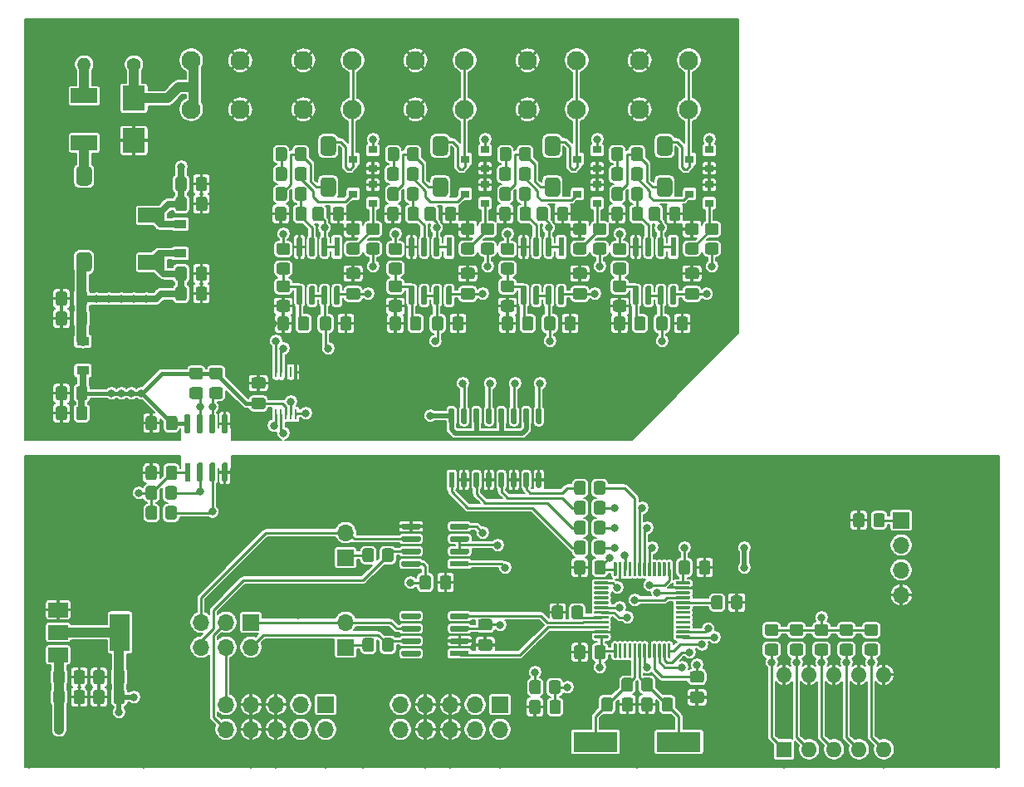
<source format=gbr>
%TF.GenerationSoftware,KiCad,Pcbnew,5.1.10-88a1d61d58~90~ubuntu20.04.1*%
%TF.CreationDate,2021-10-13T16:14:00+02:00*%
%TF.ProjectId,AI_V1,41495f56-312e-46b6-9963-61645f706362,rev?*%
%TF.SameCoordinates,Original*%
%TF.FileFunction,Copper,L1,Top*%
%TF.FilePolarity,Positive*%
%FSLAX46Y46*%
G04 Gerber Fmt 4.6, Leading zero omitted, Abs format (unit mm)*
G04 Created by KiCad (PCBNEW 5.1.10-88a1d61d58~90~ubuntu20.04.1) date 2021-10-13 16:14:00*
%MOMM*%
%LPD*%
G01*
G04 APERTURE LIST*
%TA.AperFunction,ComponentPad*%
%ADD10O,1.600000X1.600000*%
%TD*%
%TA.AperFunction,ComponentPad*%
%ADD11R,1.600000X1.600000*%
%TD*%
%TA.AperFunction,SMDPad,CuDef*%
%ADD12C,0.100000*%
%TD*%
%TA.AperFunction,SMDPad,CuDef*%
%ADD13R,1.300000X0.900000*%
%TD*%
%TA.AperFunction,SMDPad,CuDef*%
%ADD14R,2.700000X1.500000*%
%TD*%
%TA.AperFunction,SMDPad,CuDef*%
%ADD15R,4.500000X2.000000*%
%TD*%
%TA.AperFunction,SMDPad,CuDef*%
%ADD16R,0.250000X1.100000*%
%TD*%
%TA.AperFunction,SMDPad,CuDef*%
%ADD17R,0.600000X1.950000*%
%TD*%
%TA.AperFunction,SMDPad,CuDef*%
%ADD18R,0.550000X1.600000*%
%TD*%
%TA.AperFunction,SMDPad,CuDef*%
%ADD19R,2.000000X1.500000*%
%TD*%
%TA.AperFunction,SMDPad,CuDef*%
%ADD20R,2.000000X3.800000*%
%TD*%
%TA.AperFunction,SMDPad,CuDef*%
%ADD21R,1.950000X0.600000*%
%TD*%
%TA.AperFunction,SMDPad,CuDef*%
%ADD22R,0.900000X0.800000*%
%TD*%
%TA.AperFunction,ComponentPad*%
%ADD23C,1.950000*%
%TD*%
%TA.AperFunction,ComponentPad*%
%ADD24O,1.700000X1.700000*%
%TD*%
%TA.AperFunction,ComponentPad*%
%ADD25R,1.700000X1.700000*%
%TD*%
%TA.AperFunction,ComponentPad*%
%ADD26O,1.400000X1.400000*%
%TD*%
%TA.AperFunction,ComponentPad*%
%ADD27C,1.400000*%
%TD*%
%TA.AperFunction,SMDPad,CuDef*%
%ADD28R,2.300000X2.500000*%
%TD*%
%TA.AperFunction,ViaPad*%
%ADD29C,0.800000*%
%TD*%
%TA.AperFunction,Conductor*%
%ADD30C,0.250000*%
%TD*%
%TA.AperFunction,Conductor*%
%ADD31C,1.000000*%
%TD*%
%TA.AperFunction,Conductor*%
%ADD32C,0.500000*%
%TD*%
%TA.AperFunction,Conductor*%
%ADD33C,0.700000*%
%TD*%
%TA.AperFunction,Conductor*%
%ADD34C,0.400000*%
%TD*%
%TA.AperFunction,Conductor*%
%ADD35C,0.127000*%
%TD*%
%TA.AperFunction,Conductor*%
%ADD36C,0.100000*%
%TD*%
G04 APERTURE END LIST*
D10*
%TO.P,SW1,10*%
%TO.N,GND*%
X173736000Y-125476000D03*
%TO.P,SW1,5*%
%TO.N,Net-(R11-Pad1)*%
X183896000Y-133096000D03*
%TO.P,SW1,9*%
%TO.N,GND*%
X176276000Y-125476000D03*
%TO.P,SW1,4*%
%TO.N,Net-(R10-Pad1)*%
X181356000Y-133096000D03*
%TO.P,SW1,8*%
%TO.N,GND*%
X178816000Y-125476000D03*
%TO.P,SW1,3*%
%TO.N,Net-(R9-Pad1)*%
X178816000Y-133096000D03*
%TO.P,SW1,7*%
%TO.N,GND*%
X181356000Y-125476000D03*
%TO.P,SW1,2*%
%TO.N,Net-(R8-Pad1)*%
X176276000Y-133096000D03*
%TO.P,SW1,6*%
%TO.N,GND*%
X183896000Y-125476000D03*
D11*
%TO.P,SW1,1*%
%TO.N,Net-(R7-Pad1)*%
X173736000Y-133096000D03*
%TD*%
%TA.AperFunction,SMDPad,CuDef*%
D12*
%TO.P,U13,2*%
%TO.N,GND2*%
G36*
X116092000Y-81892500D02*
G01*
X112967000Y-81892500D01*
X112967000Y-81476000D01*
X111492000Y-81476000D01*
X111492000Y-80576000D01*
X112967000Y-80576000D01*
X112967000Y-80159500D01*
X116092000Y-80159500D01*
X116092000Y-81892500D01*
G37*
%TD.AperFunction*%
D13*
%TO.P,U13,3*%
%TO.N,+24V*%
X112142000Y-82526000D03*
%TO.P,U13,1*%
%TO.N,+10V*%
X112142000Y-79526000D03*
%TD*%
D14*
%TO.P,D7,2*%
%TO.N,+10V*%
X109220000Y-78626000D03*
%TO.P,D7,1*%
%TO.N,+24V*%
X109220000Y-83426000D03*
%TD*%
%TO.P,C45,2*%
%TO.N,+10V*%
%TA.AperFunction,SMDPad,CuDef*%
G36*
G01*
X112855500Y-76995000D02*
X112855500Y-77945000D01*
G75*
G02*
X112605500Y-78195000I-250000J0D01*
G01*
X111930500Y-78195000D01*
G75*
G02*
X111680500Y-77945000I0J250000D01*
G01*
X111680500Y-76995000D01*
G75*
G02*
X111930500Y-76745000I250000J0D01*
G01*
X112605500Y-76745000D01*
G75*
G02*
X112855500Y-76995000I0J-250000D01*
G01*
G37*
%TD.AperFunction*%
%TO.P,C45,1*%
%TO.N,GND2*%
%TA.AperFunction,SMDPad,CuDef*%
G36*
G01*
X114930500Y-76995000D02*
X114930500Y-77945000D01*
G75*
G02*
X114680500Y-78195000I-250000J0D01*
G01*
X114005500Y-78195000D01*
G75*
G02*
X113755500Y-77945000I0J250000D01*
G01*
X113755500Y-76995000D01*
G75*
G02*
X114005500Y-76745000I250000J0D01*
G01*
X114680500Y-76745000D01*
G75*
G02*
X114930500Y-76995000I0J-250000D01*
G01*
G37*
%TD.AperFunction*%
%TD*%
%TO.P,C44,2*%
%TO.N,+10V*%
%TA.AperFunction,SMDPad,CuDef*%
G36*
G01*
X112834000Y-74963000D02*
X112834000Y-75913000D01*
G75*
G02*
X112584000Y-76163000I-250000J0D01*
G01*
X111909000Y-76163000D01*
G75*
G02*
X111659000Y-75913000I0J250000D01*
G01*
X111659000Y-74963000D01*
G75*
G02*
X111909000Y-74713000I250000J0D01*
G01*
X112584000Y-74713000D01*
G75*
G02*
X112834000Y-74963000I0J-250000D01*
G01*
G37*
%TD.AperFunction*%
%TO.P,C44,1*%
%TO.N,GND2*%
%TA.AperFunction,SMDPad,CuDef*%
G36*
G01*
X114909000Y-74963000D02*
X114909000Y-75913000D01*
G75*
G02*
X114659000Y-76163000I-250000J0D01*
G01*
X113984000Y-76163000D01*
G75*
G02*
X113734000Y-75913000I0J250000D01*
G01*
X113734000Y-74963000D01*
G75*
G02*
X113984000Y-74713000I250000J0D01*
G01*
X114659000Y-74713000D01*
G75*
G02*
X114909000Y-74963000I0J-250000D01*
G01*
G37*
%TD.AperFunction*%
%TD*%
%TO.P,C43,2*%
%TO.N,+24V*%
%TA.AperFunction,SMDPad,CuDef*%
G36*
G01*
X112834000Y-84107000D02*
X112834000Y-85057000D01*
G75*
G02*
X112584000Y-85307000I-250000J0D01*
G01*
X111909000Y-85307000D01*
G75*
G02*
X111659000Y-85057000I0J250000D01*
G01*
X111659000Y-84107000D01*
G75*
G02*
X111909000Y-83857000I250000J0D01*
G01*
X112584000Y-83857000D01*
G75*
G02*
X112834000Y-84107000I0J-250000D01*
G01*
G37*
%TD.AperFunction*%
%TO.P,C43,1*%
%TO.N,GND2*%
%TA.AperFunction,SMDPad,CuDef*%
G36*
G01*
X114909000Y-84107000D02*
X114909000Y-85057000D01*
G75*
G02*
X114659000Y-85307000I-250000J0D01*
G01*
X113984000Y-85307000D01*
G75*
G02*
X113734000Y-85057000I0J250000D01*
G01*
X113734000Y-84107000D01*
G75*
G02*
X113984000Y-83857000I250000J0D01*
G01*
X114659000Y-83857000D01*
G75*
G02*
X114909000Y-84107000I0J-250000D01*
G01*
G37*
%TD.AperFunction*%
%TD*%
%TO.P,C42,2*%
%TO.N,+24V*%
%TA.AperFunction,SMDPad,CuDef*%
G36*
G01*
X112834000Y-86139000D02*
X112834000Y-87089000D01*
G75*
G02*
X112584000Y-87339000I-250000J0D01*
G01*
X111909000Y-87339000D01*
G75*
G02*
X111659000Y-87089000I0J250000D01*
G01*
X111659000Y-86139000D01*
G75*
G02*
X111909000Y-85889000I250000J0D01*
G01*
X112584000Y-85889000D01*
G75*
G02*
X112834000Y-86139000I0J-250000D01*
G01*
G37*
%TD.AperFunction*%
%TO.P,C42,1*%
%TO.N,GND2*%
%TA.AperFunction,SMDPad,CuDef*%
G36*
G01*
X114909000Y-86139000D02*
X114909000Y-87089000D01*
G75*
G02*
X114659000Y-87339000I-250000J0D01*
G01*
X113984000Y-87339000D01*
G75*
G02*
X113734000Y-87089000I0J250000D01*
G01*
X113734000Y-86139000D01*
G75*
G02*
X113984000Y-85889000I250000J0D01*
G01*
X114659000Y-85889000D01*
G75*
G02*
X114909000Y-86139000I0J-250000D01*
G01*
G37*
%TD.AperFunction*%
%TD*%
%TO.P,FB4,2*%
%TO.N,Net-(FB4-Pad2)*%
%TA.AperFunction,SMDPad,CuDef*%
G36*
G01*
X161944000Y-76760000D02*
X161144000Y-76760000D01*
G75*
G02*
X160744000Y-76360000I0J400000D01*
G01*
X160744000Y-75160000D01*
G75*
G02*
X161144000Y-74760000I400000J0D01*
G01*
X161944000Y-74760000D01*
G75*
G02*
X162344000Y-75160000I0J-400000D01*
G01*
X162344000Y-76360000D01*
G75*
G02*
X161944000Y-76760000I-400000J0D01*
G01*
G37*
%TD.AperFunction*%
%TO.P,FB4,1*%
%TO.N,Net-(D5-Pad3)*%
%TA.AperFunction,SMDPad,CuDef*%
G36*
G01*
X161944000Y-72560000D02*
X161144000Y-72560000D01*
G75*
G02*
X160744000Y-72160000I0J400000D01*
G01*
X160744000Y-70960000D01*
G75*
G02*
X161144000Y-70560000I400000J0D01*
G01*
X161944000Y-70560000D01*
G75*
G02*
X162344000Y-70960000I0J-400000D01*
G01*
X162344000Y-72160000D01*
G75*
G02*
X161944000Y-72560000I-400000J0D01*
G01*
G37*
%TD.AperFunction*%
%TD*%
%TO.P,FB3,2*%
%TO.N,Net-(FB3-Pad2)*%
%TA.AperFunction,SMDPad,CuDef*%
G36*
G01*
X150514000Y-76760000D02*
X149714000Y-76760000D01*
G75*
G02*
X149314000Y-76360000I0J400000D01*
G01*
X149314000Y-75160000D01*
G75*
G02*
X149714000Y-74760000I400000J0D01*
G01*
X150514000Y-74760000D01*
G75*
G02*
X150914000Y-75160000I0J-400000D01*
G01*
X150914000Y-76360000D01*
G75*
G02*
X150514000Y-76760000I-400000J0D01*
G01*
G37*
%TD.AperFunction*%
%TO.P,FB3,1*%
%TO.N,Net-(D4-Pad3)*%
%TA.AperFunction,SMDPad,CuDef*%
G36*
G01*
X150514000Y-72560000D02*
X149714000Y-72560000D01*
G75*
G02*
X149314000Y-72160000I0J400000D01*
G01*
X149314000Y-70960000D01*
G75*
G02*
X149714000Y-70560000I400000J0D01*
G01*
X150514000Y-70560000D01*
G75*
G02*
X150914000Y-70960000I0J-400000D01*
G01*
X150914000Y-72160000D01*
G75*
G02*
X150514000Y-72560000I-400000J0D01*
G01*
G37*
%TD.AperFunction*%
%TD*%
%TO.P,FB2,2*%
%TO.N,Net-(FB2-Pad2)*%
%TA.AperFunction,SMDPad,CuDef*%
G36*
G01*
X139084000Y-76760000D02*
X138284000Y-76760000D01*
G75*
G02*
X137884000Y-76360000I0J400000D01*
G01*
X137884000Y-75160000D01*
G75*
G02*
X138284000Y-74760000I400000J0D01*
G01*
X139084000Y-74760000D01*
G75*
G02*
X139484000Y-75160000I0J-400000D01*
G01*
X139484000Y-76360000D01*
G75*
G02*
X139084000Y-76760000I-400000J0D01*
G01*
G37*
%TD.AperFunction*%
%TO.P,FB2,1*%
%TO.N,Net-(D3-Pad3)*%
%TA.AperFunction,SMDPad,CuDef*%
G36*
G01*
X139084000Y-72560000D02*
X138284000Y-72560000D01*
G75*
G02*
X137884000Y-72160000I0J400000D01*
G01*
X137884000Y-70960000D01*
G75*
G02*
X138284000Y-70560000I400000J0D01*
G01*
X139084000Y-70560000D01*
G75*
G02*
X139484000Y-70960000I0J-400000D01*
G01*
X139484000Y-72160000D01*
G75*
G02*
X139084000Y-72560000I-400000J0D01*
G01*
G37*
%TD.AperFunction*%
%TD*%
%TO.P,FB1,2*%
%TO.N,Net-(FB1-Pad2)*%
%TA.AperFunction,SMDPad,CuDef*%
G36*
G01*
X127654000Y-76760000D02*
X126854000Y-76760000D01*
G75*
G02*
X126454000Y-76360000I0J400000D01*
G01*
X126454000Y-75160000D01*
G75*
G02*
X126854000Y-74760000I400000J0D01*
G01*
X127654000Y-74760000D01*
G75*
G02*
X128054000Y-75160000I0J-400000D01*
G01*
X128054000Y-76360000D01*
G75*
G02*
X127654000Y-76760000I-400000J0D01*
G01*
G37*
%TD.AperFunction*%
%TO.P,FB1,1*%
%TO.N,Net-(D2-Pad3)*%
%TA.AperFunction,SMDPad,CuDef*%
G36*
G01*
X127654000Y-72560000D02*
X126854000Y-72560000D01*
G75*
G02*
X126454000Y-72160000I0J400000D01*
G01*
X126454000Y-70960000D01*
G75*
G02*
X126854000Y-70560000I400000J0D01*
G01*
X127654000Y-70560000D01*
G75*
G02*
X128054000Y-70960000I0J-400000D01*
G01*
X128054000Y-72160000D01*
G75*
G02*
X127654000Y-72560000I-400000J0D01*
G01*
G37*
%TD.AperFunction*%
%TD*%
%TO.P,FB5,1*%
%TO.N,Net-(D1-Pad1)*%
%TA.AperFunction,SMDPad,CuDef*%
G36*
G01*
X102762000Y-75594000D02*
X101962000Y-75594000D01*
G75*
G02*
X101562000Y-75194000I0J400000D01*
G01*
X101562000Y-73994000D01*
G75*
G02*
X101962000Y-73594000I400000J0D01*
G01*
X102762000Y-73594000D01*
G75*
G02*
X103162000Y-73994000I0J-400000D01*
G01*
X103162000Y-75194000D01*
G75*
G02*
X102762000Y-75594000I-400000J0D01*
G01*
G37*
%TD.AperFunction*%
%TO.P,FB5,2*%
%TO.N,+24V*%
%TA.AperFunction,SMDPad,CuDef*%
G36*
G01*
X102762000Y-84394000D02*
X101962000Y-84394000D01*
G75*
G02*
X101562000Y-83994000I0J400000D01*
G01*
X101562000Y-82794000D01*
G75*
G02*
X101962000Y-82394000I400000J0D01*
G01*
X102762000Y-82394000D01*
G75*
G02*
X103162000Y-82794000I0J-400000D01*
G01*
X103162000Y-83994000D01*
G75*
G02*
X102762000Y-84394000I-400000J0D01*
G01*
G37*
%TD.AperFunction*%
%TD*%
%TO.P,R47,2*%
%TO.N,Net-(FB4-Pad2)*%
%TA.AperFunction,SMDPad,CuDef*%
G36*
G01*
X157334000Y-76003999D02*
X157334000Y-76904001D01*
G75*
G02*
X157084001Y-77154000I-249999J0D01*
G01*
X156383999Y-77154000D01*
G75*
G02*
X156134000Y-76904001I0J249999D01*
G01*
X156134000Y-76003999D01*
G75*
G02*
X156383999Y-75754000I249999J0D01*
G01*
X157084001Y-75754000D01*
G75*
G02*
X157334000Y-76003999I0J-249999D01*
G01*
G37*
%TD.AperFunction*%
%TO.P,R47,1*%
%TO.N,Net-(C41-Pad2)*%
%TA.AperFunction,SMDPad,CuDef*%
G36*
G01*
X159334000Y-76003999D02*
X159334000Y-76904001D01*
G75*
G02*
X159084001Y-77154000I-249999J0D01*
G01*
X158383999Y-77154000D01*
G75*
G02*
X158134000Y-76904001I0J249999D01*
G01*
X158134000Y-76003999D01*
G75*
G02*
X158383999Y-75754000I249999J0D01*
G01*
X159084001Y-75754000D01*
G75*
G02*
X159334000Y-76003999I0J-249999D01*
G01*
G37*
%TD.AperFunction*%
%TD*%
%TO.P,R46,2*%
%TO.N,Net-(FB3-Pad2)*%
%TA.AperFunction,SMDPad,CuDef*%
G36*
G01*
X145904000Y-76003999D02*
X145904000Y-76904001D01*
G75*
G02*
X145654001Y-77154000I-249999J0D01*
G01*
X144953999Y-77154000D01*
G75*
G02*
X144704000Y-76904001I0J249999D01*
G01*
X144704000Y-76003999D01*
G75*
G02*
X144953999Y-75754000I249999J0D01*
G01*
X145654001Y-75754000D01*
G75*
G02*
X145904000Y-76003999I0J-249999D01*
G01*
G37*
%TD.AperFunction*%
%TO.P,R46,1*%
%TO.N,Net-(C40-Pad2)*%
%TA.AperFunction,SMDPad,CuDef*%
G36*
G01*
X147904000Y-76003999D02*
X147904000Y-76904001D01*
G75*
G02*
X147654001Y-77154000I-249999J0D01*
G01*
X146953999Y-77154000D01*
G75*
G02*
X146704000Y-76904001I0J249999D01*
G01*
X146704000Y-76003999D01*
G75*
G02*
X146953999Y-75754000I249999J0D01*
G01*
X147654001Y-75754000D01*
G75*
G02*
X147904000Y-76003999I0J-249999D01*
G01*
G37*
%TD.AperFunction*%
%TD*%
%TO.P,R45,2*%
%TO.N,Net-(FB2-Pad2)*%
%TA.AperFunction,SMDPad,CuDef*%
G36*
G01*
X134474000Y-76003999D02*
X134474000Y-76904001D01*
G75*
G02*
X134224001Y-77154000I-249999J0D01*
G01*
X133523999Y-77154000D01*
G75*
G02*
X133274000Y-76904001I0J249999D01*
G01*
X133274000Y-76003999D01*
G75*
G02*
X133523999Y-75754000I249999J0D01*
G01*
X134224001Y-75754000D01*
G75*
G02*
X134474000Y-76003999I0J-249999D01*
G01*
G37*
%TD.AperFunction*%
%TO.P,R45,1*%
%TO.N,Net-(C39-Pad2)*%
%TA.AperFunction,SMDPad,CuDef*%
G36*
G01*
X136474000Y-76003999D02*
X136474000Y-76904001D01*
G75*
G02*
X136224001Y-77154000I-249999J0D01*
G01*
X135523999Y-77154000D01*
G75*
G02*
X135274000Y-76904001I0J249999D01*
G01*
X135274000Y-76003999D01*
G75*
G02*
X135523999Y-75754000I249999J0D01*
G01*
X136224001Y-75754000D01*
G75*
G02*
X136474000Y-76003999I0J-249999D01*
G01*
G37*
%TD.AperFunction*%
%TD*%
%TO.P,R44,2*%
%TO.N,Net-(FB1-Pad2)*%
%TA.AperFunction,SMDPad,CuDef*%
G36*
G01*
X123060000Y-76003999D02*
X123060000Y-76904001D01*
G75*
G02*
X122810001Y-77154000I-249999J0D01*
G01*
X122109999Y-77154000D01*
G75*
G02*
X121860000Y-76904001I0J249999D01*
G01*
X121860000Y-76003999D01*
G75*
G02*
X122109999Y-75754000I249999J0D01*
G01*
X122810001Y-75754000D01*
G75*
G02*
X123060000Y-76003999I0J-249999D01*
G01*
G37*
%TD.AperFunction*%
%TO.P,R44,1*%
%TO.N,Net-(C38-Pad2)*%
%TA.AperFunction,SMDPad,CuDef*%
G36*
G01*
X125060000Y-76003999D02*
X125060000Y-76904001D01*
G75*
G02*
X124810001Y-77154000I-249999J0D01*
G01*
X124109999Y-77154000D01*
G75*
G02*
X123860000Y-76904001I0J249999D01*
G01*
X123860000Y-76003999D01*
G75*
G02*
X124109999Y-75754000I249999J0D01*
G01*
X124810001Y-75754000D01*
G75*
G02*
X125060000Y-76003999I0J-249999D01*
G01*
G37*
%TD.AperFunction*%
%TD*%
%TO.P,D1,2*%
%TO.N,Net-(D1-Pad2)*%
X102362000Y-66434000D03*
%TO.P,D1,1*%
%TO.N,Net-(D1-Pad1)*%
X102362000Y-71234000D03*
%TD*%
D15*
%TO.P,Y1,2*%
%TO.N,Net-(C3-Pad2)*%
X163000000Y-132334000D03*
%TO.P,Y1,1*%
%TO.N,Net-(C2-Pad2)*%
X154500000Y-132334000D03*
%TD*%
%TA.AperFunction,SMDPad,CuDef*%
D12*
%TO.P,U12,2*%
%TO.N,GND2*%
G36*
X98284000Y-92097500D02*
G01*
X101409000Y-92097500D01*
X101409000Y-92514000D01*
X102884000Y-92514000D01*
X102884000Y-93414000D01*
X101409000Y-93414000D01*
X101409000Y-93830500D01*
X98284000Y-93830500D01*
X98284000Y-92097500D01*
G37*
%TD.AperFunction*%
D13*
%TO.P,U12,3*%
%TO.N,+24V*%
X102234000Y-91464000D03*
%TO.P,U12,1*%
%TO.N,+5V*%
X102234000Y-94464000D03*
%TD*%
D16*
%TO.P,U11,10*%
%TO.N,Net-(R18-Pad2)*%
X123936000Y-98924000D03*
%TO.P,U11,9*%
%TO.N,Net-(R19-Pad2)*%
X123436000Y-98924000D03*
%TO.P,U11,8*%
%TO.N,+5V*%
X122936000Y-98924000D03*
%TO.P,U11,7*%
%TO.N,Net-(C25-Pad2)*%
X122436000Y-98924000D03*
%TO.P,U11,6*%
%TO.N,Net-(C24-Pad2)*%
X121936000Y-98924000D03*
%TO.P,U11,5*%
%TO.N,Net-(C23-Pad2)*%
X121936000Y-94624000D03*
%TO.P,U11,4*%
%TO.N,Net-(C22-Pad2)*%
X122436000Y-94624000D03*
%TO.P,U11,3*%
%TO.N,GND2*%
X122936000Y-94624000D03*
%TO.P,U11,2*%
%TO.N,Net-(U11-Pad2)*%
X123436000Y-94624000D03*
%TO.P,U11,1*%
%TO.N,GND2*%
X123936000Y-94624000D03*
%TD*%
%TO.P,U10,8*%
%TO.N,+24V*%
%TA.AperFunction,SMDPad,CuDef*%
G36*
G01*
X162283000Y-85828000D02*
X162583000Y-85828000D01*
G75*
G02*
X162733000Y-85978000I0J-150000D01*
G01*
X162733000Y-87628000D01*
G75*
G02*
X162583000Y-87778000I-150000J0D01*
G01*
X162283000Y-87778000D01*
G75*
G02*
X162133000Y-87628000I0J150000D01*
G01*
X162133000Y-85978000D01*
G75*
G02*
X162283000Y-85828000I150000J0D01*
G01*
G37*
%TD.AperFunction*%
%TO.P,U10,7*%
%TO.N,Net-(C25-Pad2)*%
%TA.AperFunction,SMDPad,CuDef*%
G36*
G01*
X161013000Y-85828000D02*
X161313000Y-85828000D01*
G75*
G02*
X161463000Y-85978000I0J-150000D01*
G01*
X161463000Y-87628000D01*
G75*
G02*
X161313000Y-87778000I-150000J0D01*
G01*
X161013000Y-87778000D01*
G75*
G02*
X160863000Y-87628000I0J150000D01*
G01*
X160863000Y-85978000D01*
G75*
G02*
X161013000Y-85828000I150000J0D01*
G01*
G37*
%TD.AperFunction*%
%TO.P,U10,6*%
%TA.AperFunction,SMDPad,CuDef*%
G36*
G01*
X159743000Y-85828000D02*
X160043000Y-85828000D01*
G75*
G02*
X160193000Y-85978000I0J-150000D01*
G01*
X160193000Y-87628000D01*
G75*
G02*
X160043000Y-87778000I-150000J0D01*
G01*
X159743000Y-87778000D01*
G75*
G02*
X159593000Y-87628000I0J150000D01*
G01*
X159593000Y-85978000D01*
G75*
G02*
X159743000Y-85828000I150000J0D01*
G01*
G37*
%TD.AperFunction*%
%TO.P,U10,5*%
%TO.N,Net-(C29-Pad2)*%
%TA.AperFunction,SMDPad,CuDef*%
G36*
G01*
X158473000Y-85828000D02*
X158773000Y-85828000D01*
G75*
G02*
X158923000Y-85978000I0J-150000D01*
G01*
X158923000Y-87628000D01*
G75*
G02*
X158773000Y-87778000I-150000J0D01*
G01*
X158473000Y-87778000D01*
G75*
G02*
X158323000Y-87628000I0J150000D01*
G01*
X158323000Y-85978000D01*
G75*
G02*
X158473000Y-85828000I150000J0D01*
G01*
G37*
%TD.AperFunction*%
%TO.P,U10,4*%
%TO.N,GND2*%
%TA.AperFunction,SMDPad,CuDef*%
G36*
G01*
X158473000Y-80878000D02*
X158773000Y-80878000D01*
G75*
G02*
X158923000Y-81028000I0J-150000D01*
G01*
X158923000Y-82678000D01*
G75*
G02*
X158773000Y-82828000I-150000J0D01*
G01*
X158473000Y-82828000D01*
G75*
G02*
X158323000Y-82678000I0J150000D01*
G01*
X158323000Y-81028000D01*
G75*
G02*
X158473000Y-80878000I150000J0D01*
G01*
G37*
%TD.AperFunction*%
%TO.P,U10,3*%
%TO.N,Net-(C41-Pad2)*%
%TA.AperFunction,SMDPad,CuDef*%
G36*
G01*
X159743000Y-80878000D02*
X160043000Y-80878000D01*
G75*
G02*
X160193000Y-81028000I0J-150000D01*
G01*
X160193000Y-82678000D01*
G75*
G02*
X160043000Y-82828000I-150000J0D01*
G01*
X159743000Y-82828000D01*
G75*
G02*
X159593000Y-82678000I0J150000D01*
G01*
X159593000Y-81028000D01*
G75*
G02*
X159743000Y-80878000I150000J0D01*
G01*
G37*
%TD.AperFunction*%
%TO.P,U10,2*%
%TO.N,Net-(C35-Pad2)*%
%TA.AperFunction,SMDPad,CuDef*%
G36*
G01*
X161013000Y-80878000D02*
X161313000Y-80878000D01*
G75*
G02*
X161463000Y-81028000I0J-150000D01*
G01*
X161463000Y-82678000D01*
G75*
G02*
X161313000Y-82828000I-150000J0D01*
G01*
X161013000Y-82828000D01*
G75*
G02*
X160863000Y-82678000I0J150000D01*
G01*
X160863000Y-81028000D01*
G75*
G02*
X161013000Y-80878000I150000J0D01*
G01*
G37*
%TD.AperFunction*%
D17*
%TO.P,U10,1*%
X162433000Y-81853000D03*
%TD*%
%TO.P,U9,8*%
%TO.N,+24V*%
%TA.AperFunction,SMDPad,CuDef*%
G36*
G01*
X150853000Y-85828000D02*
X151153000Y-85828000D01*
G75*
G02*
X151303000Y-85978000I0J-150000D01*
G01*
X151303000Y-87628000D01*
G75*
G02*
X151153000Y-87778000I-150000J0D01*
G01*
X150853000Y-87778000D01*
G75*
G02*
X150703000Y-87628000I0J150000D01*
G01*
X150703000Y-85978000D01*
G75*
G02*
X150853000Y-85828000I150000J0D01*
G01*
G37*
%TD.AperFunction*%
%TO.P,U9,7*%
%TO.N,Net-(C24-Pad2)*%
%TA.AperFunction,SMDPad,CuDef*%
G36*
G01*
X149583000Y-85828000D02*
X149883000Y-85828000D01*
G75*
G02*
X150033000Y-85978000I0J-150000D01*
G01*
X150033000Y-87628000D01*
G75*
G02*
X149883000Y-87778000I-150000J0D01*
G01*
X149583000Y-87778000D01*
G75*
G02*
X149433000Y-87628000I0J150000D01*
G01*
X149433000Y-85978000D01*
G75*
G02*
X149583000Y-85828000I150000J0D01*
G01*
G37*
%TD.AperFunction*%
%TO.P,U9,6*%
%TA.AperFunction,SMDPad,CuDef*%
G36*
G01*
X148313000Y-85828000D02*
X148613000Y-85828000D01*
G75*
G02*
X148763000Y-85978000I0J-150000D01*
G01*
X148763000Y-87628000D01*
G75*
G02*
X148613000Y-87778000I-150000J0D01*
G01*
X148313000Y-87778000D01*
G75*
G02*
X148163000Y-87628000I0J150000D01*
G01*
X148163000Y-85978000D01*
G75*
G02*
X148313000Y-85828000I150000J0D01*
G01*
G37*
%TD.AperFunction*%
%TO.P,U9,5*%
%TO.N,Net-(C28-Pad2)*%
%TA.AperFunction,SMDPad,CuDef*%
G36*
G01*
X147043000Y-85828000D02*
X147343000Y-85828000D01*
G75*
G02*
X147493000Y-85978000I0J-150000D01*
G01*
X147493000Y-87628000D01*
G75*
G02*
X147343000Y-87778000I-150000J0D01*
G01*
X147043000Y-87778000D01*
G75*
G02*
X146893000Y-87628000I0J150000D01*
G01*
X146893000Y-85978000D01*
G75*
G02*
X147043000Y-85828000I150000J0D01*
G01*
G37*
%TD.AperFunction*%
%TO.P,U9,4*%
%TO.N,GND2*%
%TA.AperFunction,SMDPad,CuDef*%
G36*
G01*
X147043000Y-80878000D02*
X147343000Y-80878000D01*
G75*
G02*
X147493000Y-81028000I0J-150000D01*
G01*
X147493000Y-82678000D01*
G75*
G02*
X147343000Y-82828000I-150000J0D01*
G01*
X147043000Y-82828000D01*
G75*
G02*
X146893000Y-82678000I0J150000D01*
G01*
X146893000Y-81028000D01*
G75*
G02*
X147043000Y-80878000I150000J0D01*
G01*
G37*
%TD.AperFunction*%
%TO.P,U9,3*%
%TO.N,Net-(C40-Pad2)*%
%TA.AperFunction,SMDPad,CuDef*%
G36*
G01*
X148313000Y-80878000D02*
X148613000Y-80878000D01*
G75*
G02*
X148763000Y-81028000I0J-150000D01*
G01*
X148763000Y-82678000D01*
G75*
G02*
X148613000Y-82828000I-150000J0D01*
G01*
X148313000Y-82828000D01*
G75*
G02*
X148163000Y-82678000I0J150000D01*
G01*
X148163000Y-81028000D01*
G75*
G02*
X148313000Y-80878000I150000J0D01*
G01*
G37*
%TD.AperFunction*%
%TO.P,U9,2*%
%TO.N,Net-(C34-Pad2)*%
%TA.AperFunction,SMDPad,CuDef*%
G36*
G01*
X149583000Y-80878000D02*
X149883000Y-80878000D01*
G75*
G02*
X150033000Y-81028000I0J-150000D01*
G01*
X150033000Y-82678000D01*
G75*
G02*
X149883000Y-82828000I-150000J0D01*
G01*
X149583000Y-82828000D01*
G75*
G02*
X149433000Y-82678000I0J150000D01*
G01*
X149433000Y-81028000D01*
G75*
G02*
X149583000Y-80878000I150000J0D01*
G01*
G37*
%TD.AperFunction*%
%TO.P,U9,1*%
X151003000Y-81853000D03*
%TD*%
%TO.P,U8,8*%
%TO.N,+24V*%
%TA.AperFunction,SMDPad,CuDef*%
G36*
G01*
X139423000Y-85828000D02*
X139723000Y-85828000D01*
G75*
G02*
X139873000Y-85978000I0J-150000D01*
G01*
X139873000Y-87628000D01*
G75*
G02*
X139723000Y-87778000I-150000J0D01*
G01*
X139423000Y-87778000D01*
G75*
G02*
X139273000Y-87628000I0J150000D01*
G01*
X139273000Y-85978000D01*
G75*
G02*
X139423000Y-85828000I150000J0D01*
G01*
G37*
%TD.AperFunction*%
%TO.P,U8,7*%
%TO.N,Net-(C23-Pad2)*%
%TA.AperFunction,SMDPad,CuDef*%
G36*
G01*
X138153000Y-85828000D02*
X138453000Y-85828000D01*
G75*
G02*
X138603000Y-85978000I0J-150000D01*
G01*
X138603000Y-87628000D01*
G75*
G02*
X138453000Y-87778000I-150000J0D01*
G01*
X138153000Y-87778000D01*
G75*
G02*
X138003000Y-87628000I0J150000D01*
G01*
X138003000Y-85978000D01*
G75*
G02*
X138153000Y-85828000I150000J0D01*
G01*
G37*
%TD.AperFunction*%
%TO.P,U8,6*%
%TA.AperFunction,SMDPad,CuDef*%
G36*
G01*
X136883000Y-85828000D02*
X137183000Y-85828000D01*
G75*
G02*
X137333000Y-85978000I0J-150000D01*
G01*
X137333000Y-87628000D01*
G75*
G02*
X137183000Y-87778000I-150000J0D01*
G01*
X136883000Y-87778000D01*
G75*
G02*
X136733000Y-87628000I0J150000D01*
G01*
X136733000Y-85978000D01*
G75*
G02*
X136883000Y-85828000I150000J0D01*
G01*
G37*
%TD.AperFunction*%
%TO.P,U8,5*%
%TO.N,Net-(C27-Pad2)*%
%TA.AperFunction,SMDPad,CuDef*%
G36*
G01*
X135613000Y-85828000D02*
X135913000Y-85828000D01*
G75*
G02*
X136063000Y-85978000I0J-150000D01*
G01*
X136063000Y-87628000D01*
G75*
G02*
X135913000Y-87778000I-150000J0D01*
G01*
X135613000Y-87778000D01*
G75*
G02*
X135463000Y-87628000I0J150000D01*
G01*
X135463000Y-85978000D01*
G75*
G02*
X135613000Y-85828000I150000J0D01*
G01*
G37*
%TD.AperFunction*%
%TO.P,U8,4*%
%TO.N,GND2*%
%TA.AperFunction,SMDPad,CuDef*%
G36*
G01*
X135613000Y-80878000D02*
X135913000Y-80878000D01*
G75*
G02*
X136063000Y-81028000I0J-150000D01*
G01*
X136063000Y-82678000D01*
G75*
G02*
X135913000Y-82828000I-150000J0D01*
G01*
X135613000Y-82828000D01*
G75*
G02*
X135463000Y-82678000I0J150000D01*
G01*
X135463000Y-81028000D01*
G75*
G02*
X135613000Y-80878000I150000J0D01*
G01*
G37*
%TD.AperFunction*%
%TO.P,U8,3*%
%TO.N,Net-(C39-Pad2)*%
%TA.AperFunction,SMDPad,CuDef*%
G36*
G01*
X136883000Y-80878000D02*
X137183000Y-80878000D01*
G75*
G02*
X137333000Y-81028000I0J-150000D01*
G01*
X137333000Y-82678000D01*
G75*
G02*
X137183000Y-82828000I-150000J0D01*
G01*
X136883000Y-82828000D01*
G75*
G02*
X136733000Y-82678000I0J150000D01*
G01*
X136733000Y-81028000D01*
G75*
G02*
X136883000Y-80878000I150000J0D01*
G01*
G37*
%TD.AperFunction*%
%TO.P,U8,2*%
%TO.N,Net-(C33-Pad2)*%
%TA.AperFunction,SMDPad,CuDef*%
G36*
G01*
X138153000Y-80878000D02*
X138453000Y-80878000D01*
G75*
G02*
X138603000Y-81028000I0J-150000D01*
G01*
X138603000Y-82678000D01*
G75*
G02*
X138453000Y-82828000I-150000J0D01*
G01*
X138153000Y-82828000D01*
G75*
G02*
X138003000Y-82678000I0J150000D01*
G01*
X138003000Y-81028000D01*
G75*
G02*
X138153000Y-80878000I150000J0D01*
G01*
G37*
%TD.AperFunction*%
%TO.P,U8,1*%
X139573000Y-81853000D03*
%TD*%
%TO.P,U7,8*%
%TO.N,+24V*%
%TA.AperFunction,SMDPad,CuDef*%
G36*
G01*
X127993000Y-85828000D02*
X128293000Y-85828000D01*
G75*
G02*
X128443000Y-85978000I0J-150000D01*
G01*
X128443000Y-87628000D01*
G75*
G02*
X128293000Y-87778000I-150000J0D01*
G01*
X127993000Y-87778000D01*
G75*
G02*
X127843000Y-87628000I0J150000D01*
G01*
X127843000Y-85978000D01*
G75*
G02*
X127993000Y-85828000I150000J0D01*
G01*
G37*
%TD.AperFunction*%
%TO.P,U7,7*%
%TO.N,Net-(C22-Pad2)*%
%TA.AperFunction,SMDPad,CuDef*%
G36*
G01*
X126723000Y-85828000D02*
X127023000Y-85828000D01*
G75*
G02*
X127173000Y-85978000I0J-150000D01*
G01*
X127173000Y-87628000D01*
G75*
G02*
X127023000Y-87778000I-150000J0D01*
G01*
X126723000Y-87778000D01*
G75*
G02*
X126573000Y-87628000I0J150000D01*
G01*
X126573000Y-85978000D01*
G75*
G02*
X126723000Y-85828000I150000J0D01*
G01*
G37*
%TD.AperFunction*%
%TO.P,U7,6*%
%TA.AperFunction,SMDPad,CuDef*%
G36*
G01*
X125453000Y-85828000D02*
X125753000Y-85828000D01*
G75*
G02*
X125903000Y-85978000I0J-150000D01*
G01*
X125903000Y-87628000D01*
G75*
G02*
X125753000Y-87778000I-150000J0D01*
G01*
X125453000Y-87778000D01*
G75*
G02*
X125303000Y-87628000I0J150000D01*
G01*
X125303000Y-85978000D01*
G75*
G02*
X125453000Y-85828000I150000J0D01*
G01*
G37*
%TD.AperFunction*%
%TO.P,U7,5*%
%TO.N,Net-(C26-Pad2)*%
%TA.AperFunction,SMDPad,CuDef*%
G36*
G01*
X124183000Y-85828000D02*
X124483000Y-85828000D01*
G75*
G02*
X124633000Y-85978000I0J-150000D01*
G01*
X124633000Y-87628000D01*
G75*
G02*
X124483000Y-87778000I-150000J0D01*
G01*
X124183000Y-87778000D01*
G75*
G02*
X124033000Y-87628000I0J150000D01*
G01*
X124033000Y-85978000D01*
G75*
G02*
X124183000Y-85828000I150000J0D01*
G01*
G37*
%TD.AperFunction*%
%TO.P,U7,4*%
%TO.N,GND2*%
%TA.AperFunction,SMDPad,CuDef*%
G36*
G01*
X124183000Y-80878000D02*
X124483000Y-80878000D01*
G75*
G02*
X124633000Y-81028000I0J-150000D01*
G01*
X124633000Y-82678000D01*
G75*
G02*
X124483000Y-82828000I-150000J0D01*
G01*
X124183000Y-82828000D01*
G75*
G02*
X124033000Y-82678000I0J150000D01*
G01*
X124033000Y-81028000D01*
G75*
G02*
X124183000Y-80878000I150000J0D01*
G01*
G37*
%TD.AperFunction*%
%TO.P,U7,3*%
%TO.N,Net-(C38-Pad2)*%
%TA.AperFunction,SMDPad,CuDef*%
G36*
G01*
X125453000Y-80878000D02*
X125753000Y-80878000D01*
G75*
G02*
X125903000Y-81028000I0J-150000D01*
G01*
X125903000Y-82678000D01*
G75*
G02*
X125753000Y-82828000I-150000J0D01*
G01*
X125453000Y-82828000D01*
G75*
G02*
X125303000Y-82678000I0J150000D01*
G01*
X125303000Y-81028000D01*
G75*
G02*
X125453000Y-80878000I150000J0D01*
G01*
G37*
%TD.AperFunction*%
%TO.P,U7,2*%
%TO.N,Net-(C32-Pad2)*%
%TA.AperFunction,SMDPad,CuDef*%
G36*
G01*
X126723000Y-80878000D02*
X127023000Y-80878000D01*
G75*
G02*
X127173000Y-81028000I0J-150000D01*
G01*
X127173000Y-82678000D01*
G75*
G02*
X127023000Y-82828000I-150000J0D01*
G01*
X126723000Y-82828000D01*
G75*
G02*
X126573000Y-82678000I0J150000D01*
G01*
X126573000Y-81028000D01*
G75*
G02*
X126723000Y-80878000I150000J0D01*
G01*
G37*
%TD.AperFunction*%
%TO.P,U7,1*%
X128143000Y-81853000D03*
%TD*%
%TO.P,U6,16*%
%TO.N,+5V*%
%TA.AperFunction,SMDPad,CuDef*%
G36*
G01*
X139964500Y-99912000D02*
X139689500Y-99912000D01*
G75*
G02*
X139552000Y-99774500I0J137500D01*
G01*
X139552000Y-98449500D01*
G75*
G02*
X139689500Y-98312000I137500J0D01*
G01*
X139964500Y-98312000D01*
G75*
G02*
X140102000Y-98449500I0J-137500D01*
G01*
X140102000Y-99774500D01*
G75*
G02*
X139964500Y-99912000I-137500J0D01*
G01*
G37*
%TD.AperFunction*%
%TO.P,U6,15*%
%TO.N,CC1*%
%TA.AperFunction,SMDPad,CuDef*%
G36*
G01*
X141234500Y-99912000D02*
X140959500Y-99912000D01*
G75*
G02*
X140822000Y-99774500I0J137500D01*
G01*
X140822000Y-98449500D01*
G75*
G02*
X140959500Y-98312000I137500J0D01*
G01*
X141234500Y-98312000D01*
G75*
G02*
X141372000Y-98449500I0J-137500D01*
G01*
X141372000Y-99774500D01*
G75*
G02*
X141234500Y-99912000I-137500J0D01*
G01*
G37*
%TD.AperFunction*%
%TO.P,U6,14*%
%TO.N,+5V*%
%TA.AperFunction,SMDPad,CuDef*%
G36*
G01*
X142504500Y-99912000D02*
X142229500Y-99912000D01*
G75*
G02*
X142092000Y-99774500I0J137500D01*
G01*
X142092000Y-98449500D01*
G75*
G02*
X142229500Y-98312000I137500J0D01*
G01*
X142504500Y-98312000D01*
G75*
G02*
X142642000Y-98449500I0J-137500D01*
G01*
X142642000Y-99774500D01*
G75*
G02*
X142504500Y-99912000I-137500J0D01*
G01*
G37*
%TD.AperFunction*%
%TO.P,U6,13*%
%TO.N,CC2*%
%TA.AperFunction,SMDPad,CuDef*%
G36*
G01*
X143774500Y-99912000D02*
X143499500Y-99912000D01*
G75*
G02*
X143362000Y-99774500I0J137500D01*
G01*
X143362000Y-98449500D01*
G75*
G02*
X143499500Y-98312000I137500J0D01*
G01*
X143774500Y-98312000D01*
G75*
G02*
X143912000Y-98449500I0J-137500D01*
G01*
X143912000Y-99774500D01*
G75*
G02*
X143774500Y-99912000I-137500J0D01*
G01*
G37*
%TD.AperFunction*%
%TO.P,U6,12*%
%TO.N,+5V*%
%TA.AperFunction,SMDPad,CuDef*%
G36*
G01*
X145044500Y-99912000D02*
X144769500Y-99912000D01*
G75*
G02*
X144632000Y-99774500I0J137500D01*
G01*
X144632000Y-98449500D01*
G75*
G02*
X144769500Y-98312000I137500J0D01*
G01*
X145044500Y-98312000D01*
G75*
G02*
X145182000Y-98449500I0J-137500D01*
G01*
X145182000Y-99774500D01*
G75*
G02*
X145044500Y-99912000I-137500J0D01*
G01*
G37*
%TD.AperFunction*%
%TO.P,U6,11*%
%TO.N,CC3*%
%TA.AperFunction,SMDPad,CuDef*%
G36*
G01*
X146314500Y-99912000D02*
X146039500Y-99912000D01*
G75*
G02*
X145902000Y-99774500I0J137500D01*
G01*
X145902000Y-98449500D01*
G75*
G02*
X146039500Y-98312000I137500J0D01*
G01*
X146314500Y-98312000D01*
G75*
G02*
X146452000Y-98449500I0J-137500D01*
G01*
X146452000Y-99774500D01*
G75*
G02*
X146314500Y-99912000I-137500J0D01*
G01*
G37*
%TD.AperFunction*%
%TO.P,U6,10*%
%TO.N,+5V*%
%TA.AperFunction,SMDPad,CuDef*%
G36*
G01*
X147584500Y-99912000D02*
X147309500Y-99912000D01*
G75*
G02*
X147172000Y-99774500I0J137500D01*
G01*
X147172000Y-98449500D01*
G75*
G02*
X147309500Y-98312000I137500J0D01*
G01*
X147584500Y-98312000D01*
G75*
G02*
X147722000Y-98449500I0J-137500D01*
G01*
X147722000Y-99774500D01*
G75*
G02*
X147584500Y-99912000I-137500J0D01*
G01*
G37*
%TD.AperFunction*%
%TO.P,U6,9*%
%TO.N,CC4*%
%TA.AperFunction,SMDPad,CuDef*%
G36*
G01*
X148854500Y-99912000D02*
X148579500Y-99912000D01*
G75*
G02*
X148442000Y-99774500I0J137500D01*
G01*
X148442000Y-98449500D01*
G75*
G02*
X148579500Y-98312000I137500J0D01*
G01*
X148854500Y-98312000D01*
G75*
G02*
X148992000Y-98449500I0J-137500D01*
G01*
X148992000Y-99774500D01*
G75*
G02*
X148854500Y-99912000I-137500J0D01*
G01*
G37*
%TD.AperFunction*%
%TO.P,U6,8*%
%TO.N,GND*%
%TA.AperFunction,SMDPad,CuDef*%
G36*
G01*
X148854500Y-106412000D02*
X148579500Y-106412000D01*
G75*
G02*
X148442000Y-106274500I0J137500D01*
G01*
X148442000Y-104949500D01*
G75*
G02*
X148579500Y-104812000I137500J0D01*
G01*
X148854500Y-104812000D01*
G75*
G02*
X148992000Y-104949500I0J-137500D01*
G01*
X148992000Y-106274500D01*
G75*
G02*
X148854500Y-106412000I-137500J0D01*
G01*
G37*
%TD.AperFunction*%
%TO.P,U6,7*%
%TO.N,Net-(R17-Pad1)*%
%TA.AperFunction,SMDPad,CuDef*%
G36*
G01*
X147584500Y-106412000D02*
X147309500Y-106412000D01*
G75*
G02*
X147172000Y-106274500I0J137500D01*
G01*
X147172000Y-104949500D01*
G75*
G02*
X147309500Y-104812000I137500J0D01*
G01*
X147584500Y-104812000D01*
G75*
G02*
X147722000Y-104949500I0J-137500D01*
G01*
X147722000Y-106274500D01*
G75*
G02*
X147584500Y-106412000I-137500J0D01*
G01*
G37*
%TD.AperFunction*%
%TO.P,U6,6*%
%TO.N,GND*%
%TA.AperFunction,SMDPad,CuDef*%
G36*
G01*
X146314500Y-106412000D02*
X146039500Y-106412000D01*
G75*
G02*
X145902000Y-106274500I0J137500D01*
G01*
X145902000Y-104949500D01*
G75*
G02*
X146039500Y-104812000I137500J0D01*
G01*
X146314500Y-104812000D01*
G75*
G02*
X146452000Y-104949500I0J-137500D01*
G01*
X146452000Y-106274500D01*
G75*
G02*
X146314500Y-106412000I-137500J0D01*
G01*
G37*
%TD.AperFunction*%
%TO.P,U6,5*%
%TO.N,Net-(R16-Pad1)*%
%TA.AperFunction,SMDPad,CuDef*%
G36*
G01*
X145044500Y-106412000D02*
X144769500Y-106412000D01*
G75*
G02*
X144632000Y-106274500I0J137500D01*
G01*
X144632000Y-104949500D01*
G75*
G02*
X144769500Y-104812000I137500J0D01*
G01*
X145044500Y-104812000D01*
G75*
G02*
X145182000Y-104949500I0J-137500D01*
G01*
X145182000Y-106274500D01*
G75*
G02*
X145044500Y-106412000I-137500J0D01*
G01*
G37*
%TD.AperFunction*%
%TO.P,U6,4*%
%TO.N,GND*%
%TA.AperFunction,SMDPad,CuDef*%
G36*
G01*
X143774500Y-106412000D02*
X143499500Y-106412000D01*
G75*
G02*
X143362000Y-106274500I0J137500D01*
G01*
X143362000Y-104949500D01*
G75*
G02*
X143499500Y-104812000I137500J0D01*
G01*
X143774500Y-104812000D01*
G75*
G02*
X143912000Y-104949500I0J-137500D01*
G01*
X143912000Y-106274500D01*
G75*
G02*
X143774500Y-106412000I-137500J0D01*
G01*
G37*
%TD.AperFunction*%
%TO.P,U6,3*%
%TO.N,Net-(R15-Pad1)*%
%TA.AperFunction,SMDPad,CuDef*%
G36*
G01*
X142504500Y-106412000D02*
X142229500Y-106412000D01*
G75*
G02*
X142092000Y-106274500I0J137500D01*
G01*
X142092000Y-104949500D01*
G75*
G02*
X142229500Y-104812000I137500J0D01*
G01*
X142504500Y-104812000D01*
G75*
G02*
X142642000Y-104949500I0J-137500D01*
G01*
X142642000Y-106274500D01*
G75*
G02*
X142504500Y-106412000I-137500J0D01*
G01*
G37*
%TD.AperFunction*%
%TO.P,U6,2*%
%TO.N,GND*%
%TA.AperFunction,SMDPad,CuDef*%
G36*
G01*
X141234500Y-106412000D02*
X140959500Y-106412000D01*
G75*
G02*
X140822000Y-106274500I0J137500D01*
G01*
X140822000Y-104949500D01*
G75*
G02*
X140959500Y-104812000I137500J0D01*
G01*
X141234500Y-104812000D01*
G75*
G02*
X141372000Y-104949500I0J-137500D01*
G01*
X141372000Y-106274500D01*
G75*
G02*
X141234500Y-106412000I-137500J0D01*
G01*
G37*
%TD.AperFunction*%
D18*
%TO.P,U6,1*%
%TO.N,Net-(R14-Pad1)*%
X139827000Y-105612000D03*
%TD*%
%TO.P,U5,8*%
%TO.N,+5V*%
%TA.AperFunction,SMDPad,CuDef*%
G36*
G01*
X113053000Y-100862000D02*
X112753000Y-100862000D01*
G75*
G02*
X112603000Y-100712000I0J150000D01*
G01*
X112603000Y-99062000D01*
G75*
G02*
X112753000Y-98912000I150000J0D01*
G01*
X113053000Y-98912000D01*
G75*
G02*
X113203000Y-99062000I0J-150000D01*
G01*
X113203000Y-100712000D01*
G75*
G02*
X113053000Y-100862000I-150000J0D01*
G01*
G37*
%TD.AperFunction*%
%TO.P,U5,7*%
%TO.N,Net-(R18-Pad2)*%
%TA.AperFunction,SMDPad,CuDef*%
G36*
G01*
X114323000Y-100862000D02*
X114023000Y-100862000D01*
G75*
G02*
X113873000Y-100712000I0J150000D01*
G01*
X113873000Y-99062000D01*
G75*
G02*
X114023000Y-98912000I150000J0D01*
G01*
X114323000Y-98912000D01*
G75*
G02*
X114473000Y-99062000I0J-150000D01*
G01*
X114473000Y-100712000D01*
G75*
G02*
X114323000Y-100862000I-150000J0D01*
G01*
G37*
%TD.AperFunction*%
%TO.P,U5,6*%
%TO.N,Net-(R19-Pad2)*%
%TA.AperFunction,SMDPad,CuDef*%
G36*
G01*
X115593000Y-100862000D02*
X115293000Y-100862000D01*
G75*
G02*
X115143000Y-100712000I0J150000D01*
G01*
X115143000Y-99062000D01*
G75*
G02*
X115293000Y-98912000I150000J0D01*
G01*
X115593000Y-98912000D01*
G75*
G02*
X115743000Y-99062000I0J-150000D01*
G01*
X115743000Y-100712000D01*
G75*
G02*
X115593000Y-100862000I-150000J0D01*
G01*
G37*
%TD.AperFunction*%
%TO.P,U5,5*%
%TO.N,GND2*%
%TA.AperFunction,SMDPad,CuDef*%
G36*
G01*
X116863000Y-100862000D02*
X116563000Y-100862000D01*
G75*
G02*
X116413000Y-100712000I0J150000D01*
G01*
X116413000Y-99062000D01*
G75*
G02*
X116563000Y-98912000I150000J0D01*
G01*
X116863000Y-98912000D01*
G75*
G02*
X117013000Y-99062000I0J-150000D01*
G01*
X117013000Y-100712000D01*
G75*
G02*
X116863000Y-100862000I-150000J0D01*
G01*
G37*
%TD.AperFunction*%
%TO.P,U5,4*%
%TO.N,GND*%
%TA.AperFunction,SMDPad,CuDef*%
G36*
G01*
X116863000Y-105812000D02*
X116563000Y-105812000D01*
G75*
G02*
X116413000Y-105662000I0J150000D01*
G01*
X116413000Y-104012000D01*
G75*
G02*
X116563000Y-103862000I150000J0D01*
G01*
X116863000Y-103862000D01*
G75*
G02*
X117013000Y-104012000I0J-150000D01*
G01*
X117013000Y-105662000D01*
G75*
G02*
X116863000Y-105812000I-150000J0D01*
G01*
G37*
%TD.AperFunction*%
%TO.P,U5,3*%
%TO.N,SDA*%
%TA.AperFunction,SMDPad,CuDef*%
G36*
G01*
X115593000Y-105812000D02*
X115293000Y-105812000D01*
G75*
G02*
X115143000Y-105662000I0J150000D01*
G01*
X115143000Y-104012000D01*
G75*
G02*
X115293000Y-103862000I150000J0D01*
G01*
X115593000Y-103862000D01*
G75*
G02*
X115743000Y-104012000I0J-150000D01*
G01*
X115743000Y-105662000D01*
G75*
G02*
X115593000Y-105812000I-150000J0D01*
G01*
G37*
%TD.AperFunction*%
%TO.P,U5,2*%
%TO.N,SCL*%
%TA.AperFunction,SMDPad,CuDef*%
G36*
G01*
X114323000Y-105812000D02*
X114023000Y-105812000D01*
G75*
G02*
X113873000Y-105662000I0J150000D01*
G01*
X113873000Y-104012000D01*
G75*
G02*
X114023000Y-103862000I150000J0D01*
G01*
X114323000Y-103862000D01*
G75*
G02*
X114473000Y-104012000I0J-150000D01*
G01*
X114473000Y-105662000D01*
G75*
G02*
X114323000Y-105812000I-150000J0D01*
G01*
G37*
%TD.AperFunction*%
D17*
%TO.P,U5,1*%
%TO.N,+3V3*%
X112903000Y-104837000D03*
%TD*%
D19*
%TO.P,U4,1*%
%TO.N,GND*%
X99720000Y-118858000D03*
%TO.P,U4,3*%
%TO.N,VCC*%
X99720000Y-123458000D03*
%TO.P,U4,2*%
%TO.N,+3V3*%
X99720000Y-121158000D03*
D20*
X106020000Y-121158000D03*
%TD*%
%TO.P,U3,48*%
%TO.N,+3V3*%
%TA.AperFunction,SMDPad,CuDef*%
G36*
G01*
X155758000Y-121772000D02*
X154433000Y-121772000D01*
G75*
G02*
X154358000Y-121697000I0J75000D01*
G01*
X154358000Y-121547000D01*
G75*
G02*
X154433000Y-121472000I75000J0D01*
G01*
X155758000Y-121472000D01*
G75*
G02*
X155833000Y-121547000I0J-75000D01*
G01*
X155833000Y-121697000D01*
G75*
G02*
X155758000Y-121772000I-75000J0D01*
G01*
G37*
%TD.AperFunction*%
%TO.P,U3,47*%
%TO.N,GND*%
%TA.AperFunction,SMDPad,CuDef*%
G36*
G01*
X155758000Y-121272000D02*
X154433000Y-121272000D01*
G75*
G02*
X154358000Y-121197000I0J75000D01*
G01*
X154358000Y-121047000D01*
G75*
G02*
X154433000Y-120972000I75000J0D01*
G01*
X155758000Y-120972000D01*
G75*
G02*
X155833000Y-121047000I0J-75000D01*
G01*
X155833000Y-121197000D01*
G75*
G02*
X155758000Y-121272000I-75000J0D01*
G01*
G37*
%TD.AperFunction*%
%TO.P,U3,46*%
%TO.N,CAN_TD*%
%TA.AperFunction,SMDPad,CuDef*%
G36*
G01*
X155758000Y-120772000D02*
X154433000Y-120772000D01*
G75*
G02*
X154358000Y-120697000I0J75000D01*
G01*
X154358000Y-120547000D01*
G75*
G02*
X154433000Y-120472000I75000J0D01*
G01*
X155758000Y-120472000D01*
G75*
G02*
X155833000Y-120547000I0J-75000D01*
G01*
X155833000Y-120697000D01*
G75*
G02*
X155758000Y-120772000I-75000J0D01*
G01*
G37*
%TD.AperFunction*%
%TO.P,U3,45*%
%TO.N,CAN_RD*%
%TA.AperFunction,SMDPad,CuDef*%
G36*
G01*
X155758000Y-120272000D02*
X154433000Y-120272000D01*
G75*
G02*
X154358000Y-120197000I0J75000D01*
G01*
X154358000Y-120047000D01*
G75*
G02*
X154433000Y-119972000I75000J0D01*
G01*
X155758000Y-119972000D01*
G75*
G02*
X155833000Y-120047000I0J-75000D01*
G01*
X155833000Y-120197000D01*
G75*
G02*
X155758000Y-120272000I-75000J0D01*
G01*
G37*
%TD.AperFunction*%
%TO.P,U3,44*%
%TO.N,Net-(R3-Pad1)*%
%TA.AperFunction,SMDPad,CuDef*%
G36*
G01*
X155758000Y-119772000D02*
X154433000Y-119772000D01*
G75*
G02*
X154358000Y-119697000I0J75000D01*
G01*
X154358000Y-119547000D01*
G75*
G02*
X154433000Y-119472000I75000J0D01*
G01*
X155758000Y-119472000D01*
G75*
G02*
X155833000Y-119547000I0J-75000D01*
G01*
X155833000Y-119697000D01*
G75*
G02*
X155758000Y-119772000I-75000J0D01*
G01*
G37*
%TD.AperFunction*%
%TO.P,U3,43*%
%TO.N,SDA*%
%TA.AperFunction,SMDPad,CuDef*%
G36*
G01*
X155758000Y-119272000D02*
X154433000Y-119272000D01*
G75*
G02*
X154358000Y-119197000I0J75000D01*
G01*
X154358000Y-119047000D01*
G75*
G02*
X154433000Y-118972000I75000J0D01*
G01*
X155758000Y-118972000D01*
G75*
G02*
X155833000Y-119047000I0J-75000D01*
G01*
X155833000Y-119197000D01*
G75*
G02*
X155758000Y-119272000I-75000J0D01*
G01*
G37*
%TD.AperFunction*%
%TO.P,U3,42*%
%TO.N,SCL*%
%TA.AperFunction,SMDPad,CuDef*%
G36*
G01*
X155758000Y-118772000D02*
X154433000Y-118772000D01*
G75*
G02*
X154358000Y-118697000I0J75000D01*
G01*
X154358000Y-118547000D01*
G75*
G02*
X154433000Y-118472000I75000J0D01*
G01*
X155758000Y-118472000D01*
G75*
G02*
X155833000Y-118547000I0J-75000D01*
G01*
X155833000Y-118697000D01*
G75*
G02*
X155758000Y-118772000I-75000J0D01*
G01*
G37*
%TD.AperFunction*%
%TO.P,U3,41*%
%TO.N,Net-(U3-Pad41)*%
%TA.AperFunction,SMDPad,CuDef*%
G36*
G01*
X155758000Y-118272000D02*
X154433000Y-118272000D01*
G75*
G02*
X154358000Y-118197000I0J75000D01*
G01*
X154358000Y-118047000D01*
G75*
G02*
X154433000Y-117972000I75000J0D01*
G01*
X155758000Y-117972000D01*
G75*
G02*
X155833000Y-118047000I0J-75000D01*
G01*
X155833000Y-118197000D01*
G75*
G02*
X155758000Y-118272000I-75000J0D01*
G01*
G37*
%TD.AperFunction*%
%TO.P,U3,40*%
%TO.N,Net-(U3-Pad40)*%
%TA.AperFunction,SMDPad,CuDef*%
G36*
G01*
X155758000Y-117772000D02*
X154433000Y-117772000D01*
G75*
G02*
X154358000Y-117697000I0J75000D01*
G01*
X154358000Y-117547000D01*
G75*
G02*
X154433000Y-117472000I75000J0D01*
G01*
X155758000Y-117472000D01*
G75*
G02*
X155833000Y-117547000I0J-75000D01*
G01*
X155833000Y-117697000D01*
G75*
G02*
X155758000Y-117772000I-75000J0D01*
G01*
G37*
%TD.AperFunction*%
%TO.P,U3,39*%
%TO.N,Net-(U3-Pad39)*%
%TA.AperFunction,SMDPad,CuDef*%
G36*
G01*
X155758000Y-117272000D02*
X154433000Y-117272000D01*
G75*
G02*
X154358000Y-117197000I0J75000D01*
G01*
X154358000Y-117047000D01*
G75*
G02*
X154433000Y-116972000I75000J0D01*
G01*
X155758000Y-116972000D01*
G75*
G02*
X155833000Y-117047000I0J-75000D01*
G01*
X155833000Y-117197000D01*
G75*
G02*
X155758000Y-117272000I-75000J0D01*
G01*
G37*
%TD.AperFunction*%
%TO.P,U3,38*%
%TO.N,Net-(U3-Pad38)*%
%TA.AperFunction,SMDPad,CuDef*%
G36*
G01*
X155758000Y-116772000D02*
X154433000Y-116772000D01*
G75*
G02*
X154358000Y-116697000I0J75000D01*
G01*
X154358000Y-116547000D01*
G75*
G02*
X154433000Y-116472000I75000J0D01*
G01*
X155758000Y-116472000D01*
G75*
G02*
X155833000Y-116547000I0J-75000D01*
G01*
X155833000Y-116697000D01*
G75*
G02*
X155758000Y-116772000I-75000J0D01*
G01*
G37*
%TD.AperFunction*%
%TO.P,U3,37*%
%TO.N,SWCLK*%
%TA.AperFunction,SMDPad,CuDef*%
G36*
G01*
X155758000Y-116272000D02*
X154433000Y-116272000D01*
G75*
G02*
X154358000Y-116197000I0J75000D01*
G01*
X154358000Y-116047000D01*
G75*
G02*
X154433000Y-115972000I75000J0D01*
G01*
X155758000Y-115972000D01*
G75*
G02*
X155833000Y-116047000I0J-75000D01*
G01*
X155833000Y-116197000D01*
G75*
G02*
X155758000Y-116272000I-75000J0D01*
G01*
G37*
%TD.AperFunction*%
%TO.P,U3,36*%
%TO.N,+3V3*%
%TA.AperFunction,SMDPad,CuDef*%
G36*
G01*
X156583000Y-115447000D02*
X156433000Y-115447000D01*
G75*
G02*
X156358000Y-115372000I0J75000D01*
G01*
X156358000Y-114047000D01*
G75*
G02*
X156433000Y-113972000I75000J0D01*
G01*
X156583000Y-113972000D01*
G75*
G02*
X156658000Y-114047000I0J-75000D01*
G01*
X156658000Y-115372000D01*
G75*
G02*
X156583000Y-115447000I-75000J0D01*
G01*
G37*
%TD.AperFunction*%
%TO.P,U3,35*%
%TO.N,GND*%
%TA.AperFunction,SMDPad,CuDef*%
G36*
G01*
X157083000Y-115447000D02*
X156933000Y-115447000D01*
G75*
G02*
X156858000Y-115372000I0J75000D01*
G01*
X156858000Y-114047000D01*
G75*
G02*
X156933000Y-113972000I75000J0D01*
G01*
X157083000Y-113972000D01*
G75*
G02*
X157158000Y-114047000I0J-75000D01*
G01*
X157158000Y-115372000D01*
G75*
G02*
X157083000Y-115447000I-75000J0D01*
G01*
G37*
%TD.AperFunction*%
%TO.P,U3,34*%
%TO.N,SWIO*%
%TA.AperFunction,SMDPad,CuDef*%
G36*
G01*
X157583000Y-115447000D02*
X157433000Y-115447000D01*
G75*
G02*
X157358000Y-115372000I0J75000D01*
G01*
X157358000Y-114047000D01*
G75*
G02*
X157433000Y-113972000I75000J0D01*
G01*
X157583000Y-113972000D01*
G75*
G02*
X157658000Y-114047000I0J-75000D01*
G01*
X157658000Y-115372000D01*
G75*
G02*
X157583000Y-115447000I-75000J0D01*
G01*
G37*
%TD.AperFunction*%
%TO.P,U3,33*%
%TO.N,Net-(U3-Pad33)*%
%TA.AperFunction,SMDPad,CuDef*%
G36*
G01*
X158083000Y-115447000D02*
X157933000Y-115447000D01*
G75*
G02*
X157858000Y-115372000I0J75000D01*
G01*
X157858000Y-114047000D01*
G75*
G02*
X157933000Y-113972000I75000J0D01*
G01*
X158083000Y-113972000D01*
G75*
G02*
X158158000Y-114047000I0J-75000D01*
G01*
X158158000Y-115372000D01*
G75*
G02*
X158083000Y-115447000I-75000J0D01*
G01*
G37*
%TD.AperFunction*%
%TO.P,U3,32*%
%TO.N,Net-(R17-Pad2)*%
%TA.AperFunction,SMDPad,CuDef*%
G36*
G01*
X158583000Y-115447000D02*
X158433000Y-115447000D01*
G75*
G02*
X158358000Y-115372000I0J75000D01*
G01*
X158358000Y-114047000D01*
G75*
G02*
X158433000Y-113972000I75000J0D01*
G01*
X158583000Y-113972000D01*
G75*
G02*
X158658000Y-114047000I0J-75000D01*
G01*
X158658000Y-115372000D01*
G75*
G02*
X158583000Y-115447000I-75000J0D01*
G01*
G37*
%TD.AperFunction*%
%TO.P,U3,31*%
%TO.N,Net-(R16-Pad2)*%
%TA.AperFunction,SMDPad,CuDef*%
G36*
G01*
X159083000Y-115447000D02*
X158933000Y-115447000D01*
G75*
G02*
X158858000Y-115372000I0J75000D01*
G01*
X158858000Y-114047000D01*
G75*
G02*
X158933000Y-113972000I75000J0D01*
G01*
X159083000Y-113972000D01*
G75*
G02*
X159158000Y-114047000I0J-75000D01*
G01*
X159158000Y-115372000D01*
G75*
G02*
X159083000Y-115447000I-75000J0D01*
G01*
G37*
%TD.AperFunction*%
%TO.P,U3,30*%
%TO.N,Net-(R15-Pad2)*%
%TA.AperFunction,SMDPad,CuDef*%
G36*
G01*
X159583000Y-115447000D02*
X159433000Y-115447000D01*
G75*
G02*
X159358000Y-115372000I0J75000D01*
G01*
X159358000Y-114047000D01*
G75*
G02*
X159433000Y-113972000I75000J0D01*
G01*
X159583000Y-113972000D01*
G75*
G02*
X159658000Y-114047000I0J-75000D01*
G01*
X159658000Y-115372000D01*
G75*
G02*
X159583000Y-115447000I-75000J0D01*
G01*
G37*
%TD.AperFunction*%
%TO.P,U3,29*%
%TO.N,Net-(R14-Pad2)*%
%TA.AperFunction,SMDPad,CuDef*%
G36*
G01*
X160083000Y-115447000D02*
X159933000Y-115447000D01*
G75*
G02*
X159858000Y-115372000I0J75000D01*
G01*
X159858000Y-114047000D01*
G75*
G02*
X159933000Y-113972000I75000J0D01*
G01*
X160083000Y-113972000D01*
G75*
G02*
X160158000Y-114047000I0J-75000D01*
G01*
X160158000Y-115372000D01*
G75*
G02*
X160083000Y-115447000I-75000J0D01*
G01*
G37*
%TD.AperFunction*%
%TO.P,U3,28*%
%TO.N,Net-(U3-Pad28)*%
%TA.AperFunction,SMDPad,CuDef*%
G36*
G01*
X160583000Y-115447000D02*
X160433000Y-115447000D01*
G75*
G02*
X160358000Y-115372000I0J75000D01*
G01*
X160358000Y-114047000D01*
G75*
G02*
X160433000Y-113972000I75000J0D01*
G01*
X160583000Y-113972000D01*
G75*
G02*
X160658000Y-114047000I0J-75000D01*
G01*
X160658000Y-115372000D01*
G75*
G02*
X160583000Y-115447000I-75000J0D01*
G01*
G37*
%TD.AperFunction*%
%TO.P,U3,27*%
%TO.N,Net-(U3-Pad27)*%
%TA.AperFunction,SMDPad,CuDef*%
G36*
G01*
X161083000Y-115447000D02*
X160933000Y-115447000D01*
G75*
G02*
X160858000Y-115372000I0J75000D01*
G01*
X160858000Y-114047000D01*
G75*
G02*
X160933000Y-113972000I75000J0D01*
G01*
X161083000Y-113972000D01*
G75*
G02*
X161158000Y-114047000I0J-75000D01*
G01*
X161158000Y-115372000D01*
G75*
G02*
X161083000Y-115447000I-75000J0D01*
G01*
G37*
%TD.AperFunction*%
%TO.P,U3,26*%
%TO.N,Net-(U3-Pad26)*%
%TA.AperFunction,SMDPad,CuDef*%
G36*
G01*
X161583000Y-115447000D02*
X161433000Y-115447000D01*
G75*
G02*
X161358000Y-115372000I0J75000D01*
G01*
X161358000Y-114047000D01*
G75*
G02*
X161433000Y-113972000I75000J0D01*
G01*
X161583000Y-113972000D01*
G75*
G02*
X161658000Y-114047000I0J-75000D01*
G01*
X161658000Y-115372000D01*
G75*
G02*
X161583000Y-115447000I-75000J0D01*
G01*
G37*
%TD.AperFunction*%
%TO.P,U3,25*%
%TO.N,DIR*%
%TA.AperFunction,SMDPad,CuDef*%
G36*
G01*
X162083000Y-115447000D02*
X161933000Y-115447000D01*
G75*
G02*
X161858000Y-115372000I0J75000D01*
G01*
X161858000Y-114047000D01*
G75*
G02*
X161933000Y-113972000I75000J0D01*
G01*
X162083000Y-113972000D01*
G75*
G02*
X162158000Y-114047000I0J-75000D01*
G01*
X162158000Y-115372000D01*
G75*
G02*
X162083000Y-115447000I-75000J0D01*
G01*
G37*
%TD.AperFunction*%
%TO.P,U3,24*%
%TO.N,+3V3*%
%TA.AperFunction,SMDPad,CuDef*%
G36*
G01*
X164083000Y-116272000D02*
X162758000Y-116272000D01*
G75*
G02*
X162683000Y-116197000I0J75000D01*
G01*
X162683000Y-116047000D01*
G75*
G02*
X162758000Y-115972000I75000J0D01*
G01*
X164083000Y-115972000D01*
G75*
G02*
X164158000Y-116047000I0J-75000D01*
G01*
X164158000Y-116197000D01*
G75*
G02*
X164083000Y-116272000I-75000J0D01*
G01*
G37*
%TD.AperFunction*%
%TO.P,U3,23*%
%TO.N,GND*%
%TA.AperFunction,SMDPad,CuDef*%
G36*
G01*
X164083000Y-116772000D02*
X162758000Y-116772000D01*
G75*
G02*
X162683000Y-116697000I0J75000D01*
G01*
X162683000Y-116547000D01*
G75*
G02*
X162758000Y-116472000I75000J0D01*
G01*
X164083000Y-116472000D01*
G75*
G02*
X164158000Y-116547000I0J-75000D01*
G01*
X164158000Y-116697000D01*
G75*
G02*
X164083000Y-116772000I-75000J0D01*
G01*
G37*
%TD.AperFunction*%
%TO.P,U3,22*%
%TO.N,RXD*%
%TA.AperFunction,SMDPad,CuDef*%
G36*
G01*
X164083000Y-117272000D02*
X162758000Y-117272000D01*
G75*
G02*
X162683000Y-117197000I0J75000D01*
G01*
X162683000Y-117047000D01*
G75*
G02*
X162758000Y-116972000I75000J0D01*
G01*
X164083000Y-116972000D01*
G75*
G02*
X164158000Y-117047000I0J-75000D01*
G01*
X164158000Y-117197000D01*
G75*
G02*
X164083000Y-117272000I-75000J0D01*
G01*
G37*
%TD.AperFunction*%
%TO.P,U3,21*%
%TO.N,TXD*%
%TA.AperFunction,SMDPad,CuDef*%
G36*
G01*
X164083000Y-117772000D02*
X162758000Y-117772000D01*
G75*
G02*
X162683000Y-117697000I0J75000D01*
G01*
X162683000Y-117547000D01*
G75*
G02*
X162758000Y-117472000I75000J0D01*
G01*
X164083000Y-117472000D01*
G75*
G02*
X164158000Y-117547000I0J-75000D01*
G01*
X164158000Y-117697000D01*
G75*
G02*
X164083000Y-117772000I-75000J0D01*
G01*
G37*
%TD.AperFunction*%
%TO.P,U3,20*%
%TO.N,Net-(R4-Pad1)*%
%TA.AperFunction,SMDPad,CuDef*%
G36*
G01*
X164083000Y-118272000D02*
X162758000Y-118272000D01*
G75*
G02*
X162683000Y-118197000I0J75000D01*
G01*
X162683000Y-118047000D01*
G75*
G02*
X162758000Y-117972000I75000J0D01*
G01*
X164083000Y-117972000D01*
G75*
G02*
X164158000Y-118047000I0J-75000D01*
G01*
X164158000Y-118197000D01*
G75*
G02*
X164083000Y-118272000I-75000J0D01*
G01*
G37*
%TD.AperFunction*%
%TO.P,U3,19*%
%TO.N,Net-(U3-Pad19)*%
%TA.AperFunction,SMDPad,CuDef*%
G36*
G01*
X164083000Y-118772000D02*
X162758000Y-118772000D01*
G75*
G02*
X162683000Y-118697000I0J75000D01*
G01*
X162683000Y-118547000D01*
G75*
G02*
X162758000Y-118472000I75000J0D01*
G01*
X164083000Y-118472000D01*
G75*
G02*
X164158000Y-118547000I0J-75000D01*
G01*
X164158000Y-118697000D01*
G75*
G02*
X164083000Y-118772000I-75000J0D01*
G01*
G37*
%TD.AperFunction*%
%TO.P,U3,18*%
%TO.N,Net-(U3-Pad18)*%
%TA.AperFunction,SMDPad,CuDef*%
G36*
G01*
X164083000Y-119272000D02*
X162758000Y-119272000D01*
G75*
G02*
X162683000Y-119197000I0J75000D01*
G01*
X162683000Y-119047000D01*
G75*
G02*
X162758000Y-118972000I75000J0D01*
G01*
X164083000Y-118972000D01*
G75*
G02*
X164158000Y-119047000I0J-75000D01*
G01*
X164158000Y-119197000D01*
G75*
G02*
X164083000Y-119272000I-75000J0D01*
G01*
G37*
%TD.AperFunction*%
%TO.P,U3,17*%
%TO.N,Net-(U3-Pad17)*%
%TA.AperFunction,SMDPad,CuDef*%
G36*
G01*
X164083000Y-119772000D02*
X162758000Y-119772000D01*
G75*
G02*
X162683000Y-119697000I0J75000D01*
G01*
X162683000Y-119547000D01*
G75*
G02*
X162758000Y-119472000I75000J0D01*
G01*
X164083000Y-119472000D01*
G75*
G02*
X164158000Y-119547000I0J-75000D01*
G01*
X164158000Y-119697000D01*
G75*
G02*
X164083000Y-119772000I-75000J0D01*
G01*
G37*
%TD.AperFunction*%
%TO.P,U3,16*%
%TO.N,Net-(U3-Pad16)*%
%TA.AperFunction,SMDPad,CuDef*%
G36*
G01*
X164083000Y-120272000D02*
X162758000Y-120272000D01*
G75*
G02*
X162683000Y-120197000I0J75000D01*
G01*
X162683000Y-120047000D01*
G75*
G02*
X162758000Y-119972000I75000J0D01*
G01*
X164083000Y-119972000D01*
G75*
G02*
X164158000Y-120047000I0J-75000D01*
G01*
X164158000Y-120197000D01*
G75*
G02*
X164083000Y-120272000I-75000J0D01*
G01*
G37*
%TD.AperFunction*%
%TO.P,U3,15*%
%TO.N,Net-(U3-Pad15)*%
%TA.AperFunction,SMDPad,CuDef*%
G36*
G01*
X164083000Y-120772000D02*
X162758000Y-120772000D01*
G75*
G02*
X162683000Y-120697000I0J75000D01*
G01*
X162683000Y-120547000D01*
G75*
G02*
X162758000Y-120472000I75000J0D01*
G01*
X164083000Y-120472000D01*
G75*
G02*
X164158000Y-120547000I0J-75000D01*
G01*
X164158000Y-120697000D01*
G75*
G02*
X164083000Y-120772000I-75000J0D01*
G01*
G37*
%TD.AperFunction*%
%TO.P,U3,14*%
%TO.N,Net-(R11-Pad1)*%
%TA.AperFunction,SMDPad,CuDef*%
G36*
G01*
X164083000Y-121272000D02*
X162758000Y-121272000D01*
G75*
G02*
X162683000Y-121197000I0J75000D01*
G01*
X162683000Y-121047000D01*
G75*
G02*
X162758000Y-120972000I75000J0D01*
G01*
X164083000Y-120972000D01*
G75*
G02*
X164158000Y-121047000I0J-75000D01*
G01*
X164158000Y-121197000D01*
G75*
G02*
X164083000Y-121272000I-75000J0D01*
G01*
G37*
%TD.AperFunction*%
%TO.P,U3,13*%
%TO.N,Net-(R10-Pad1)*%
%TA.AperFunction,SMDPad,CuDef*%
G36*
G01*
X164083000Y-121772000D02*
X162758000Y-121772000D01*
G75*
G02*
X162683000Y-121697000I0J75000D01*
G01*
X162683000Y-121547000D01*
G75*
G02*
X162758000Y-121472000I75000J0D01*
G01*
X164083000Y-121472000D01*
G75*
G02*
X164158000Y-121547000I0J-75000D01*
G01*
X164158000Y-121697000D01*
G75*
G02*
X164083000Y-121772000I-75000J0D01*
G01*
G37*
%TD.AperFunction*%
%TO.P,U3,12*%
%TO.N,Net-(R9-Pad1)*%
%TA.AperFunction,SMDPad,CuDef*%
G36*
G01*
X162083000Y-123772000D02*
X161933000Y-123772000D01*
G75*
G02*
X161858000Y-123697000I0J75000D01*
G01*
X161858000Y-122372000D01*
G75*
G02*
X161933000Y-122297000I75000J0D01*
G01*
X162083000Y-122297000D01*
G75*
G02*
X162158000Y-122372000I0J-75000D01*
G01*
X162158000Y-123697000D01*
G75*
G02*
X162083000Y-123772000I-75000J0D01*
G01*
G37*
%TD.AperFunction*%
%TO.P,U3,11*%
%TO.N,Net-(R8-Pad1)*%
%TA.AperFunction,SMDPad,CuDef*%
G36*
G01*
X161583000Y-123772000D02*
X161433000Y-123772000D01*
G75*
G02*
X161358000Y-123697000I0J75000D01*
G01*
X161358000Y-122372000D01*
G75*
G02*
X161433000Y-122297000I75000J0D01*
G01*
X161583000Y-122297000D01*
G75*
G02*
X161658000Y-122372000I0J-75000D01*
G01*
X161658000Y-123697000D01*
G75*
G02*
X161583000Y-123772000I-75000J0D01*
G01*
G37*
%TD.AperFunction*%
%TO.P,U3,10*%
%TO.N,Net-(R7-Pad1)*%
%TA.AperFunction,SMDPad,CuDef*%
G36*
G01*
X161083000Y-123772000D02*
X160933000Y-123772000D01*
G75*
G02*
X160858000Y-123697000I0J75000D01*
G01*
X160858000Y-122372000D01*
G75*
G02*
X160933000Y-122297000I75000J0D01*
G01*
X161083000Y-122297000D01*
G75*
G02*
X161158000Y-122372000I0J-75000D01*
G01*
X161158000Y-123697000D01*
G75*
G02*
X161083000Y-123772000I-75000J0D01*
G01*
G37*
%TD.AperFunction*%
%TO.P,U3,9*%
%TO.N,+3V3*%
%TA.AperFunction,SMDPad,CuDef*%
G36*
G01*
X160583000Y-123772000D02*
X160433000Y-123772000D01*
G75*
G02*
X160358000Y-123697000I0J75000D01*
G01*
X160358000Y-122372000D01*
G75*
G02*
X160433000Y-122297000I75000J0D01*
G01*
X160583000Y-122297000D01*
G75*
G02*
X160658000Y-122372000I0J-75000D01*
G01*
X160658000Y-123697000D01*
G75*
G02*
X160583000Y-123772000I-75000J0D01*
G01*
G37*
%TD.AperFunction*%
%TO.P,U3,8*%
%TO.N,GND*%
%TA.AperFunction,SMDPad,CuDef*%
G36*
G01*
X160083000Y-123772000D02*
X159933000Y-123772000D01*
G75*
G02*
X159858000Y-123697000I0J75000D01*
G01*
X159858000Y-122372000D01*
G75*
G02*
X159933000Y-122297000I75000J0D01*
G01*
X160083000Y-122297000D01*
G75*
G02*
X160158000Y-122372000I0J-75000D01*
G01*
X160158000Y-123697000D01*
G75*
G02*
X160083000Y-123772000I-75000J0D01*
G01*
G37*
%TD.AperFunction*%
%TO.P,U3,7*%
%TO.N,Net-(C1-Pad2)*%
%TA.AperFunction,SMDPad,CuDef*%
G36*
G01*
X159583000Y-123772000D02*
X159433000Y-123772000D01*
G75*
G02*
X159358000Y-123697000I0J75000D01*
G01*
X159358000Y-122372000D01*
G75*
G02*
X159433000Y-122297000I75000J0D01*
G01*
X159583000Y-122297000D01*
G75*
G02*
X159658000Y-122372000I0J-75000D01*
G01*
X159658000Y-123697000D01*
G75*
G02*
X159583000Y-123772000I-75000J0D01*
G01*
G37*
%TD.AperFunction*%
%TO.P,U3,6*%
%TO.N,Net-(C3-Pad2)*%
%TA.AperFunction,SMDPad,CuDef*%
G36*
G01*
X159083000Y-123772000D02*
X158933000Y-123772000D01*
G75*
G02*
X158858000Y-123697000I0J75000D01*
G01*
X158858000Y-122372000D01*
G75*
G02*
X158933000Y-122297000I75000J0D01*
G01*
X159083000Y-122297000D01*
G75*
G02*
X159158000Y-122372000I0J-75000D01*
G01*
X159158000Y-123697000D01*
G75*
G02*
X159083000Y-123772000I-75000J0D01*
G01*
G37*
%TD.AperFunction*%
%TO.P,U3,5*%
%TO.N,Net-(C2-Pad2)*%
%TA.AperFunction,SMDPad,CuDef*%
G36*
G01*
X158583000Y-123772000D02*
X158433000Y-123772000D01*
G75*
G02*
X158358000Y-123697000I0J75000D01*
G01*
X158358000Y-122372000D01*
G75*
G02*
X158433000Y-122297000I75000J0D01*
G01*
X158583000Y-122297000D01*
G75*
G02*
X158658000Y-122372000I0J-75000D01*
G01*
X158658000Y-123697000D01*
G75*
G02*
X158583000Y-123772000I-75000J0D01*
G01*
G37*
%TD.AperFunction*%
%TO.P,U3,4*%
%TO.N,Net-(U3-Pad4)*%
%TA.AperFunction,SMDPad,CuDef*%
G36*
G01*
X158083000Y-123772000D02*
X157933000Y-123772000D01*
G75*
G02*
X157858000Y-123697000I0J75000D01*
G01*
X157858000Y-122372000D01*
G75*
G02*
X157933000Y-122297000I75000J0D01*
G01*
X158083000Y-122297000D01*
G75*
G02*
X158158000Y-122372000I0J-75000D01*
G01*
X158158000Y-123697000D01*
G75*
G02*
X158083000Y-123772000I-75000J0D01*
G01*
G37*
%TD.AperFunction*%
%TO.P,U3,3*%
%TO.N,Net-(U3-Pad3)*%
%TA.AperFunction,SMDPad,CuDef*%
G36*
G01*
X157583000Y-123772000D02*
X157433000Y-123772000D01*
G75*
G02*
X157358000Y-123697000I0J75000D01*
G01*
X157358000Y-122372000D01*
G75*
G02*
X157433000Y-122297000I75000J0D01*
G01*
X157583000Y-122297000D01*
G75*
G02*
X157658000Y-122372000I0J-75000D01*
G01*
X157658000Y-123697000D01*
G75*
G02*
X157583000Y-123772000I-75000J0D01*
G01*
G37*
%TD.AperFunction*%
%TO.P,U3,2*%
%TO.N,Net-(U3-Pad2)*%
%TA.AperFunction,SMDPad,CuDef*%
G36*
G01*
X157083000Y-123772000D02*
X156933000Y-123772000D01*
G75*
G02*
X156858000Y-123697000I0J75000D01*
G01*
X156858000Y-122372000D01*
G75*
G02*
X156933000Y-122297000I75000J0D01*
G01*
X157083000Y-122297000D01*
G75*
G02*
X157158000Y-122372000I0J-75000D01*
G01*
X157158000Y-123697000D01*
G75*
G02*
X157083000Y-123772000I-75000J0D01*
G01*
G37*
%TD.AperFunction*%
%TO.P,U3,1*%
%TO.N,+3V3*%
%TA.AperFunction,SMDPad,CuDef*%
G36*
G01*
X156583000Y-123772000D02*
X156433000Y-123772000D01*
G75*
G02*
X156358000Y-123697000I0J75000D01*
G01*
X156358000Y-122372000D01*
G75*
G02*
X156433000Y-122297000I75000J0D01*
G01*
X156583000Y-122297000D01*
G75*
G02*
X156658000Y-122372000I0J-75000D01*
G01*
X156658000Y-123697000D01*
G75*
G02*
X156583000Y-123772000I-75000J0D01*
G01*
G37*
%TD.AperFunction*%
%TD*%
%TO.P,U2,8*%
%TO.N,+3V3*%
%TA.AperFunction,SMDPad,CuDef*%
G36*
G01*
X136676000Y-114023000D02*
X136676000Y-114323000D01*
G75*
G02*
X136526000Y-114473000I-150000J0D01*
G01*
X134876000Y-114473000D01*
G75*
G02*
X134726000Y-114323000I0J150000D01*
G01*
X134726000Y-114023000D01*
G75*
G02*
X134876000Y-113873000I150000J0D01*
G01*
X136526000Y-113873000D01*
G75*
G02*
X136676000Y-114023000I0J-150000D01*
G01*
G37*
%TD.AperFunction*%
%TO.P,U2,7*%
%TO.N,Net-(J4-Pad6)*%
%TA.AperFunction,SMDPad,CuDef*%
G36*
G01*
X136676000Y-112753000D02*
X136676000Y-113053000D01*
G75*
G02*
X136526000Y-113203000I-150000J0D01*
G01*
X134876000Y-113203000D01*
G75*
G02*
X134726000Y-113053000I0J150000D01*
G01*
X134726000Y-112753000D01*
G75*
G02*
X134876000Y-112603000I150000J0D01*
G01*
X136526000Y-112603000D01*
G75*
G02*
X136676000Y-112753000I0J-150000D01*
G01*
G37*
%TD.AperFunction*%
%TO.P,U2,6*%
%TO.N,Net-(J3-Pad2)*%
%TA.AperFunction,SMDPad,CuDef*%
G36*
G01*
X136676000Y-111483000D02*
X136676000Y-111783000D01*
G75*
G02*
X136526000Y-111933000I-150000J0D01*
G01*
X134876000Y-111933000D01*
G75*
G02*
X134726000Y-111783000I0J150000D01*
G01*
X134726000Y-111483000D01*
G75*
G02*
X134876000Y-111333000I150000J0D01*
G01*
X136526000Y-111333000D01*
G75*
G02*
X136676000Y-111483000I0J-150000D01*
G01*
G37*
%TD.AperFunction*%
%TO.P,U2,5*%
%TO.N,GND*%
%TA.AperFunction,SMDPad,CuDef*%
G36*
G01*
X136676000Y-110213000D02*
X136676000Y-110513000D01*
G75*
G02*
X136526000Y-110663000I-150000J0D01*
G01*
X134876000Y-110663000D01*
G75*
G02*
X134726000Y-110513000I0J150000D01*
G01*
X134726000Y-110213000D01*
G75*
G02*
X134876000Y-110063000I150000J0D01*
G01*
X136526000Y-110063000D01*
G75*
G02*
X136676000Y-110213000I0J-150000D01*
G01*
G37*
%TD.AperFunction*%
%TO.P,U2,4*%
%TO.N,TXD*%
%TA.AperFunction,SMDPad,CuDef*%
G36*
G01*
X141626000Y-110213000D02*
X141626000Y-110513000D01*
G75*
G02*
X141476000Y-110663000I-150000J0D01*
G01*
X139826000Y-110663000D01*
G75*
G02*
X139676000Y-110513000I0J150000D01*
G01*
X139676000Y-110213000D01*
G75*
G02*
X139826000Y-110063000I150000J0D01*
G01*
X141476000Y-110063000D01*
G75*
G02*
X141626000Y-110213000I0J-150000D01*
G01*
G37*
%TD.AperFunction*%
%TO.P,U2,3*%
%TO.N,DIR*%
%TA.AperFunction,SMDPad,CuDef*%
G36*
G01*
X141626000Y-111483000D02*
X141626000Y-111783000D01*
G75*
G02*
X141476000Y-111933000I-150000J0D01*
G01*
X139826000Y-111933000D01*
G75*
G02*
X139676000Y-111783000I0J150000D01*
G01*
X139676000Y-111483000D01*
G75*
G02*
X139826000Y-111333000I150000J0D01*
G01*
X141476000Y-111333000D01*
G75*
G02*
X141626000Y-111483000I0J-150000D01*
G01*
G37*
%TD.AperFunction*%
%TO.P,U2,2*%
%TA.AperFunction,SMDPad,CuDef*%
G36*
G01*
X141626000Y-112753000D02*
X141626000Y-113053000D01*
G75*
G02*
X141476000Y-113203000I-150000J0D01*
G01*
X139826000Y-113203000D01*
G75*
G02*
X139676000Y-113053000I0J150000D01*
G01*
X139676000Y-112753000D01*
G75*
G02*
X139826000Y-112603000I150000J0D01*
G01*
X141476000Y-112603000D01*
G75*
G02*
X141626000Y-112753000I0J-150000D01*
G01*
G37*
%TD.AperFunction*%
D21*
%TO.P,U2,1*%
%TO.N,RXD*%
X140651000Y-114173000D03*
%TD*%
%TO.P,U1,8*%
%TO.N,Net-(U1-Pad8)*%
%TA.AperFunction,SMDPad,CuDef*%
G36*
G01*
X136676000Y-123167000D02*
X136676000Y-123467000D01*
G75*
G02*
X136526000Y-123617000I-150000J0D01*
G01*
X134876000Y-123617000D01*
G75*
G02*
X134726000Y-123467000I0J150000D01*
G01*
X134726000Y-123167000D01*
G75*
G02*
X134876000Y-123017000I150000J0D01*
G01*
X136526000Y-123017000D01*
G75*
G02*
X136676000Y-123167000I0J-150000D01*
G01*
G37*
%TD.AperFunction*%
%TO.P,U1,7*%
%TO.N,Net-(J4-Pad2)*%
%TA.AperFunction,SMDPad,CuDef*%
G36*
G01*
X136676000Y-121897000D02*
X136676000Y-122197000D01*
G75*
G02*
X136526000Y-122347000I-150000J0D01*
G01*
X134876000Y-122347000D01*
G75*
G02*
X134726000Y-122197000I0J150000D01*
G01*
X134726000Y-121897000D01*
G75*
G02*
X134876000Y-121747000I150000J0D01*
G01*
X136526000Y-121747000D01*
G75*
G02*
X136676000Y-121897000I0J-150000D01*
G01*
G37*
%TD.AperFunction*%
%TO.P,U1,6*%
%TO.N,Net-(J2-Pad2)*%
%TA.AperFunction,SMDPad,CuDef*%
G36*
G01*
X136676000Y-120627000D02*
X136676000Y-120927000D01*
G75*
G02*
X136526000Y-121077000I-150000J0D01*
G01*
X134876000Y-121077000D01*
G75*
G02*
X134726000Y-120927000I0J150000D01*
G01*
X134726000Y-120627000D01*
G75*
G02*
X134876000Y-120477000I150000J0D01*
G01*
X136526000Y-120477000D01*
G75*
G02*
X136676000Y-120627000I0J-150000D01*
G01*
G37*
%TD.AperFunction*%
%TO.P,U1,5*%
%TO.N,Net-(U1-Pad5)*%
%TA.AperFunction,SMDPad,CuDef*%
G36*
G01*
X136676000Y-119357000D02*
X136676000Y-119657000D01*
G75*
G02*
X136526000Y-119807000I-150000J0D01*
G01*
X134876000Y-119807000D01*
G75*
G02*
X134726000Y-119657000I0J150000D01*
G01*
X134726000Y-119357000D01*
G75*
G02*
X134876000Y-119207000I150000J0D01*
G01*
X136526000Y-119207000D01*
G75*
G02*
X136676000Y-119357000I0J-150000D01*
G01*
G37*
%TD.AperFunction*%
%TO.P,U1,4*%
%TO.N,CAN_RD*%
%TA.AperFunction,SMDPad,CuDef*%
G36*
G01*
X141626000Y-119357000D02*
X141626000Y-119657000D01*
G75*
G02*
X141476000Y-119807000I-150000J0D01*
G01*
X139826000Y-119807000D01*
G75*
G02*
X139676000Y-119657000I0J150000D01*
G01*
X139676000Y-119357000D01*
G75*
G02*
X139826000Y-119207000I150000J0D01*
G01*
X141476000Y-119207000D01*
G75*
G02*
X141626000Y-119357000I0J-150000D01*
G01*
G37*
%TD.AperFunction*%
%TO.P,U1,3*%
%TO.N,+3V3*%
%TA.AperFunction,SMDPad,CuDef*%
G36*
G01*
X141626000Y-120627000D02*
X141626000Y-120927000D01*
G75*
G02*
X141476000Y-121077000I-150000J0D01*
G01*
X139826000Y-121077000D01*
G75*
G02*
X139676000Y-120927000I0J150000D01*
G01*
X139676000Y-120627000D01*
G75*
G02*
X139826000Y-120477000I150000J0D01*
G01*
X141476000Y-120477000D01*
G75*
G02*
X141626000Y-120627000I0J-150000D01*
G01*
G37*
%TD.AperFunction*%
%TO.P,U1,2*%
%TO.N,GND*%
%TA.AperFunction,SMDPad,CuDef*%
G36*
G01*
X141626000Y-121897000D02*
X141626000Y-122197000D01*
G75*
G02*
X141476000Y-122347000I-150000J0D01*
G01*
X139826000Y-122347000D01*
G75*
G02*
X139676000Y-122197000I0J150000D01*
G01*
X139676000Y-121897000D01*
G75*
G02*
X139826000Y-121747000I150000J0D01*
G01*
X141476000Y-121747000D01*
G75*
G02*
X141626000Y-121897000I0J-150000D01*
G01*
G37*
%TD.AperFunction*%
%TO.P,U1,1*%
%TO.N,CAN_TD*%
X140651000Y-123317000D03*
%TD*%
%TO.P,R43,2*%
%TO.N,Net-(Q4-Pad3)*%
%TA.AperFunction,SMDPad,CuDef*%
G36*
G01*
X158118000Y-74872001D02*
X158118000Y-73971999D01*
G75*
G02*
X158367999Y-73722000I249999J0D01*
G01*
X159068001Y-73722000D01*
G75*
G02*
X159318000Y-73971999I0J-249999D01*
G01*
X159318000Y-74872001D01*
G75*
G02*
X159068001Y-75122000I-249999J0D01*
G01*
X158367999Y-75122000D01*
G75*
G02*
X158118000Y-74872001I0J249999D01*
G01*
G37*
%TD.AperFunction*%
%TO.P,R43,1*%
%TO.N,Net-(R42-Pad2)*%
%TA.AperFunction,SMDPad,CuDef*%
G36*
G01*
X156118000Y-74872001D02*
X156118000Y-73971999D01*
G75*
G02*
X156367999Y-73722000I249999J0D01*
G01*
X157068001Y-73722000D01*
G75*
G02*
X157318000Y-73971999I0J-249999D01*
G01*
X157318000Y-74872001D01*
G75*
G02*
X157068001Y-75122000I-249999J0D01*
G01*
X156367999Y-75122000D01*
G75*
G02*
X156118000Y-74872001I0J249999D01*
G01*
G37*
%TD.AperFunction*%
%TD*%
%TO.P,R42,2*%
%TO.N,Net-(R42-Pad2)*%
%TA.AperFunction,SMDPad,CuDef*%
G36*
G01*
X157318000Y-71939999D02*
X157318000Y-72840001D01*
G75*
G02*
X157068001Y-73090000I-249999J0D01*
G01*
X156367999Y-73090000D01*
G75*
G02*
X156118000Y-72840001I0J249999D01*
G01*
X156118000Y-71939999D01*
G75*
G02*
X156367999Y-71690000I249999J0D01*
G01*
X157068001Y-71690000D01*
G75*
G02*
X157318000Y-71939999I0J-249999D01*
G01*
G37*
%TD.AperFunction*%
%TO.P,R42,1*%
%TO.N,Net-(FB4-Pad2)*%
%TA.AperFunction,SMDPad,CuDef*%
G36*
G01*
X159318000Y-71939999D02*
X159318000Y-72840001D01*
G75*
G02*
X159068001Y-73090000I-249999J0D01*
G01*
X158367999Y-73090000D01*
G75*
G02*
X158118000Y-72840001I0J249999D01*
G01*
X158118000Y-71939999D01*
G75*
G02*
X158367999Y-71690000I249999J0D01*
G01*
X159068001Y-71690000D01*
G75*
G02*
X159318000Y-71939999I0J-249999D01*
G01*
G37*
%TD.AperFunction*%
%TD*%
%TO.P,R41,2*%
%TO.N,Net-(Q3-Pad3)*%
%TA.AperFunction,SMDPad,CuDef*%
G36*
G01*
X146688000Y-74872001D02*
X146688000Y-73971999D01*
G75*
G02*
X146937999Y-73722000I249999J0D01*
G01*
X147638001Y-73722000D01*
G75*
G02*
X147888000Y-73971999I0J-249999D01*
G01*
X147888000Y-74872001D01*
G75*
G02*
X147638001Y-75122000I-249999J0D01*
G01*
X146937999Y-75122000D01*
G75*
G02*
X146688000Y-74872001I0J249999D01*
G01*
G37*
%TD.AperFunction*%
%TO.P,R41,1*%
%TO.N,Net-(R40-Pad2)*%
%TA.AperFunction,SMDPad,CuDef*%
G36*
G01*
X144688000Y-74872001D02*
X144688000Y-73971999D01*
G75*
G02*
X144937999Y-73722000I249999J0D01*
G01*
X145638001Y-73722000D01*
G75*
G02*
X145888000Y-73971999I0J-249999D01*
G01*
X145888000Y-74872001D01*
G75*
G02*
X145638001Y-75122000I-249999J0D01*
G01*
X144937999Y-75122000D01*
G75*
G02*
X144688000Y-74872001I0J249999D01*
G01*
G37*
%TD.AperFunction*%
%TD*%
%TO.P,R40,2*%
%TO.N,Net-(R40-Pad2)*%
%TA.AperFunction,SMDPad,CuDef*%
G36*
G01*
X145920000Y-71939999D02*
X145920000Y-72840001D01*
G75*
G02*
X145670001Y-73090000I-249999J0D01*
G01*
X144969999Y-73090000D01*
G75*
G02*
X144720000Y-72840001I0J249999D01*
G01*
X144720000Y-71939999D01*
G75*
G02*
X144969999Y-71690000I249999J0D01*
G01*
X145670001Y-71690000D01*
G75*
G02*
X145920000Y-71939999I0J-249999D01*
G01*
G37*
%TD.AperFunction*%
%TO.P,R40,1*%
%TO.N,Net-(FB3-Pad2)*%
%TA.AperFunction,SMDPad,CuDef*%
G36*
G01*
X147920000Y-71939999D02*
X147920000Y-72840001D01*
G75*
G02*
X147670001Y-73090000I-249999J0D01*
G01*
X146969999Y-73090000D01*
G75*
G02*
X146720000Y-72840001I0J249999D01*
G01*
X146720000Y-71939999D01*
G75*
G02*
X146969999Y-71690000I249999J0D01*
G01*
X147670001Y-71690000D01*
G75*
G02*
X147920000Y-71939999I0J-249999D01*
G01*
G37*
%TD.AperFunction*%
%TD*%
%TO.P,R39,2*%
%TO.N,Net-(Q2-Pad3)*%
%TA.AperFunction,SMDPad,CuDef*%
G36*
G01*
X135258000Y-74872001D02*
X135258000Y-73971999D01*
G75*
G02*
X135507999Y-73722000I249999J0D01*
G01*
X136208001Y-73722000D01*
G75*
G02*
X136458000Y-73971999I0J-249999D01*
G01*
X136458000Y-74872001D01*
G75*
G02*
X136208001Y-75122000I-249999J0D01*
G01*
X135507999Y-75122000D01*
G75*
G02*
X135258000Y-74872001I0J249999D01*
G01*
G37*
%TD.AperFunction*%
%TO.P,R39,1*%
%TO.N,Net-(R38-Pad2)*%
%TA.AperFunction,SMDPad,CuDef*%
G36*
G01*
X133258000Y-74872001D02*
X133258000Y-73971999D01*
G75*
G02*
X133507999Y-73722000I249999J0D01*
G01*
X134208001Y-73722000D01*
G75*
G02*
X134458000Y-73971999I0J-249999D01*
G01*
X134458000Y-74872001D01*
G75*
G02*
X134208001Y-75122000I-249999J0D01*
G01*
X133507999Y-75122000D01*
G75*
G02*
X133258000Y-74872001I0J249999D01*
G01*
G37*
%TD.AperFunction*%
%TD*%
%TO.P,R38,2*%
%TO.N,Net-(R38-Pad2)*%
%TA.AperFunction,SMDPad,CuDef*%
G36*
G01*
X134490000Y-71939999D02*
X134490000Y-72840001D01*
G75*
G02*
X134240001Y-73090000I-249999J0D01*
G01*
X133539999Y-73090000D01*
G75*
G02*
X133290000Y-72840001I0J249999D01*
G01*
X133290000Y-71939999D01*
G75*
G02*
X133539999Y-71690000I249999J0D01*
G01*
X134240001Y-71690000D01*
G75*
G02*
X134490000Y-71939999I0J-249999D01*
G01*
G37*
%TD.AperFunction*%
%TO.P,R38,1*%
%TO.N,Net-(FB2-Pad2)*%
%TA.AperFunction,SMDPad,CuDef*%
G36*
G01*
X136490000Y-71939999D02*
X136490000Y-72840001D01*
G75*
G02*
X136240001Y-73090000I-249999J0D01*
G01*
X135539999Y-73090000D01*
G75*
G02*
X135290000Y-72840001I0J249999D01*
G01*
X135290000Y-71939999D01*
G75*
G02*
X135539999Y-71690000I249999J0D01*
G01*
X136240001Y-71690000D01*
G75*
G02*
X136490000Y-71939999I0J-249999D01*
G01*
G37*
%TD.AperFunction*%
%TD*%
%TO.P,R37,2*%
%TO.N,Net-(Q1-Pad3)*%
%TA.AperFunction,SMDPad,CuDef*%
G36*
G01*
X123860000Y-74872001D02*
X123860000Y-73971999D01*
G75*
G02*
X124109999Y-73722000I249999J0D01*
G01*
X124810001Y-73722000D01*
G75*
G02*
X125060000Y-73971999I0J-249999D01*
G01*
X125060000Y-74872001D01*
G75*
G02*
X124810001Y-75122000I-249999J0D01*
G01*
X124109999Y-75122000D01*
G75*
G02*
X123860000Y-74872001I0J249999D01*
G01*
G37*
%TD.AperFunction*%
%TO.P,R37,1*%
%TO.N,Net-(R36-Pad2)*%
%TA.AperFunction,SMDPad,CuDef*%
G36*
G01*
X121860000Y-74872001D02*
X121860000Y-73971999D01*
G75*
G02*
X122109999Y-73722000I249999J0D01*
G01*
X122810001Y-73722000D01*
G75*
G02*
X123060000Y-73971999I0J-249999D01*
G01*
X123060000Y-74872001D01*
G75*
G02*
X122810001Y-75122000I-249999J0D01*
G01*
X122109999Y-75122000D01*
G75*
G02*
X121860000Y-74872001I0J249999D01*
G01*
G37*
%TD.AperFunction*%
%TD*%
%TO.P,R36,2*%
%TO.N,Net-(R36-Pad2)*%
%TA.AperFunction,SMDPad,CuDef*%
G36*
G01*
X123060000Y-71939999D02*
X123060000Y-72840001D01*
G75*
G02*
X122810001Y-73090000I-249999J0D01*
G01*
X122109999Y-73090000D01*
G75*
G02*
X121860000Y-72840001I0J249999D01*
G01*
X121860000Y-71939999D01*
G75*
G02*
X122109999Y-71690000I249999J0D01*
G01*
X122810001Y-71690000D01*
G75*
G02*
X123060000Y-71939999I0J-249999D01*
G01*
G37*
%TD.AperFunction*%
%TO.P,R36,1*%
%TO.N,Net-(FB1-Pad2)*%
%TA.AperFunction,SMDPad,CuDef*%
G36*
G01*
X125060000Y-71939999D02*
X125060000Y-72840001D01*
G75*
G02*
X124810001Y-73090000I-249999J0D01*
G01*
X124109999Y-73090000D01*
G75*
G02*
X123860000Y-72840001I0J249999D01*
G01*
X123860000Y-71939999D01*
G75*
G02*
X124109999Y-71690000I249999J0D01*
G01*
X124810001Y-71690000D01*
G75*
G02*
X125060000Y-71939999I0J-249999D01*
G01*
G37*
%TD.AperFunction*%
%TD*%
%TO.P,R35,2*%
%TO.N,Net-(Q4-Pad1)*%
%TA.AperFunction,SMDPad,CuDef*%
G36*
G01*
X163887999Y-81426000D02*
X164788001Y-81426000D01*
G75*
G02*
X165038000Y-81675999I0J-249999D01*
G01*
X165038000Y-82376001D01*
G75*
G02*
X164788001Y-82626000I-249999J0D01*
G01*
X163887999Y-82626000D01*
G75*
G02*
X163638000Y-82376001I0J249999D01*
G01*
X163638000Y-81675999D01*
G75*
G02*
X163887999Y-81426000I249999J0D01*
G01*
G37*
%TD.AperFunction*%
%TO.P,R35,1*%
%TO.N,GND2*%
%TA.AperFunction,SMDPad,CuDef*%
G36*
G01*
X163887999Y-79426000D02*
X164788001Y-79426000D01*
G75*
G02*
X165038000Y-79675999I0J-249999D01*
G01*
X165038000Y-80376001D01*
G75*
G02*
X164788001Y-80626000I-249999J0D01*
G01*
X163887999Y-80626000D01*
G75*
G02*
X163638000Y-80376001I0J249999D01*
G01*
X163638000Y-79675999D01*
G75*
G02*
X163887999Y-79426000I249999J0D01*
G01*
G37*
%TD.AperFunction*%
%TD*%
%TO.P,R34,2*%
%TO.N,Net-(Q3-Pad1)*%
%TA.AperFunction,SMDPad,CuDef*%
G36*
G01*
X152457999Y-81426000D02*
X153358001Y-81426000D01*
G75*
G02*
X153608000Y-81675999I0J-249999D01*
G01*
X153608000Y-82376001D01*
G75*
G02*
X153358001Y-82626000I-249999J0D01*
G01*
X152457999Y-82626000D01*
G75*
G02*
X152208000Y-82376001I0J249999D01*
G01*
X152208000Y-81675999D01*
G75*
G02*
X152457999Y-81426000I249999J0D01*
G01*
G37*
%TD.AperFunction*%
%TO.P,R34,1*%
%TO.N,GND2*%
%TA.AperFunction,SMDPad,CuDef*%
G36*
G01*
X152457999Y-79426000D02*
X153358001Y-79426000D01*
G75*
G02*
X153608000Y-79675999I0J-249999D01*
G01*
X153608000Y-80376001D01*
G75*
G02*
X153358001Y-80626000I-249999J0D01*
G01*
X152457999Y-80626000D01*
G75*
G02*
X152208000Y-80376001I0J249999D01*
G01*
X152208000Y-79675999D01*
G75*
G02*
X152457999Y-79426000I249999J0D01*
G01*
G37*
%TD.AperFunction*%
%TD*%
%TO.P,R33,2*%
%TO.N,Net-(Q2-Pad1)*%
%TA.AperFunction,SMDPad,CuDef*%
G36*
G01*
X141027999Y-81426000D02*
X141928001Y-81426000D01*
G75*
G02*
X142178000Y-81675999I0J-249999D01*
G01*
X142178000Y-82376001D01*
G75*
G02*
X141928001Y-82626000I-249999J0D01*
G01*
X141027999Y-82626000D01*
G75*
G02*
X140778000Y-82376001I0J249999D01*
G01*
X140778000Y-81675999D01*
G75*
G02*
X141027999Y-81426000I249999J0D01*
G01*
G37*
%TD.AperFunction*%
%TO.P,R33,1*%
%TO.N,GND2*%
%TA.AperFunction,SMDPad,CuDef*%
G36*
G01*
X141027999Y-79426000D02*
X141928001Y-79426000D01*
G75*
G02*
X142178000Y-79675999I0J-249999D01*
G01*
X142178000Y-80376001D01*
G75*
G02*
X141928001Y-80626000I-249999J0D01*
G01*
X141027999Y-80626000D01*
G75*
G02*
X140778000Y-80376001I0J249999D01*
G01*
X140778000Y-79675999D01*
G75*
G02*
X141027999Y-79426000I249999J0D01*
G01*
G37*
%TD.AperFunction*%
%TD*%
%TO.P,R32,2*%
%TO.N,Net-(Q1-Pad1)*%
%TA.AperFunction,SMDPad,CuDef*%
G36*
G01*
X129343999Y-81426000D02*
X130244001Y-81426000D01*
G75*
G02*
X130494000Y-81675999I0J-249999D01*
G01*
X130494000Y-82376001D01*
G75*
G02*
X130244001Y-82626000I-249999J0D01*
G01*
X129343999Y-82626000D01*
G75*
G02*
X129094000Y-82376001I0J249999D01*
G01*
X129094000Y-81675999D01*
G75*
G02*
X129343999Y-81426000I249999J0D01*
G01*
G37*
%TD.AperFunction*%
%TO.P,R32,1*%
%TO.N,GND2*%
%TA.AperFunction,SMDPad,CuDef*%
G36*
G01*
X129343999Y-79426000D02*
X130244001Y-79426000D01*
G75*
G02*
X130494000Y-79675999I0J-249999D01*
G01*
X130494000Y-80376001D01*
G75*
G02*
X130244001Y-80626000I-249999J0D01*
G01*
X129343999Y-80626000D01*
G75*
G02*
X129094000Y-80376001I0J249999D01*
G01*
X129094000Y-79675999D01*
G75*
G02*
X129343999Y-79426000I249999J0D01*
G01*
G37*
%TD.AperFunction*%
%TD*%
%TO.P,R31,2*%
%TO.N,CC4*%
%TA.AperFunction,SMDPad,CuDef*%
G36*
G01*
X165919999Y-81426000D02*
X166820001Y-81426000D01*
G75*
G02*
X167070000Y-81675999I0J-249999D01*
G01*
X167070000Y-82376001D01*
G75*
G02*
X166820001Y-82626000I-249999J0D01*
G01*
X165919999Y-82626000D01*
G75*
G02*
X165670000Y-82376001I0J249999D01*
G01*
X165670000Y-81675999D01*
G75*
G02*
X165919999Y-81426000I249999J0D01*
G01*
G37*
%TD.AperFunction*%
%TO.P,R31,1*%
%TO.N,Net-(Q4-Pad1)*%
%TA.AperFunction,SMDPad,CuDef*%
G36*
G01*
X165919999Y-79426000D02*
X166820001Y-79426000D01*
G75*
G02*
X167070000Y-79675999I0J-249999D01*
G01*
X167070000Y-80376001D01*
G75*
G02*
X166820001Y-80626000I-249999J0D01*
G01*
X165919999Y-80626000D01*
G75*
G02*
X165670000Y-80376001I0J249999D01*
G01*
X165670000Y-79675999D01*
G75*
G02*
X165919999Y-79426000I249999J0D01*
G01*
G37*
%TD.AperFunction*%
%TD*%
%TO.P,R30,2*%
%TO.N,CC3*%
%TA.AperFunction,SMDPad,CuDef*%
G36*
G01*
X154489999Y-81426000D02*
X155390001Y-81426000D01*
G75*
G02*
X155640000Y-81675999I0J-249999D01*
G01*
X155640000Y-82376001D01*
G75*
G02*
X155390001Y-82626000I-249999J0D01*
G01*
X154489999Y-82626000D01*
G75*
G02*
X154240000Y-82376001I0J249999D01*
G01*
X154240000Y-81675999D01*
G75*
G02*
X154489999Y-81426000I249999J0D01*
G01*
G37*
%TD.AperFunction*%
%TO.P,R30,1*%
%TO.N,Net-(Q3-Pad1)*%
%TA.AperFunction,SMDPad,CuDef*%
G36*
G01*
X154489999Y-79426000D02*
X155390001Y-79426000D01*
G75*
G02*
X155640000Y-79675999I0J-249999D01*
G01*
X155640000Y-80376001D01*
G75*
G02*
X155390001Y-80626000I-249999J0D01*
G01*
X154489999Y-80626000D01*
G75*
G02*
X154240000Y-80376001I0J249999D01*
G01*
X154240000Y-79675999D01*
G75*
G02*
X154489999Y-79426000I249999J0D01*
G01*
G37*
%TD.AperFunction*%
%TD*%
%TO.P,R29,2*%
%TO.N,CC2*%
%TA.AperFunction,SMDPad,CuDef*%
G36*
G01*
X143059999Y-81426000D02*
X143960001Y-81426000D01*
G75*
G02*
X144210000Y-81675999I0J-249999D01*
G01*
X144210000Y-82376001D01*
G75*
G02*
X143960001Y-82626000I-249999J0D01*
G01*
X143059999Y-82626000D01*
G75*
G02*
X142810000Y-82376001I0J249999D01*
G01*
X142810000Y-81675999D01*
G75*
G02*
X143059999Y-81426000I249999J0D01*
G01*
G37*
%TD.AperFunction*%
%TO.P,R29,1*%
%TO.N,Net-(Q2-Pad1)*%
%TA.AperFunction,SMDPad,CuDef*%
G36*
G01*
X143059999Y-79426000D02*
X143960001Y-79426000D01*
G75*
G02*
X144210000Y-79675999I0J-249999D01*
G01*
X144210000Y-80376001D01*
G75*
G02*
X143960001Y-80626000I-249999J0D01*
G01*
X143059999Y-80626000D01*
G75*
G02*
X142810000Y-80376001I0J249999D01*
G01*
X142810000Y-79675999D01*
G75*
G02*
X143059999Y-79426000I249999J0D01*
G01*
G37*
%TD.AperFunction*%
%TD*%
%TO.P,R28,2*%
%TO.N,CC1*%
%TA.AperFunction,SMDPad,CuDef*%
G36*
G01*
X131375999Y-81426000D02*
X132276001Y-81426000D01*
G75*
G02*
X132526000Y-81675999I0J-249999D01*
G01*
X132526000Y-82376001D01*
G75*
G02*
X132276001Y-82626000I-249999J0D01*
G01*
X131375999Y-82626000D01*
G75*
G02*
X131126000Y-82376001I0J249999D01*
G01*
X131126000Y-81675999D01*
G75*
G02*
X131375999Y-81426000I249999J0D01*
G01*
G37*
%TD.AperFunction*%
%TO.P,R28,1*%
%TO.N,Net-(Q1-Pad1)*%
%TA.AperFunction,SMDPad,CuDef*%
G36*
G01*
X131375999Y-79426000D02*
X132276001Y-79426000D01*
G75*
G02*
X132526000Y-79675999I0J-249999D01*
G01*
X132526000Y-80376001D01*
G75*
G02*
X132276001Y-80626000I-249999J0D01*
G01*
X131375999Y-80626000D01*
G75*
G02*
X131126000Y-80376001I0J249999D01*
G01*
X131126000Y-79675999D01*
G75*
G02*
X131375999Y-79426000I249999J0D01*
G01*
G37*
%TD.AperFunction*%
%TD*%
%TO.P,R27,2*%
%TO.N,GND2*%
%TA.AperFunction,SMDPad,CuDef*%
G36*
G01*
X156521999Y-87268000D02*
X157422001Y-87268000D01*
G75*
G02*
X157672000Y-87517999I0J-249999D01*
G01*
X157672000Y-88218001D01*
G75*
G02*
X157422001Y-88468000I-249999J0D01*
G01*
X156521999Y-88468000D01*
G75*
G02*
X156272000Y-88218001I0J249999D01*
G01*
X156272000Y-87517999D01*
G75*
G02*
X156521999Y-87268000I249999J0D01*
G01*
G37*
%TD.AperFunction*%
%TO.P,R27,1*%
%TO.N,Net-(C29-Pad2)*%
%TA.AperFunction,SMDPad,CuDef*%
G36*
G01*
X156521999Y-85268000D02*
X157422001Y-85268000D01*
G75*
G02*
X157672000Y-85517999I0J-249999D01*
G01*
X157672000Y-86218001D01*
G75*
G02*
X157422001Y-86468000I-249999J0D01*
G01*
X156521999Y-86468000D01*
G75*
G02*
X156272000Y-86218001I0J249999D01*
G01*
X156272000Y-85517999D01*
G75*
G02*
X156521999Y-85268000I249999J0D01*
G01*
G37*
%TD.AperFunction*%
%TD*%
%TO.P,R26,2*%
%TO.N,Net-(C29-Pad2)*%
%TA.AperFunction,SMDPad,CuDef*%
G36*
G01*
X156521999Y-83458000D02*
X157422001Y-83458000D01*
G75*
G02*
X157672000Y-83707999I0J-249999D01*
G01*
X157672000Y-84408001D01*
G75*
G02*
X157422001Y-84658000I-249999J0D01*
G01*
X156521999Y-84658000D01*
G75*
G02*
X156272000Y-84408001I0J249999D01*
G01*
X156272000Y-83707999D01*
G75*
G02*
X156521999Y-83458000I249999J0D01*
G01*
G37*
%TD.AperFunction*%
%TO.P,R26,1*%
%TO.N,Net-(C35-Pad2)*%
%TA.AperFunction,SMDPad,CuDef*%
G36*
G01*
X156521999Y-81458000D02*
X157422001Y-81458000D01*
G75*
G02*
X157672000Y-81707999I0J-249999D01*
G01*
X157672000Y-82408001D01*
G75*
G02*
X157422001Y-82658000I-249999J0D01*
G01*
X156521999Y-82658000D01*
G75*
G02*
X156272000Y-82408001I0J249999D01*
G01*
X156272000Y-81707999D01*
G75*
G02*
X156521999Y-81458000I249999J0D01*
G01*
G37*
%TD.AperFunction*%
%TD*%
%TO.P,R25,2*%
%TO.N,GND2*%
%TA.AperFunction,SMDPad,CuDef*%
G36*
G01*
X145091999Y-87268000D02*
X145992001Y-87268000D01*
G75*
G02*
X146242000Y-87517999I0J-249999D01*
G01*
X146242000Y-88218001D01*
G75*
G02*
X145992001Y-88468000I-249999J0D01*
G01*
X145091999Y-88468000D01*
G75*
G02*
X144842000Y-88218001I0J249999D01*
G01*
X144842000Y-87517999D01*
G75*
G02*
X145091999Y-87268000I249999J0D01*
G01*
G37*
%TD.AperFunction*%
%TO.P,R25,1*%
%TO.N,Net-(C28-Pad2)*%
%TA.AperFunction,SMDPad,CuDef*%
G36*
G01*
X145091999Y-85268000D02*
X145992001Y-85268000D01*
G75*
G02*
X146242000Y-85517999I0J-249999D01*
G01*
X146242000Y-86218001D01*
G75*
G02*
X145992001Y-86468000I-249999J0D01*
G01*
X145091999Y-86468000D01*
G75*
G02*
X144842000Y-86218001I0J249999D01*
G01*
X144842000Y-85517999D01*
G75*
G02*
X145091999Y-85268000I249999J0D01*
G01*
G37*
%TD.AperFunction*%
%TD*%
%TO.P,R24,2*%
%TO.N,Net-(C28-Pad2)*%
%TA.AperFunction,SMDPad,CuDef*%
G36*
G01*
X145091999Y-83458000D02*
X145992001Y-83458000D01*
G75*
G02*
X146242000Y-83707999I0J-249999D01*
G01*
X146242000Y-84408001D01*
G75*
G02*
X145992001Y-84658000I-249999J0D01*
G01*
X145091999Y-84658000D01*
G75*
G02*
X144842000Y-84408001I0J249999D01*
G01*
X144842000Y-83707999D01*
G75*
G02*
X145091999Y-83458000I249999J0D01*
G01*
G37*
%TD.AperFunction*%
%TO.P,R24,1*%
%TO.N,Net-(C34-Pad2)*%
%TA.AperFunction,SMDPad,CuDef*%
G36*
G01*
X145091999Y-81458000D02*
X145992001Y-81458000D01*
G75*
G02*
X146242000Y-81707999I0J-249999D01*
G01*
X146242000Y-82408001D01*
G75*
G02*
X145992001Y-82658000I-249999J0D01*
G01*
X145091999Y-82658000D01*
G75*
G02*
X144842000Y-82408001I0J249999D01*
G01*
X144842000Y-81707999D01*
G75*
G02*
X145091999Y-81458000I249999J0D01*
G01*
G37*
%TD.AperFunction*%
%TD*%
%TO.P,R23,2*%
%TO.N,GND2*%
%TA.AperFunction,SMDPad,CuDef*%
G36*
G01*
X133661999Y-87268000D02*
X134562001Y-87268000D01*
G75*
G02*
X134812000Y-87517999I0J-249999D01*
G01*
X134812000Y-88218001D01*
G75*
G02*
X134562001Y-88468000I-249999J0D01*
G01*
X133661999Y-88468000D01*
G75*
G02*
X133412000Y-88218001I0J249999D01*
G01*
X133412000Y-87517999D01*
G75*
G02*
X133661999Y-87268000I249999J0D01*
G01*
G37*
%TD.AperFunction*%
%TO.P,R23,1*%
%TO.N,Net-(C27-Pad2)*%
%TA.AperFunction,SMDPad,CuDef*%
G36*
G01*
X133661999Y-85268000D02*
X134562001Y-85268000D01*
G75*
G02*
X134812000Y-85517999I0J-249999D01*
G01*
X134812000Y-86218001D01*
G75*
G02*
X134562001Y-86468000I-249999J0D01*
G01*
X133661999Y-86468000D01*
G75*
G02*
X133412000Y-86218001I0J249999D01*
G01*
X133412000Y-85517999D01*
G75*
G02*
X133661999Y-85268000I249999J0D01*
G01*
G37*
%TD.AperFunction*%
%TD*%
%TO.P,R22,2*%
%TO.N,Net-(C27-Pad2)*%
%TA.AperFunction,SMDPad,CuDef*%
G36*
G01*
X133661999Y-83458000D02*
X134562001Y-83458000D01*
G75*
G02*
X134812000Y-83707999I0J-249999D01*
G01*
X134812000Y-84408001D01*
G75*
G02*
X134562001Y-84658000I-249999J0D01*
G01*
X133661999Y-84658000D01*
G75*
G02*
X133412000Y-84408001I0J249999D01*
G01*
X133412000Y-83707999D01*
G75*
G02*
X133661999Y-83458000I249999J0D01*
G01*
G37*
%TD.AperFunction*%
%TO.P,R22,1*%
%TO.N,Net-(C33-Pad2)*%
%TA.AperFunction,SMDPad,CuDef*%
G36*
G01*
X133661999Y-81458000D02*
X134562001Y-81458000D01*
G75*
G02*
X134812000Y-81707999I0J-249999D01*
G01*
X134812000Y-82408001D01*
G75*
G02*
X134562001Y-82658000I-249999J0D01*
G01*
X133661999Y-82658000D01*
G75*
G02*
X133412000Y-82408001I0J249999D01*
G01*
X133412000Y-81707999D01*
G75*
G02*
X133661999Y-81458000I249999J0D01*
G01*
G37*
%TD.AperFunction*%
%TD*%
%TO.P,R21,2*%
%TO.N,GND2*%
%TA.AperFunction,SMDPad,CuDef*%
G36*
G01*
X122231999Y-87268000D02*
X123132001Y-87268000D01*
G75*
G02*
X123382000Y-87517999I0J-249999D01*
G01*
X123382000Y-88218001D01*
G75*
G02*
X123132001Y-88468000I-249999J0D01*
G01*
X122231999Y-88468000D01*
G75*
G02*
X121982000Y-88218001I0J249999D01*
G01*
X121982000Y-87517999D01*
G75*
G02*
X122231999Y-87268000I249999J0D01*
G01*
G37*
%TD.AperFunction*%
%TO.P,R21,1*%
%TO.N,Net-(C26-Pad2)*%
%TA.AperFunction,SMDPad,CuDef*%
G36*
G01*
X122231999Y-85268000D02*
X123132001Y-85268000D01*
G75*
G02*
X123382000Y-85517999I0J-249999D01*
G01*
X123382000Y-86218001D01*
G75*
G02*
X123132001Y-86468000I-249999J0D01*
G01*
X122231999Y-86468000D01*
G75*
G02*
X121982000Y-86218001I0J249999D01*
G01*
X121982000Y-85517999D01*
G75*
G02*
X122231999Y-85268000I249999J0D01*
G01*
G37*
%TD.AperFunction*%
%TD*%
%TO.P,R20,2*%
%TO.N,Net-(C26-Pad2)*%
%TA.AperFunction,SMDPad,CuDef*%
G36*
G01*
X122231999Y-83458000D02*
X123132001Y-83458000D01*
G75*
G02*
X123382000Y-83707999I0J-249999D01*
G01*
X123382000Y-84408001D01*
G75*
G02*
X123132001Y-84658000I-249999J0D01*
G01*
X122231999Y-84658000D01*
G75*
G02*
X121982000Y-84408001I0J249999D01*
G01*
X121982000Y-83707999D01*
G75*
G02*
X122231999Y-83458000I249999J0D01*
G01*
G37*
%TD.AperFunction*%
%TO.P,R20,1*%
%TO.N,Net-(C32-Pad2)*%
%TA.AperFunction,SMDPad,CuDef*%
G36*
G01*
X122231999Y-81458000D02*
X123132001Y-81458000D01*
G75*
G02*
X123382000Y-81707999I0J-249999D01*
G01*
X123382000Y-82408001D01*
G75*
G02*
X123132001Y-82658000I-249999J0D01*
G01*
X122231999Y-82658000D01*
G75*
G02*
X121982000Y-82408001I0J249999D01*
G01*
X121982000Y-81707999D01*
G75*
G02*
X122231999Y-81458000I249999J0D01*
G01*
G37*
%TD.AperFunction*%
%TD*%
%TO.P,R19,2*%
%TO.N,Net-(R19-Pad2)*%
%TA.AperFunction,SMDPad,CuDef*%
G36*
G01*
X115373999Y-96158000D02*
X116274001Y-96158000D01*
G75*
G02*
X116524000Y-96407999I0J-249999D01*
G01*
X116524000Y-97108001D01*
G75*
G02*
X116274001Y-97358000I-249999J0D01*
G01*
X115373999Y-97358000D01*
G75*
G02*
X115124000Y-97108001I0J249999D01*
G01*
X115124000Y-96407999D01*
G75*
G02*
X115373999Y-96158000I249999J0D01*
G01*
G37*
%TD.AperFunction*%
%TO.P,R19,1*%
%TO.N,+5V*%
%TA.AperFunction,SMDPad,CuDef*%
G36*
G01*
X115373999Y-94158000D02*
X116274001Y-94158000D01*
G75*
G02*
X116524000Y-94407999I0J-249999D01*
G01*
X116524000Y-95108001D01*
G75*
G02*
X116274001Y-95358000I-249999J0D01*
G01*
X115373999Y-95358000D01*
G75*
G02*
X115124000Y-95108001I0J249999D01*
G01*
X115124000Y-94407999D01*
G75*
G02*
X115373999Y-94158000I249999J0D01*
G01*
G37*
%TD.AperFunction*%
%TD*%
%TO.P,R18,2*%
%TO.N,Net-(R18-Pad2)*%
%TA.AperFunction,SMDPad,CuDef*%
G36*
G01*
X113341999Y-96158000D02*
X114242001Y-96158000D01*
G75*
G02*
X114492000Y-96407999I0J-249999D01*
G01*
X114492000Y-97108001D01*
G75*
G02*
X114242001Y-97358000I-249999J0D01*
G01*
X113341999Y-97358000D01*
G75*
G02*
X113092000Y-97108001I0J249999D01*
G01*
X113092000Y-96407999D01*
G75*
G02*
X113341999Y-96158000I249999J0D01*
G01*
G37*
%TD.AperFunction*%
%TO.P,R18,1*%
%TO.N,+5V*%
%TA.AperFunction,SMDPad,CuDef*%
G36*
G01*
X113341999Y-94158000D02*
X114242001Y-94158000D01*
G75*
G02*
X114492000Y-94407999I0J-249999D01*
G01*
X114492000Y-95108001D01*
G75*
G02*
X114242001Y-95358000I-249999J0D01*
G01*
X113341999Y-95358000D01*
G75*
G02*
X113092000Y-95108001I0J249999D01*
G01*
X113092000Y-94407999D01*
G75*
G02*
X113341999Y-94158000I249999J0D01*
G01*
G37*
%TD.AperFunction*%
%TD*%
%TO.P,R17,2*%
%TO.N,Net-(R17-Pad2)*%
%TA.AperFunction,SMDPad,CuDef*%
G36*
G01*
X154324000Y-106876001D02*
X154324000Y-105975999D01*
G75*
G02*
X154573999Y-105726000I249999J0D01*
G01*
X155274001Y-105726000D01*
G75*
G02*
X155524000Y-105975999I0J-249999D01*
G01*
X155524000Y-106876001D01*
G75*
G02*
X155274001Y-107126000I-249999J0D01*
G01*
X154573999Y-107126000D01*
G75*
G02*
X154324000Y-106876001I0J249999D01*
G01*
G37*
%TD.AperFunction*%
%TO.P,R17,1*%
%TO.N,Net-(R17-Pad1)*%
%TA.AperFunction,SMDPad,CuDef*%
G36*
G01*
X152324000Y-106876001D02*
X152324000Y-105975999D01*
G75*
G02*
X152573999Y-105726000I249999J0D01*
G01*
X153274001Y-105726000D01*
G75*
G02*
X153524000Y-105975999I0J-249999D01*
G01*
X153524000Y-106876001D01*
G75*
G02*
X153274001Y-107126000I-249999J0D01*
G01*
X152573999Y-107126000D01*
G75*
G02*
X152324000Y-106876001I0J249999D01*
G01*
G37*
%TD.AperFunction*%
%TD*%
%TO.P,R16,2*%
%TO.N,Net-(R16-Pad2)*%
%TA.AperFunction,SMDPad,CuDef*%
G36*
G01*
X154324000Y-108908001D02*
X154324000Y-108007999D01*
G75*
G02*
X154573999Y-107758000I249999J0D01*
G01*
X155274001Y-107758000D01*
G75*
G02*
X155524000Y-108007999I0J-249999D01*
G01*
X155524000Y-108908001D01*
G75*
G02*
X155274001Y-109158000I-249999J0D01*
G01*
X154573999Y-109158000D01*
G75*
G02*
X154324000Y-108908001I0J249999D01*
G01*
G37*
%TD.AperFunction*%
%TO.P,R16,1*%
%TO.N,Net-(R16-Pad1)*%
%TA.AperFunction,SMDPad,CuDef*%
G36*
G01*
X152324000Y-108908001D02*
X152324000Y-108007999D01*
G75*
G02*
X152573999Y-107758000I249999J0D01*
G01*
X153274001Y-107758000D01*
G75*
G02*
X153524000Y-108007999I0J-249999D01*
G01*
X153524000Y-108908001D01*
G75*
G02*
X153274001Y-109158000I-249999J0D01*
G01*
X152573999Y-109158000D01*
G75*
G02*
X152324000Y-108908001I0J249999D01*
G01*
G37*
%TD.AperFunction*%
%TD*%
%TO.P,R15,2*%
%TO.N,Net-(R15-Pad2)*%
%TA.AperFunction,SMDPad,CuDef*%
G36*
G01*
X154324000Y-110940001D02*
X154324000Y-110039999D01*
G75*
G02*
X154573999Y-109790000I249999J0D01*
G01*
X155274001Y-109790000D01*
G75*
G02*
X155524000Y-110039999I0J-249999D01*
G01*
X155524000Y-110940001D01*
G75*
G02*
X155274001Y-111190000I-249999J0D01*
G01*
X154573999Y-111190000D01*
G75*
G02*
X154324000Y-110940001I0J249999D01*
G01*
G37*
%TD.AperFunction*%
%TO.P,R15,1*%
%TO.N,Net-(R15-Pad1)*%
%TA.AperFunction,SMDPad,CuDef*%
G36*
G01*
X152324000Y-110940001D02*
X152324000Y-110039999D01*
G75*
G02*
X152573999Y-109790000I249999J0D01*
G01*
X153274001Y-109790000D01*
G75*
G02*
X153524000Y-110039999I0J-249999D01*
G01*
X153524000Y-110940001D01*
G75*
G02*
X153274001Y-111190000I-249999J0D01*
G01*
X152573999Y-111190000D01*
G75*
G02*
X152324000Y-110940001I0J249999D01*
G01*
G37*
%TD.AperFunction*%
%TD*%
%TO.P,R14,2*%
%TO.N,Net-(R14-Pad2)*%
%TA.AperFunction,SMDPad,CuDef*%
G36*
G01*
X154324000Y-112972001D02*
X154324000Y-112071999D01*
G75*
G02*
X154573999Y-111822000I249999J0D01*
G01*
X155274001Y-111822000D01*
G75*
G02*
X155524000Y-112071999I0J-249999D01*
G01*
X155524000Y-112972001D01*
G75*
G02*
X155274001Y-113222000I-249999J0D01*
G01*
X154573999Y-113222000D01*
G75*
G02*
X154324000Y-112972001I0J249999D01*
G01*
G37*
%TD.AperFunction*%
%TO.P,R14,1*%
%TO.N,Net-(R14-Pad1)*%
%TA.AperFunction,SMDPad,CuDef*%
G36*
G01*
X152324000Y-112972001D02*
X152324000Y-112071999D01*
G75*
G02*
X152573999Y-111822000I249999J0D01*
G01*
X153274001Y-111822000D01*
G75*
G02*
X153524000Y-112071999I0J-249999D01*
G01*
X153524000Y-112972001D01*
G75*
G02*
X153274001Y-113222000I-249999J0D01*
G01*
X152573999Y-113222000D01*
G75*
G02*
X152324000Y-112972001I0J249999D01*
G01*
G37*
%TD.AperFunction*%
%TD*%
%TO.P,R13,2*%
%TO.N,+3V3*%
%TA.AperFunction,SMDPad,CuDef*%
G36*
G01*
X109836000Y-106483999D02*
X109836000Y-107384001D01*
G75*
G02*
X109586001Y-107634000I-249999J0D01*
G01*
X108885999Y-107634000D01*
G75*
G02*
X108636000Y-107384001I0J249999D01*
G01*
X108636000Y-106483999D01*
G75*
G02*
X108885999Y-106234000I249999J0D01*
G01*
X109586001Y-106234000D01*
G75*
G02*
X109836000Y-106483999I0J-249999D01*
G01*
G37*
%TD.AperFunction*%
%TO.P,R13,1*%
%TO.N,SCL*%
%TA.AperFunction,SMDPad,CuDef*%
G36*
G01*
X111836000Y-106483999D02*
X111836000Y-107384001D01*
G75*
G02*
X111586001Y-107634000I-249999J0D01*
G01*
X110885999Y-107634000D01*
G75*
G02*
X110636000Y-107384001I0J249999D01*
G01*
X110636000Y-106483999D01*
G75*
G02*
X110885999Y-106234000I249999J0D01*
G01*
X111586001Y-106234000D01*
G75*
G02*
X111836000Y-106483999I0J-249999D01*
G01*
G37*
%TD.AperFunction*%
%TD*%
%TO.P,R12,2*%
%TO.N,+3V3*%
%TA.AperFunction,SMDPad,CuDef*%
G36*
G01*
X109836000Y-108515999D02*
X109836000Y-109416001D01*
G75*
G02*
X109586001Y-109666000I-249999J0D01*
G01*
X108885999Y-109666000D01*
G75*
G02*
X108636000Y-109416001I0J249999D01*
G01*
X108636000Y-108515999D01*
G75*
G02*
X108885999Y-108266000I249999J0D01*
G01*
X109586001Y-108266000D01*
G75*
G02*
X109836000Y-108515999I0J-249999D01*
G01*
G37*
%TD.AperFunction*%
%TO.P,R12,1*%
%TO.N,SDA*%
%TA.AperFunction,SMDPad,CuDef*%
G36*
G01*
X111836000Y-108515999D02*
X111836000Y-109416001D01*
G75*
G02*
X111586001Y-109666000I-249999J0D01*
G01*
X110885999Y-109666000D01*
G75*
G02*
X110636000Y-109416001I0J249999D01*
G01*
X110636000Y-108515999D01*
G75*
G02*
X110885999Y-108266000I249999J0D01*
G01*
X111586001Y-108266000D01*
G75*
G02*
X111836000Y-108515999I0J-249999D01*
G01*
G37*
%TD.AperFunction*%
%TD*%
%TO.P,R11,2*%
%TO.N,+3V3*%
%TA.AperFunction,SMDPad,CuDef*%
G36*
G01*
X183076001Y-121520000D02*
X182175999Y-121520000D01*
G75*
G02*
X181926000Y-121270001I0J249999D01*
G01*
X181926000Y-120569999D01*
G75*
G02*
X182175999Y-120320000I249999J0D01*
G01*
X183076001Y-120320000D01*
G75*
G02*
X183326000Y-120569999I0J-249999D01*
G01*
X183326000Y-121270001D01*
G75*
G02*
X183076001Y-121520000I-249999J0D01*
G01*
G37*
%TD.AperFunction*%
%TO.P,R11,1*%
%TO.N,Net-(R11-Pad1)*%
%TA.AperFunction,SMDPad,CuDef*%
G36*
G01*
X183076001Y-123520000D02*
X182175999Y-123520000D01*
G75*
G02*
X181926000Y-123270001I0J249999D01*
G01*
X181926000Y-122569999D01*
G75*
G02*
X182175999Y-122320000I249999J0D01*
G01*
X183076001Y-122320000D01*
G75*
G02*
X183326000Y-122569999I0J-249999D01*
G01*
X183326000Y-123270001D01*
G75*
G02*
X183076001Y-123520000I-249999J0D01*
G01*
G37*
%TD.AperFunction*%
%TD*%
%TO.P,R10,2*%
%TO.N,+3V3*%
%TA.AperFunction,SMDPad,CuDef*%
G36*
G01*
X180536001Y-121520000D02*
X179635999Y-121520000D01*
G75*
G02*
X179386000Y-121270001I0J249999D01*
G01*
X179386000Y-120569999D01*
G75*
G02*
X179635999Y-120320000I249999J0D01*
G01*
X180536001Y-120320000D01*
G75*
G02*
X180786000Y-120569999I0J-249999D01*
G01*
X180786000Y-121270001D01*
G75*
G02*
X180536001Y-121520000I-249999J0D01*
G01*
G37*
%TD.AperFunction*%
%TO.P,R10,1*%
%TO.N,Net-(R10-Pad1)*%
%TA.AperFunction,SMDPad,CuDef*%
G36*
G01*
X180536001Y-123520000D02*
X179635999Y-123520000D01*
G75*
G02*
X179386000Y-123270001I0J249999D01*
G01*
X179386000Y-122569999D01*
G75*
G02*
X179635999Y-122320000I249999J0D01*
G01*
X180536001Y-122320000D01*
G75*
G02*
X180786000Y-122569999I0J-249999D01*
G01*
X180786000Y-123270001D01*
G75*
G02*
X180536001Y-123520000I-249999J0D01*
G01*
G37*
%TD.AperFunction*%
%TD*%
%TO.P,R9,2*%
%TO.N,+3V3*%
%TA.AperFunction,SMDPad,CuDef*%
G36*
G01*
X177996001Y-121520000D02*
X177095999Y-121520000D01*
G75*
G02*
X176846000Y-121270001I0J249999D01*
G01*
X176846000Y-120569999D01*
G75*
G02*
X177095999Y-120320000I249999J0D01*
G01*
X177996001Y-120320000D01*
G75*
G02*
X178246000Y-120569999I0J-249999D01*
G01*
X178246000Y-121270001D01*
G75*
G02*
X177996001Y-121520000I-249999J0D01*
G01*
G37*
%TD.AperFunction*%
%TO.P,R9,1*%
%TO.N,Net-(R9-Pad1)*%
%TA.AperFunction,SMDPad,CuDef*%
G36*
G01*
X177996001Y-123520000D02*
X177095999Y-123520000D01*
G75*
G02*
X176846000Y-123270001I0J249999D01*
G01*
X176846000Y-122569999D01*
G75*
G02*
X177095999Y-122320000I249999J0D01*
G01*
X177996001Y-122320000D01*
G75*
G02*
X178246000Y-122569999I0J-249999D01*
G01*
X178246000Y-123270001D01*
G75*
G02*
X177996001Y-123520000I-249999J0D01*
G01*
G37*
%TD.AperFunction*%
%TD*%
%TO.P,R8,2*%
%TO.N,+3V3*%
%TA.AperFunction,SMDPad,CuDef*%
G36*
G01*
X175456001Y-121520000D02*
X174555999Y-121520000D01*
G75*
G02*
X174306000Y-121270001I0J249999D01*
G01*
X174306000Y-120569999D01*
G75*
G02*
X174555999Y-120320000I249999J0D01*
G01*
X175456001Y-120320000D01*
G75*
G02*
X175706000Y-120569999I0J-249999D01*
G01*
X175706000Y-121270001D01*
G75*
G02*
X175456001Y-121520000I-249999J0D01*
G01*
G37*
%TD.AperFunction*%
%TO.P,R8,1*%
%TO.N,Net-(R8-Pad1)*%
%TA.AperFunction,SMDPad,CuDef*%
G36*
G01*
X175456001Y-123520000D02*
X174555999Y-123520000D01*
G75*
G02*
X174306000Y-123270001I0J249999D01*
G01*
X174306000Y-122569999D01*
G75*
G02*
X174555999Y-122320000I249999J0D01*
G01*
X175456001Y-122320000D01*
G75*
G02*
X175706000Y-122569999I0J-249999D01*
G01*
X175706000Y-123270001D01*
G75*
G02*
X175456001Y-123520000I-249999J0D01*
G01*
G37*
%TD.AperFunction*%
%TD*%
%TO.P,R7,2*%
%TO.N,+3V3*%
%TA.AperFunction,SMDPad,CuDef*%
G36*
G01*
X172916001Y-121520000D02*
X172015999Y-121520000D01*
G75*
G02*
X171766000Y-121270001I0J249999D01*
G01*
X171766000Y-120569999D01*
G75*
G02*
X172015999Y-120320000I249999J0D01*
G01*
X172916001Y-120320000D01*
G75*
G02*
X173166000Y-120569999I0J-249999D01*
G01*
X173166000Y-121270001D01*
G75*
G02*
X172916001Y-121520000I-249999J0D01*
G01*
G37*
%TD.AperFunction*%
%TO.P,R7,1*%
%TO.N,Net-(R7-Pad1)*%
%TA.AperFunction,SMDPad,CuDef*%
G36*
G01*
X172916001Y-123520000D02*
X172015999Y-123520000D01*
G75*
G02*
X171766000Y-123270001I0J249999D01*
G01*
X171766000Y-122569999D01*
G75*
G02*
X172015999Y-122320000I249999J0D01*
G01*
X172916001Y-122320000D01*
G75*
G02*
X173166000Y-122569999I0J-249999D01*
G01*
X173166000Y-123270001D01*
G75*
G02*
X172916001Y-123520000I-249999J0D01*
G01*
G37*
%TD.AperFunction*%
%TD*%
%TO.P,R6,2*%
%TO.N,Net-(J4-Pad6)*%
%TA.AperFunction,SMDPad,CuDef*%
G36*
G01*
X132734000Y-113734001D02*
X132734000Y-112833999D01*
G75*
G02*
X132983999Y-112584000I249999J0D01*
G01*
X133684001Y-112584000D01*
G75*
G02*
X133934000Y-112833999I0J-249999D01*
G01*
X133934000Y-113734001D01*
G75*
G02*
X133684001Y-113984000I-249999J0D01*
G01*
X132983999Y-113984000D01*
G75*
G02*
X132734000Y-113734001I0J249999D01*
G01*
G37*
%TD.AperFunction*%
%TO.P,R6,1*%
%TO.N,Net-(J3-Pad1)*%
%TA.AperFunction,SMDPad,CuDef*%
G36*
G01*
X130734000Y-113734001D02*
X130734000Y-112833999D01*
G75*
G02*
X130983999Y-112584000I249999J0D01*
G01*
X131684001Y-112584000D01*
G75*
G02*
X131934000Y-112833999I0J-249999D01*
G01*
X131934000Y-113734001D01*
G75*
G02*
X131684001Y-113984000I-249999J0D01*
G01*
X130983999Y-113984000D01*
G75*
G02*
X130734000Y-113734001I0J249999D01*
G01*
G37*
%TD.AperFunction*%
%TD*%
%TO.P,R5,2*%
%TO.N,Net-(J4-Pad2)*%
%TA.AperFunction,SMDPad,CuDef*%
G36*
G01*
X132734000Y-122878001D02*
X132734000Y-121977999D01*
G75*
G02*
X132983999Y-121728000I249999J0D01*
G01*
X133684001Y-121728000D01*
G75*
G02*
X133934000Y-121977999I0J-249999D01*
G01*
X133934000Y-122878001D01*
G75*
G02*
X133684001Y-123128000I-249999J0D01*
G01*
X132983999Y-123128000D01*
G75*
G02*
X132734000Y-122878001I0J249999D01*
G01*
G37*
%TD.AperFunction*%
%TO.P,R5,1*%
%TO.N,Net-(J2-Pad1)*%
%TA.AperFunction,SMDPad,CuDef*%
G36*
G01*
X130734000Y-122878001D02*
X130734000Y-121977999D01*
G75*
G02*
X130983999Y-121728000I249999J0D01*
G01*
X131684001Y-121728000D01*
G75*
G02*
X131934000Y-121977999I0J-249999D01*
G01*
X131934000Y-122878001D01*
G75*
G02*
X131684001Y-123128000I-249999J0D01*
G01*
X130983999Y-123128000D01*
G75*
G02*
X130734000Y-122878001I0J249999D01*
G01*
G37*
%TD.AperFunction*%
%TD*%
%TO.P,R4,2*%
%TO.N,GND*%
%TA.AperFunction,SMDPad,CuDef*%
G36*
G01*
X168294000Y-118560001D02*
X168294000Y-117659999D01*
G75*
G02*
X168543999Y-117410000I249999J0D01*
G01*
X169244001Y-117410000D01*
G75*
G02*
X169494000Y-117659999I0J-249999D01*
G01*
X169494000Y-118560001D01*
G75*
G02*
X169244001Y-118810000I-249999J0D01*
G01*
X168543999Y-118810000D01*
G75*
G02*
X168294000Y-118560001I0J249999D01*
G01*
G37*
%TD.AperFunction*%
%TO.P,R4,1*%
%TO.N,Net-(R4-Pad1)*%
%TA.AperFunction,SMDPad,CuDef*%
G36*
G01*
X166294000Y-118560001D02*
X166294000Y-117659999D01*
G75*
G02*
X166543999Y-117410000I249999J0D01*
G01*
X167244001Y-117410000D01*
G75*
G02*
X167494000Y-117659999I0J-249999D01*
G01*
X167494000Y-118560001D01*
G75*
G02*
X167244001Y-118810000I-249999J0D01*
G01*
X166543999Y-118810000D01*
G75*
G02*
X166294000Y-118560001I0J249999D01*
G01*
G37*
%TD.AperFunction*%
%TD*%
%TO.P,R3,2*%
%TO.N,GND*%
%TA.AperFunction,SMDPad,CuDef*%
G36*
G01*
X151238000Y-118675999D02*
X151238000Y-119576001D01*
G75*
G02*
X150988001Y-119826000I-249999J0D01*
G01*
X150287999Y-119826000D01*
G75*
G02*
X150038000Y-119576001I0J249999D01*
G01*
X150038000Y-118675999D01*
G75*
G02*
X150287999Y-118426000I249999J0D01*
G01*
X150988001Y-118426000D01*
G75*
G02*
X151238000Y-118675999I0J-249999D01*
G01*
G37*
%TD.AperFunction*%
%TO.P,R3,1*%
%TO.N,Net-(R3-Pad1)*%
%TA.AperFunction,SMDPad,CuDef*%
G36*
G01*
X153238000Y-118675999D02*
X153238000Y-119576001D01*
G75*
G02*
X152988001Y-119826000I-249999J0D01*
G01*
X152287999Y-119826000D01*
G75*
G02*
X152038000Y-119576001I0J249999D01*
G01*
X152038000Y-118675999D01*
G75*
G02*
X152287999Y-118426000I249999J0D01*
G01*
X152988001Y-118426000D01*
G75*
G02*
X153238000Y-118675999I0J-249999D01*
G01*
G37*
%TD.AperFunction*%
%TD*%
%TO.P,R2,2*%
%TO.N,Net-(C2-Pad2)*%
%TA.AperFunction,SMDPad,CuDef*%
G36*
G01*
X158350000Y-126041999D02*
X158350000Y-126942001D01*
G75*
G02*
X158100001Y-127192000I-249999J0D01*
G01*
X157399999Y-127192000D01*
G75*
G02*
X157150000Y-126942001I0J249999D01*
G01*
X157150000Y-126041999D01*
G75*
G02*
X157399999Y-125792000I249999J0D01*
G01*
X158100001Y-125792000D01*
G75*
G02*
X158350000Y-126041999I0J-249999D01*
G01*
G37*
%TD.AperFunction*%
%TO.P,R2,1*%
%TO.N,Net-(C3-Pad2)*%
%TA.AperFunction,SMDPad,CuDef*%
G36*
G01*
X160350000Y-126041999D02*
X160350000Y-126942001D01*
G75*
G02*
X160100001Y-127192000I-249999J0D01*
G01*
X159399999Y-127192000D01*
G75*
G02*
X159150000Y-126942001I0J249999D01*
G01*
X159150000Y-126041999D01*
G75*
G02*
X159399999Y-125792000I249999J0D01*
G01*
X160100001Y-125792000D01*
G75*
G02*
X160350000Y-126041999I0J-249999D01*
G01*
G37*
%TD.AperFunction*%
%TD*%
%TO.P,R1,2*%
%TO.N,Net-(C1-Pad2)*%
%TA.AperFunction,SMDPad,CuDef*%
G36*
G01*
X149752000Y-127196001D02*
X149752000Y-126295999D01*
G75*
G02*
X150001999Y-126046000I249999J0D01*
G01*
X150702001Y-126046000D01*
G75*
G02*
X150952000Y-126295999I0J-249999D01*
G01*
X150952000Y-127196001D01*
G75*
G02*
X150702001Y-127446000I-249999J0D01*
G01*
X150001999Y-127446000D01*
G75*
G02*
X149752000Y-127196001I0J249999D01*
G01*
G37*
%TD.AperFunction*%
%TO.P,R1,1*%
%TO.N,+3V3*%
%TA.AperFunction,SMDPad,CuDef*%
G36*
G01*
X147752000Y-127196001D02*
X147752000Y-126295999D01*
G75*
G02*
X148001999Y-126046000I249999J0D01*
G01*
X148702001Y-126046000D01*
G75*
G02*
X148952000Y-126295999I0J-249999D01*
G01*
X148952000Y-127196001D01*
G75*
G02*
X148702001Y-127446000I-249999J0D01*
G01*
X148001999Y-127446000D01*
G75*
G02*
X147752000Y-127196001I0J249999D01*
G01*
G37*
%TD.AperFunction*%
%TD*%
D22*
%TO.P,Q4,3*%
%TO.N,Net-(Q4-Pad3)*%
X164100000Y-76454000D03*
%TO.P,Q4,2*%
%TO.N,GND2*%
X166100000Y-75504000D03*
%TO.P,Q4,1*%
%TO.N,Net-(Q4-Pad1)*%
X166100000Y-77404000D03*
%TD*%
%TO.P,Q3,3*%
%TO.N,Net-(Q3-Pad3)*%
X152670000Y-76454000D03*
%TO.P,Q3,2*%
%TO.N,GND2*%
X154670000Y-75504000D03*
%TO.P,Q3,1*%
%TO.N,Net-(Q3-Pad1)*%
X154670000Y-77404000D03*
%TD*%
%TO.P,Q2,3*%
%TO.N,Net-(Q2-Pad3)*%
X141240000Y-76454000D03*
%TO.P,Q2,2*%
%TO.N,GND2*%
X143240000Y-75504000D03*
%TO.P,Q2,1*%
%TO.N,Net-(Q2-Pad1)*%
X143240000Y-77404000D03*
%TD*%
%TO.P,Q1,3*%
%TO.N,Net-(Q1-Pad3)*%
X129810000Y-76454000D03*
%TO.P,Q1,2*%
%TO.N,GND2*%
X131810000Y-75504000D03*
%TO.P,Q1,1*%
%TO.N,Net-(Q1-Pad1)*%
X131810000Y-77404000D03*
%TD*%
D23*
%TO.P,J11,4*%
%TO.N,GND2*%
X118284000Y-62818000D03*
%TO.P,J11,3*%
X118284000Y-67818000D03*
%TO.P,J11,2*%
%TO.N,Net-(D6-Pad1)*%
X113284000Y-62818000D03*
%TO.P,J11,1*%
X113284000Y-67818000D03*
%TD*%
%TO.P,J10,4*%
%TO.N,Net-(D5-Pad3)*%
X164004000Y-62818000D03*
%TO.P,J10,3*%
X164004000Y-67818000D03*
%TO.P,J10,2*%
%TO.N,GND2*%
X159004000Y-62818000D03*
%TO.P,J10,1*%
X159004000Y-67818000D03*
%TD*%
%TO.P,J9,4*%
%TO.N,Net-(D4-Pad3)*%
X152574000Y-62818000D03*
%TO.P,J9,3*%
X152574000Y-67818000D03*
%TO.P,J9,2*%
%TO.N,GND2*%
X147574000Y-62818000D03*
%TO.P,J9,1*%
X147574000Y-67818000D03*
%TD*%
%TO.P,J8,4*%
%TO.N,Net-(D3-Pad3)*%
X141144000Y-62818000D03*
%TO.P,J8,3*%
X141144000Y-67818000D03*
%TO.P,J8,2*%
%TO.N,GND2*%
X136144000Y-62818000D03*
%TO.P,J8,1*%
X136144000Y-67818000D03*
%TD*%
%TO.P,J7,4*%
%TO.N,Net-(D2-Pad3)*%
X129714000Y-62818000D03*
%TO.P,J7,3*%
X129714000Y-67818000D03*
%TO.P,J7,2*%
%TO.N,GND2*%
X124714000Y-62818000D03*
%TO.P,J7,1*%
X124714000Y-67818000D03*
%TD*%
D24*
%TO.P,J6,10*%
%TO.N,BUS-*%
X116840000Y-131064000D03*
%TO.P,J6,9*%
%TO.N,BUS+*%
X116840000Y-128524000D03*
%TO.P,J6,8*%
%TO.N,GND*%
X119380000Y-131064000D03*
%TO.P,J6,7*%
X119380000Y-128524000D03*
%TO.P,J6,6*%
X121920000Y-131064000D03*
%TO.P,J6,5*%
X121920000Y-128524000D03*
%TO.P,J6,4*%
%TO.N,VCC*%
X124460000Y-131064000D03*
%TO.P,J6,3*%
X124460000Y-128524000D03*
%TO.P,J6,2*%
X127000000Y-131064000D03*
D25*
%TO.P,J6,1*%
X127000000Y-128524000D03*
%TD*%
D24*
%TO.P,J5,10*%
%TO.N,BUS-*%
X134620000Y-131064000D03*
%TO.P,J5,9*%
%TO.N,BUS+*%
X134620000Y-128524000D03*
%TO.P,J5,8*%
%TO.N,GND*%
X137160000Y-131064000D03*
%TO.P,J5,7*%
X137160000Y-128524000D03*
%TO.P,J5,6*%
X139700000Y-131064000D03*
%TO.P,J5,5*%
X139700000Y-128524000D03*
%TO.P,J5,4*%
%TO.N,VCC*%
X142240000Y-131064000D03*
%TO.P,J5,3*%
X142240000Y-128524000D03*
%TO.P,J5,2*%
X144780000Y-131064000D03*
D25*
%TO.P,J5,1*%
X144780000Y-128524000D03*
%TD*%
D24*
%TO.P,J4,6*%
%TO.N,Net-(J4-Pad6)*%
X114300000Y-122682000D03*
%TO.P,J4,5*%
%TO.N,Net-(J3-Pad2)*%
X114300000Y-120142000D03*
%TO.P,J4,4*%
%TO.N,BUS+*%
X116840000Y-122682000D03*
%TO.P,J4,3*%
%TO.N,BUS-*%
X116840000Y-120142000D03*
%TO.P,J4,2*%
%TO.N,Net-(J4-Pad2)*%
X119380000Y-122682000D03*
D25*
%TO.P,J4,1*%
%TO.N,Net-(J2-Pad2)*%
X119380000Y-120142000D03*
%TD*%
D24*
%TO.P,J3,2*%
%TO.N,Net-(J3-Pad2)*%
X129032000Y-110998000D03*
D25*
%TO.P,J3,1*%
%TO.N,Net-(J3-Pad1)*%
X129032000Y-113538000D03*
%TD*%
D24*
%TO.P,J2,2*%
%TO.N,Net-(J2-Pad2)*%
X129032000Y-120142000D03*
D25*
%TO.P,J2,1*%
%TO.N,Net-(J2-Pad1)*%
X129032000Y-122682000D03*
%TD*%
D24*
%TO.P,J1,4*%
%TO.N,GND*%
X185674000Y-117348000D03*
%TO.P,J1,3*%
%TO.N,SWCLK*%
X185674000Y-114808000D03*
%TO.P,J1,2*%
%TO.N,SWIO*%
X185674000Y-112268000D03*
D25*
%TO.P,J1,1*%
%TO.N,+3V3*%
X185674000Y-109728000D03*
%TD*%
D26*
%TO.P,F1,2*%
%TO.N,Net-(D1-Pad2)*%
X102362000Y-63246000D03*
D27*
%TO.P,F1,1*%
%TO.N,Net-(D6-Pad1)*%
X107442000Y-63246000D03*
%TD*%
D28*
%TO.P,D6,2*%
%TO.N,GND2*%
X107442000Y-70984000D03*
%TO.P,D6,1*%
%TO.N,Net-(D6-Pad1)*%
X107442000Y-66684000D03*
%TD*%
D22*
%TO.P,D5,3*%
%TO.N,Net-(D5-Pad3)*%
X164100000Y-72898000D03*
%TO.P,D5,2*%
%TO.N,+10V*%
X166100000Y-71948000D03*
%TO.P,D5,1*%
%TO.N,GND2*%
X166100000Y-73848000D03*
%TD*%
%TO.P,D4,3*%
%TO.N,Net-(D4-Pad3)*%
X152670000Y-72898000D03*
%TO.P,D4,2*%
%TO.N,+10V*%
X154670000Y-71948000D03*
%TO.P,D4,1*%
%TO.N,GND2*%
X154670000Y-73848000D03*
%TD*%
%TO.P,D3,3*%
%TO.N,Net-(D3-Pad3)*%
X141240000Y-72898000D03*
%TO.P,D3,2*%
%TO.N,+10V*%
X143240000Y-71948000D03*
%TO.P,D3,1*%
%TO.N,GND2*%
X143240000Y-73848000D03*
%TD*%
%TO.P,D2,3*%
%TO.N,Net-(D2-Pad3)*%
X129810000Y-72898000D03*
%TO.P,D2,2*%
%TO.N,+10V*%
X131810000Y-71948000D03*
%TO.P,D2,1*%
%TO.N,GND2*%
X131810000Y-73848000D03*
%TD*%
%TO.P,C41,2*%
%TO.N,Net-(C41-Pad2)*%
%TA.AperFunction,SMDPad,CuDef*%
G36*
G01*
X158184000Y-78961000D02*
X158184000Y-78011000D01*
G75*
G02*
X158434000Y-77761000I250000J0D01*
G01*
X159109000Y-77761000D01*
G75*
G02*
X159359000Y-78011000I0J-250000D01*
G01*
X159359000Y-78961000D01*
G75*
G02*
X159109000Y-79211000I-250000J0D01*
G01*
X158434000Y-79211000D01*
G75*
G02*
X158184000Y-78961000I0J250000D01*
G01*
G37*
%TD.AperFunction*%
%TO.P,C41,1*%
%TO.N,GND2*%
%TA.AperFunction,SMDPad,CuDef*%
G36*
G01*
X156109000Y-78961000D02*
X156109000Y-78011000D01*
G75*
G02*
X156359000Y-77761000I250000J0D01*
G01*
X157034000Y-77761000D01*
G75*
G02*
X157284000Y-78011000I0J-250000D01*
G01*
X157284000Y-78961000D01*
G75*
G02*
X157034000Y-79211000I-250000J0D01*
G01*
X156359000Y-79211000D01*
G75*
G02*
X156109000Y-78961000I0J250000D01*
G01*
G37*
%TD.AperFunction*%
%TD*%
%TO.P,C40,2*%
%TO.N,Net-(C40-Pad2)*%
%TA.AperFunction,SMDPad,CuDef*%
G36*
G01*
X146754000Y-78961000D02*
X146754000Y-78011000D01*
G75*
G02*
X147004000Y-77761000I250000J0D01*
G01*
X147679000Y-77761000D01*
G75*
G02*
X147929000Y-78011000I0J-250000D01*
G01*
X147929000Y-78961000D01*
G75*
G02*
X147679000Y-79211000I-250000J0D01*
G01*
X147004000Y-79211000D01*
G75*
G02*
X146754000Y-78961000I0J250000D01*
G01*
G37*
%TD.AperFunction*%
%TO.P,C40,1*%
%TO.N,GND2*%
%TA.AperFunction,SMDPad,CuDef*%
G36*
G01*
X144679000Y-78961000D02*
X144679000Y-78011000D01*
G75*
G02*
X144929000Y-77761000I250000J0D01*
G01*
X145604000Y-77761000D01*
G75*
G02*
X145854000Y-78011000I0J-250000D01*
G01*
X145854000Y-78961000D01*
G75*
G02*
X145604000Y-79211000I-250000J0D01*
G01*
X144929000Y-79211000D01*
G75*
G02*
X144679000Y-78961000I0J250000D01*
G01*
G37*
%TD.AperFunction*%
%TD*%
%TO.P,C39,2*%
%TO.N,Net-(C39-Pad2)*%
%TA.AperFunction,SMDPad,CuDef*%
G36*
G01*
X135324000Y-78961000D02*
X135324000Y-78011000D01*
G75*
G02*
X135574000Y-77761000I250000J0D01*
G01*
X136249000Y-77761000D01*
G75*
G02*
X136499000Y-78011000I0J-250000D01*
G01*
X136499000Y-78961000D01*
G75*
G02*
X136249000Y-79211000I-250000J0D01*
G01*
X135574000Y-79211000D01*
G75*
G02*
X135324000Y-78961000I0J250000D01*
G01*
G37*
%TD.AperFunction*%
%TO.P,C39,1*%
%TO.N,GND2*%
%TA.AperFunction,SMDPad,CuDef*%
G36*
G01*
X133249000Y-78961000D02*
X133249000Y-78011000D01*
G75*
G02*
X133499000Y-77761000I250000J0D01*
G01*
X134174000Y-77761000D01*
G75*
G02*
X134424000Y-78011000I0J-250000D01*
G01*
X134424000Y-78961000D01*
G75*
G02*
X134174000Y-79211000I-250000J0D01*
G01*
X133499000Y-79211000D01*
G75*
G02*
X133249000Y-78961000I0J250000D01*
G01*
G37*
%TD.AperFunction*%
%TD*%
%TO.P,C38,2*%
%TO.N,Net-(C38-Pad2)*%
%TA.AperFunction,SMDPad,CuDef*%
G36*
G01*
X123894000Y-78961000D02*
X123894000Y-78011000D01*
G75*
G02*
X124144000Y-77761000I250000J0D01*
G01*
X124819000Y-77761000D01*
G75*
G02*
X125069000Y-78011000I0J-250000D01*
G01*
X125069000Y-78961000D01*
G75*
G02*
X124819000Y-79211000I-250000J0D01*
G01*
X124144000Y-79211000D01*
G75*
G02*
X123894000Y-78961000I0J250000D01*
G01*
G37*
%TD.AperFunction*%
%TO.P,C38,1*%
%TO.N,GND2*%
%TA.AperFunction,SMDPad,CuDef*%
G36*
G01*
X121819000Y-78961000D02*
X121819000Y-78011000D01*
G75*
G02*
X122069000Y-77761000I250000J0D01*
G01*
X122744000Y-77761000D01*
G75*
G02*
X122994000Y-78011000I0J-250000D01*
G01*
X122994000Y-78961000D01*
G75*
G02*
X122744000Y-79211000I-250000J0D01*
G01*
X122069000Y-79211000D01*
G75*
G02*
X121819000Y-78961000I0J250000D01*
G01*
G37*
%TD.AperFunction*%
%TD*%
%TO.P,C37,2*%
%TO.N,+5V*%
%TA.AperFunction,SMDPad,CuDef*%
G36*
G01*
X101542000Y-99281000D02*
X101542000Y-98331000D01*
G75*
G02*
X101792000Y-98081000I250000J0D01*
G01*
X102467000Y-98081000D01*
G75*
G02*
X102717000Y-98331000I0J-250000D01*
G01*
X102717000Y-99281000D01*
G75*
G02*
X102467000Y-99531000I-250000J0D01*
G01*
X101792000Y-99531000D01*
G75*
G02*
X101542000Y-99281000I0J250000D01*
G01*
G37*
%TD.AperFunction*%
%TO.P,C37,1*%
%TO.N,GND2*%
%TA.AperFunction,SMDPad,CuDef*%
G36*
G01*
X99467000Y-99281000D02*
X99467000Y-98331000D01*
G75*
G02*
X99717000Y-98081000I250000J0D01*
G01*
X100392000Y-98081000D01*
G75*
G02*
X100642000Y-98331000I0J-250000D01*
G01*
X100642000Y-99281000D01*
G75*
G02*
X100392000Y-99531000I-250000J0D01*
G01*
X99717000Y-99531000D01*
G75*
G02*
X99467000Y-99281000I0J250000D01*
G01*
G37*
%TD.AperFunction*%
%TD*%
%TO.P,C36,2*%
%TO.N,+5V*%
%TA.AperFunction,SMDPad,CuDef*%
G36*
G01*
X101542000Y-97249000D02*
X101542000Y-96299000D01*
G75*
G02*
X101792000Y-96049000I250000J0D01*
G01*
X102467000Y-96049000D01*
G75*
G02*
X102717000Y-96299000I0J-250000D01*
G01*
X102717000Y-97249000D01*
G75*
G02*
X102467000Y-97499000I-250000J0D01*
G01*
X101792000Y-97499000D01*
G75*
G02*
X101542000Y-97249000I0J250000D01*
G01*
G37*
%TD.AperFunction*%
%TO.P,C36,1*%
%TO.N,GND2*%
%TA.AperFunction,SMDPad,CuDef*%
G36*
G01*
X99467000Y-97249000D02*
X99467000Y-96299000D01*
G75*
G02*
X99717000Y-96049000I250000J0D01*
G01*
X100392000Y-96049000D01*
G75*
G02*
X100642000Y-96299000I0J-250000D01*
G01*
X100642000Y-97249000D01*
G75*
G02*
X100392000Y-97499000I-250000J0D01*
G01*
X99717000Y-97499000D01*
G75*
G02*
X99467000Y-97249000I0J250000D01*
G01*
G37*
%TD.AperFunction*%
%TD*%
%TO.P,C35,2*%
%TO.N,Net-(C35-Pad2)*%
%TA.AperFunction,SMDPad,CuDef*%
G36*
G01*
X161094000Y-78011000D02*
X161094000Y-78961000D01*
G75*
G02*
X160844000Y-79211000I-250000J0D01*
G01*
X160169000Y-79211000D01*
G75*
G02*
X159919000Y-78961000I0J250000D01*
G01*
X159919000Y-78011000D01*
G75*
G02*
X160169000Y-77761000I250000J0D01*
G01*
X160844000Y-77761000D01*
G75*
G02*
X161094000Y-78011000I0J-250000D01*
G01*
G37*
%TD.AperFunction*%
%TO.P,C35,1*%
%TO.N,GND2*%
%TA.AperFunction,SMDPad,CuDef*%
G36*
G01*
X163169000Y-78011000D02*
X163169000Y-78961000D01*
G75*
G02*
X162919000Y-79211000I-250000J0D01*
G01*
X162244000Y-79211000D01*
G75*
G02*
X161994000Y-78961000I0J250000D01*
G01*
X161994000Y-78011000D01*
G75*
G02*
X162244000Y-77761000I250000J0D01*
G01*
X162919000Y-77761000D01*
G75*
G02*
X163169000Y-78011000I0J-250000D01*
G01*
G37*
%TD.AperFunction*%
%TD*%
%TO.P,C34,2*%
%TO.N,Net-(C34-Pad2)*%
%TA.AperFunction,SMDPad,CuDef*%
G36*
G01*
X149664000Y-78011000D02*
X149664000Y-78961000D01*
G75*
G02*
X149414000Y-79211000I-250000J0D01*
G01*
X148739000Y-79211000D01*
G75*
G02*
X148489000Y-78961000I0J250000D01*
G01*
X148489000Y-78011000D01*
G75*
G02*
X148739000Y-77761000I250000J0D01*
G01*
X149414000Y-77761000D01*
G75*
G02*
X149664000Y-78011000I0J-250000D01*
G01*
G37*
%TD.AperFunction*%
%TO.P,C34,1*%
%TO.N,GND2*%
%TA.AperFunction,SMDPad,CuDef*%
G36*
G01*
X151739000Y-78011000D02*
X151739000Y-78961000D01*
G75*
G02*
X151489000Y-79211000I-250000J0D01*
G01*
X150814000Y-79211000D01*
G75*
G02*
X150564000Y-78961000I0J250000D01*
G01*
X150564000Y-78011000D01*
G75*
G02*
X150814000Y-77761000I250000J0D01*
G01*
X151489000Y-77761000D01*
G75*
G02*
X151739000Y-78011000I0J-250000D01*
G01*
G37*
%TD.AperFunction*%
%TD*%
%TO.P,C33,2*%
%TO.N,Net-(C33-Pad2)*%
%TA.AperFunction,SMDPad,CuDef*%
G36*
G01*
X138234000Y-78011000D02*
X138234000Y-78961000D01*
G75*
G02*
X137984000Y-79211000I-250000J0D01*
G01*
X137309000Y-79211000D01*
G75*
G02*
X137059000Y-78961000I0J250000D01*
G01*
X137059000Y-78011000D01*
G75*
G02*
X137309000Y-77761000I250000J0D01*
G01*
X137984000Y-77761000D01*
G75*
G02*
X138234000Y-78011000I0J-250000D01*
G01*
G37*
%TD.AperFunction*%
%TO.P,C33,1*%
%TO.N,GND2*%
%TA.AperFunction,SMDPad,CuDef*%
G36*
G01*
X140309000Y-78011000D02*
X140309000Y-78961000D01*
G75*
G02*
X140059000Y-79211000I-250000J0D01*
G01*
X139384000Y-79211000D01*
G75*
G02*
X139134000Y-78961000I0J250000D01*
G01*
X139134000Y-78011000D01*
G75*
G02*
X139384000Y-77761000I250000J0D01*
G01*
X140059000Y-77761000D01*
G75*
G02*
X140309000Y-78011000I0J-250000D01*
G01*
G37*
%TD.AperFunction*%
%TD*%
%TO.P,C32,2*%
%TO.N,Net-(C32-Pad2)*%
%TA.AperFunction,SMDPad,CuDef*%
G36*
G01*
X126804000Y-78011000D02*
X126804000Y-78961000D01*
G75*
G02*
X126554000Y-79211000I-250000J0D01*
G01*
X125879000Y-79211000D01*
G75*
G02*
X125629000Y-78961000I0J250000D01*
G01*
X125629000Y-78011000D01*
G75*
G02*
X125879000Y-77761000I250000J0D01*
G01*
X126554000Y-77761000D01*
G75*
G02*
X126804000Y-78011000I0J-250000D01*
G01*
G37*
%TD.AperFunction*%
%TO.P,C32,1*%
%TO.N,GND2*%
%TA.AperFunction,SMDPad,CuDef*%
G36*
G01*
X128879000Y-78011000D02*
X128879000Y-78961000D01*
G75*
G02*
X128629000Y-79211000I-250000J0D01*
G01*
X127954000Y-79211000D01*
G75*
G02*
X127704000Y-78961000I0J250000D01*
G01*
X127704000Y-78011000D01*
G75*
G02*
X127954000Y-77761000I250000J0D01*
G01*
X128629000Y-77761000D01*
G75*
G02*
X128879000Y-78011000I0J-250000D01*
G01*
G37*
%TD.AperFunction*%
%TD*%
%TO.P,C31,2*%
%TO.N,+24V*%
%TA.AperFunction,SMDPad,CuDef*%
G36*
G01*
X101542000Y-89629000D02*
X101542000Y-88679000D01*
G75*
G02*
X101792000Y-88429000I250000J0D01*
G01*
X102467000Y-88429000D01*
G75*
G02*
X102717000Y-88679000I0J-250000D01*
G01*
X102717000Y-89629000D01*
G75*
G02*
X102467000Y-89879000I-250000J0D01*
G01*
X101792000Y-89879000D01*
G75*
G02*
X101542000Y-89629000I0J250000D01*
G01*
G37*
%TD.AperFunction*%
%TO.P,C31,1*%
%TO.N,GND2*%
%TA.AperFunction,SMDPad,CuDef*%
G36*
G01*
X99467000Y-89629000D02*
X99467000Y-88679000D01*
G75*
G02*
X99717000Y-88429000I250000J0D01*
G01*
X100392000Y-88429000D01*
G75*
G02*
X100642000Y-88679000I0J-250000D01*
G01*
X100642000Y-89629000D01*
G75*
G02*
X100392000Y-89879000I-250000J0D01*
G01*
X99717000Y-89879000D01*
G75*
G02*
X99467000Y-89629000I0J250000D01*
G01*
G37*
%TD.AperFunction*%
%TD*%
%TO.P,C30,2*%
%TO.N,+24V*%
%TA.AperFunction,SMDPad,CuDef*%
G36*
G01*
X101542000Y-87597000D02*
X101542000Y-86647000D01*
G75*
G02*
X101792000Y-86397000I250000J0D01*
G01*
X102467000Y-86397000D01*
G75*
G02*
X102717000Y-86647000I0J-250000D01*
G01*
X102717000Y-87597000D01*
G75*
G02*
X102467000Y-87847000I-250000J0D01*
G01*
X101792000Y-87847000D01*
G75*
G02*
X101542000Y-87597000I0J250000D01*
G01*
G37*
%TD.AperFunction*%
%TO.P,C30,1*%
%TO.N,GND2*%
%TA.AperFunction,SMDPad,CuDef*%
G36*
G01*
X99467000Y-87597000D02*
X99467000Y-86647000D01*
G75*
G02*
X99717000Y-86397000I250000J0D01*
G01*
X100392000Y-86397000D01*
G75*
G02*
X100642000Y-86647000I0J-250000D01*
G01*
X100642000Y-87597000D01*
G75*
G02*
X100392000Y-87847000I-250000J0D01*
G01*
X99717000Y-87847000D01*
G75*
G02*
X99467000Y-87597000I0J250000D01*
G01*
G37*
%TD.AperFunction*%
%TD*%
%TO.P,C29,2*%
%TO.N,Net-(C29-Pad2)*%
%TA.AperFunction,SMDPad,CuDef*%
G36*
G01*
X158438000Y-90137000D02*
X158438000Y-89187000D01*
G75*
G02*
X158688000Y-88937000I250000J0D01*
G01*
X159363000Y-88937000D01*
G75*
G02*
X159613000Y-89187000I0J-250000D01*
G01*
X159613000Y-90137000D01*
G75*
G02*
X159363000Y-90387000I-250000J0D01*
G01*
X158688000Y-90387000D01*
G75*
G02*
X158438000Y-90137000I0J250000D01*
G01*
G37*
%TD.AperFunction*%
%TO.P,C29,1*%
%TO.N,GND2*%
%TA.AperFunction,SMDPad,CuDef*%
G36*
G01*
X156363000Y-90137000D02*
X156363000Y-89187000D01*
G75*
G02*
X156613000Y-88937000I250000J0D01*
G01*
X157288000Y-88937000D01*
G75*
G02*
X157538000Y-89187000I0J-250000D01*
G01*
X157538000Y-90137000D01*
G75*
G02*
X157288000Y-90387000I-250000J0D01*
G01*
X156613000Y-90387000D01*
G75*
G02*
X156363000Y-90137000I0J250000D01*
G01*
G37*
%TD.AperFunction*%
%TD*%
%TO.P,C28,2*%
%TO.N,Net-(C28-Pad2)*%
%TA.AperFunction,SMDPad,CuDef*%
G36*
G01*
X147008000Y-90137000D02*
X147008000Y-89187000D01*
G75*
G02*
X147258000Y-88937000I250000J0D01*
G01*
X147933000Y-88937000D01*
G75*
G02*
X148183000Y-89187000I0J-250000D01*
G01*
X148183000Y-90137000D01*
G75*
G02*
X147933000Y-90387000I-250000J0D01*
G01*
X147258000Y-90387000D01*
G75*
G02*
X147008000Y-90137000I0J250000D01*
G01*
G37*
%TD.AperFunction*%
%TO.P,C28,1*%
%TO.N,GND2*%
%TA.AperFunction,SMDPad,CuDef*%
G36*
G01*
X144933000Y-90137000D02*
X144933000Y-89187000D01*
G75*
G02*
X145183000Y-88937000I250000J0D01*
G01*
X145858000Y-88937000D01*
G75*
G02*
X146108000Y-89187000I0J-250000D01*
G01*
X146108000Y-90137000D01*
G75*
G02*
X145858000Y-90387000I-250000J0D01*
G01*
X145183000Y-90387000D01*
G75*
G02*
X144933000Y-90137000I0J250000D01*
G01*
G37*
%TD.AperFunction*%
%TD*%
%TO.P,C27,2*%
%TO.N,Net-(C27-Pad2)*%
%TA.AperFunction,SMDPad,CuDef*%
G36*
G01*
X135578000Y-90137000D02*
X135578000Y-89187000D01*
G75*
G02*
X135828000Y-88937000I250000J0D01*
G01*
X136503000Y-88937000D01*
G75*
G02*
X136753000Y-89187000I0J-250000D01*
G01*
X136753000Y-90137000D01*
G75*
G02*
X136503000Y-90387000I-250000J0D01*
G01*
X135828000Y-90387000D01*
G75*
G02*
X135578000Y-90137000I0J250000D01*
G01*
G37*
%TD.AperFunction*%
%TO.P,C27,1*%
%TO.N,GND2*%
%TA.AperFunction,SMDPad,CuDef*%
G36*
G01*
X133503000Y-90137000D02*
X133503000Y-89187000D01*
G75*
G02*
X133753000Y-88937000I250000J0D01*
G01*
X134428000Y-88937000D01*
G75*
G02*
X134678000Y-89187000I0J-250000D01*
G01*
X134678000Y-90137000D01*
G75*
G02*
X134428000Y-90387000I-250000J0D01*
G01*
X133753000Y-90387000D01*
G75*
G02*
X133503000Y-90137000I0J250000D01*
G01*
G37*
%TD.AperFunction*%
%TD*%
%TO.P,C26,2*%
%TO.N,Net-(C26-Pad2)*%
%TA.AperFunction,SMDPad,CuDef*%
G36*
G01*
X124148000Y-90137000D02*
X124148000Y-89187000D01*
G75*
G02*
X124398000Y-88937000I250000J0D01*
G01*
X125073000Y-88937000D01*
G75*
G02*
X125323000Y-89187000I0J-250000D01*
G01*
X125323000Y-90137000D01*
G75*
G02*
X125073000Y-90387000I-250000J0D01*
G01*
X124398000Y-90387000D01*
G75*
G02*
X124148000Y-90137000I0J250000D01*
G01*
G37*
%TD.AperFunction*%
%TO.P,C26,1*%
%TO.N,GND2*%
%TA.AperFunction,SMDPad,CuDef*%
G36*
G01*
X122073000Y-90137000D02*
X122073000Y-89187000D01*
G75*
G02*
X122323000Y-88937000I250000J0D01*
G01*
X122998000Y-88937000D01*
G75*
G02*
X123248000Y-89187000I0J-250000D01*
G01*
X123248000Y-90137000D01*
G75*
G02*
X122998000Y-90387000I-250000J0D01*
G01*
X122323000Y-90387000D01*
G75*
G02*
X122073000Y-90137000I0J250000D01*
G01*
G37*
%TD.AperFunction*%
%TD*%
%TO.P,C25,2*%
%TO.N,Net-(C25-Pad2)*%
%TA.AperFunction,SMDPad,CuDef*%
G36*
G01*
X161856000Y-89187000D02*
X161856000Y-90137000D01*
G75*
G02*
X161606000Y-90387000I-250000J0D01*
G01*
X160931000Y-90387000D01*
G75*
G02*
X160681000Y-90137000I0J250000D01*
G01*
X160681000Y-89187000D01*
G75*
G02*
X160931000Y-88937000I250000J0D01*
G01*
X161606000Y-88937000D01*
G75*
G02*
X161856000Y-89187000I0J-250000D01*
G01*
G37*
%TD.AperFunction*%
%TO.P,C25,1*%
%TO.N,GND2*%
%TA.AperFunction,SMDPad,CuDef*%
G36*
G01*
X163931000Y-89187000D02*
X163931000Y-90137000D01*
G75*
G02*
X163681000Y-90387000I-250000J0D01*
G01*
X163006000Y-90387000D01*
G75*
G02*
X162756000Y-90137000I0J250000D01*
G01*
X162756000Y-89187000D01*
G75*
G02*
X163006000Y-88937000I250000J0D01*
G01*
X163681000Y-88937000D01*
G75*
G02*
X163931000Y-89187000I0J-250000D01*
G01*
G37*
%TD.AperFunction*%
%TD*%
%TO.P,C24,2*%
%TO.N,Net-(C24-Pad2)*%
%TA.AperFunction,SMDPad,CuDef*%
G36*
G01*
X150426000Y-89187000D02*
X150426000Y-90137000D01*
G75*
G02*
X150176000Y-90387000I-250000J0D01*
G01*
X149501000Y-90387000D01*
G75*
G02*
X149251000Y-90137000I0J250000D01*
G01*
X149251000Y-89187000D01*
G75*
G02*
X149501000Y-88937000I250000J0D01*
G01*
X150176000Y-88937000D01*
G75*
G02*
X150426000Y-89187000I0J-250000D01*
G01*
G37*
%TD.AperFunction*%
%TO.P,C24,1*%
%TO.N,GND2*%
%TA.AperFunction,SMDPad,CuDef*%
G36*
G01*
X152501000Y-89187000D02*
X152501000Y-90137000D01*
G75*
G02*
X152251000Y-90387000I-250000J0D01*
G01*
X151576000Y-90387000D01*
G75*
G02*
X151326000Y-90137000I0J250000D01*
G01*
X151326000Y-89187000D01*
G75*
G02*
X151576000Y-88937000I250000J0D01*
G01*
X152251000Y-88937000D01*
G75*
G02*
X152501000Y-89187000I0J-250000D01*
G01*
G37*
%TD.AperFunction*%
%TD*%
%TO.P,C23,2*%
%TO.N,Net-(C23-Pad2)*%
%TA.AperFunction,SMDPad,CuDef*%
G36*
G01*
X138996000Y-89187000D02*
X138996000Y-90137000D01*
G75*
G02*
X138746000Y-90387000I-250000J0D01*
G01*
X138071000Y-90387000D01*
G75*
G02*
X137821000Y-90137000I0J250000D01*
G01*
X137821000Y-89187000D01*
G75*
G02*
X138071000Y-88937000I250000J0D01*
G01*
X138746000Y-88937000D01*
G75*
G02*
X138996000Y-89187000I0J-250000D01*
G01*
G37*
%TD.AperFunction*%
%TO.P,C23,1*%
%TO.N,GND2*%
%TA.AperFunction,SMDPad,CuDef*%
G36*
G01*
X141071000Y-89187000D02*
X141071000Y-90137000D01*
G75*
G02*
X140821000Y-90387000I-250000J0D01*
G01*
X140146000Y-90387000D01*
G75*
G02*
X139896000Y-90137000I0J250000D01*
G01*
X139896000Y-89187000D01*
G75*
G02*
X140146000Y-88937000I250000J0D01*
G01*
X140821000Y-88937000D01*
G75*
G02*
X141071000Y-89187000I0J-250000D01*
G01*
G37*
%TD.AperFunction*%
%TD*%
%TO.P,C22,2*%
%TO.N,Net-(C22-Pad2)*%
%TA.AperFunction,SMDPad,CuDef*%
G36*
G01*
X127566000Y-89187000D02*
X127566000Y-90137000D01*
G75*
G02*
X127316000Y-90387000I-250000J0D01*
G01*
X126641000Y-90387000D01*
G75*
G02*
X126391000Y-90137000I0J250000D01*
G01*
X126391000Y-89187000D01*
G75*
G02*
X126641000Y-88937000I250000J0D01*
G01*
X127316000Y-88937000D01*
G75*
G02*
X127566000Y-89187000I0J-250000D01*
G01*
G37*
%TD.AperFunction*%
%TO.P,C22,1*%
%TO.N,GND2*%
%TA.AperFunction,SMDPad,CuDef*%
G36*
G01*
X129641000Y-89187000D02*
X129641000Y-90137000D01*
G75*
G02*
X129391000Y-90387000I-250000J0D01*
G01*
X128716000Y-90387000D01*
G75*
G02*
X128466000Y-90137000I0J250000D01*
G01*
X128466000Y-89187000D01*
G75*
G02*
X128716000Y-88937000I250000J0D01*
G01*
X129391000Y-88937000D01*
G75*
G02*
X129641000Y-89187000I0J-250000D01*
G01*
G37*
%TD.AperFunction*%
%TD*%
%TO.P,C21,2*%
%TO.N,+24V*%
%TA.AperFunction,SMDPad,CuDef*%
G36*
G01*
X163863000Y-86048000D02*
X164813000Y-86048000D01*
G75*
G02*
X165063000Y-86298000I0J-250000D01*
G01*
X165063000Y-86973000D01*
G75*
G02*
X164813000Y-87223000I-250000J0D01*
G01*
X163863000Y-87223000D01*
G75*
G02*
X163613000Y-86973000I0J250000D01*
G01*
X163613000Y-86298000D01*
G75*
G02*
X163863000Y-86048000I250000J0D01*
G01*
G37*
%TD.AperFunction*%
%TO.P,C21,1*%
%TO.N,GND2*%
%TA.AperFunction,SMDPad,CuDef*%
G36*
G01*
X163863000Y-83973000D02*
X164813000Y-83973000D01*
G75*
G02*
X165063000Y-84223000I0J-250000D01*
G01*
X165063000Y-84898000D01*
G75*
G02*
X164813000Y-85148000I-250000J0D01*
G01*
X163863000Y-85148000D01*
G75*
G02*
X163613000Y-84898000I0J250000D01*
G01*
X163613000Y-84223000D01*
G75*
G02*
X163863000Y-83973000I250000J0D01*
G01*
G37*
%TD.AperFunction*%
%TD*%
%TO.P,C20,2*%
%TO.N,+24V*%
%TA.AperFunction,SMDPad,CuDef*%
G36*
G01*
X152433000Y-86048000D02*
X153383000Y-86048000D01*
G75*
G02*
X153633000Y-86298000I0J-250000D01*
G01*
X153633000Y-86973000D01*
G75*
G02*
X153383000Y-87223000I-250000J0D01*
G01*
X152433000Y-87223000D01*
G75*
G02*
X152183000Y-86973000I0J250000D01*
G01*
X152183000Y-86298000D01*
G75*
G02*
X152433000Y-86048000I250000J0D01*
G01*
G37*
%TD.AperFunction*%
%TO.P,C20,1*%
%TO.N,GND2*%
%TA.AperFunction,SMDPad,CuDef*%
G36*
G01*
X152433000Y-83973000D02*
X153383000Y-83973000D01*
G75*
G02*
X153633000Y-84223000I0J-250000D01*
G01*
X153633000Y-84898000D01*
G75*
G02*
X153383000Y-85148000I-250000J0D01*
G01*
X152433000Y-85148000D01*
G75*
G02*
X152183000Y-84898000I0J250000D01*
G01*
X152183000Y-84223000D01*
G75*
G02*
X152433000Y-83973000I250000J0D01*
G01*
G37*
%TD.AperFunction*%
%TD*%
%TO.P,C19,2*%
%TO.N,+24V*%
%TA.AperFunction,SMDPad,CuDef*%
G36*
G01*
X141003000Y-86048000D02*
X141953000Y-86048000D01*
G75*
G02*
X142203000Y-86298000I0J-250000D01*
G01*
X142203000Y-86973000D01*
G75*
G02*
X141953000Y-87223000I-250000J0D01*
G01*
X141003000Y-87223000D01*
G75*
G02*
X140753000Y-86973000I0J250000D01*
G01*
X140753000Y-86298000D01*
G75*
G02*
X141003000Y-86048000I250000J0D01*
G01*
G37*
%TD.AperFunction*%
%TO.P,C19,1*%
%TO.N,GND2*%
%TA.AperFunction,SMDPad,CuDef*%
G36*
G01*
X141003000Y-83973000D02*
X141953000Y-83973000D01*
G75*
G02*
X142203000Y-84223000I0J-250000D01*
G01*
X142203000Y-84898000D01*
G75*
G02*
X141953000Y-85148000I-250000J0D01*
G01*
X141003000Y-85148000D01*
G75*
G02*
X140753000Y-84898000I0J250000D01*
G01*
X140753000Y-84223000D01*
G75*
G02*
X141003000Y-83973000I250000J0D01*
G01*
G37*
%TD.AperFunction*%
%TD*%
%TO.P,C18,2*%
%TO.N,+24V*%
%TA.AperFunction,SMDPad,CuDef*%
G36*
G01*
X129319000Y-86048000D02*
X130269000Y-86048000D01*
G75*
G02*
X130519000Y-86298000I0J-250000D01*
G01*
X130519000Y-86973000D01*
G75*
G02*
X130269000Y-87223000I-250000J0D01*
G01*
X129319000Y-87223000D01*
G75*
G02*
X129069000Y-86973000I0J250000D01*
G01*
X129069000Y-86298000D01*
G75*
G02*
X129319000Y-86048000I250000J0D01*
G01*
G37*
%TD.AperFunction*%
%TO.P,C18,1*%
%TO.N,GND2*%
%TA.AperFunction,SMDPad,CuDef*%
G36*
G01*
X129319000Y-83973000D02*
X130269000Y-83973000D01*
G75*
G02*
X130519000Y-84223000I0J-250000D01*
G01*
X130519000Y-84898000D01*
G75*
G02*
X130269000Y-85148000I-250000J0D01*
G01*
X129319000Y-85148000D01*
G75*
G02*
X129069000Y-84898000I0J250000D01*
G01*
X129069000Y-84223000D01*
G75*
G02*
X129319000Y-83973000I250000J0D01*
G01*
G37*
%TD.AperFunction*%
%TD*%
%TO.P,C17,2*%
%TO.N,+5V*%
%TA.AperFunction,SMDPad,CuDef*%
G36*
G01*
X110707500Y-100297000D02*
X110707500Y-99347000D01*
G75*
G02*
X110957500Y-99097000I250000J0D01*
G01*
X111632500Y-99097000D01*
G75*
G02*
X111882500Y-99347000I0J-250000D01*
G01*
X111882500Y-100297000D01*
G75*
G02*
X111632500Y-100547000I-250000J0D01*
G01*
X110957500Y-100547000D01*
G75*
G02*
X110707500Y-100297000I0J250000D01*
G01*
G37*
%TD.AperFunction*%
%TO.P,C17,1*%
%TO.N,GND2*%
%TA.AperFunction,SMDPad,CuDef*%
G36*
G01*
X108632500Y-100297000D02*
X108632500Y-99347000D01*
G75*
G02*
X108882500Y-99097000I250000J0D01*
G01*
X109557500Y-99097000D01*
G75*
G02*
X109807500Y-99347000I0J-250000D01*
G01*
X109807500Y-100297000D01*
G75*
G02*
X109557500Y-100547000I-250000J0D01*
G01*
X108882500Y-100547000D01*
G75*
G02*
X108632500Y-100297000I0J250000D01*
G01*
G37*
%TD.AperFunction*%
%TD*%
%TO.P,C16,2*%
%TO.N,+5V*%
%TA.AperFunction,SMDPad,CuDef*%
G36*
G01*
X119667000Y-97224000D02*
X120617000Y-97224000D01*
G75*
G02*
X120867000Y-97474000I0J-250000D01*
G01*
X120867000Y-98149000D01*
G75*
G02*
X120617000Y-98399000I-250000J0D01*
G01*
X119667000Y-98399000D01*
G75*
G02*
X119417000Y-98149000I0J250000D01*
G01*
X119417000Y-97474000D01*
G75*
G02*
X119667000Y-97224000I250000J0D01*
G01*
G37*
%TD.AperFunction*%
%TO.P,C16,1*%
%TO.N,GND2*%
%TA.AperFunction,SMDPad,CuDef*%
G36*
G01*
X119667000Y-95149000D02*
X120617000Y-95149000D01*
G75*
G02*
X120867000Y-95399000I0J-250000D01*
G01*
X120867000Y-96074000D01*
G75*
G02*
X120617000Y-96324000I-250000J0D01*
G01*
X119667000Y-96324000D01*
G75*
G02*
X119417000Y-96074000I0J250000D01*
G01*
X119417000Y-95399000D01*
G75*
G02*
X119667000Y-95149000I250000J0D01*
G01*
G37*
%TD.AperFunction*%
%TD*%
%TO.P,C15,2*%
%TO.N,GND*%
%TA.AperFunction,SMDPad,CuDef*%
G36*
G01*
X164371000Y-127196000D02*
X165321000Y-127196000D01*
G75*
G02*
X165571000Y-127446000I0J-250000D01*
G01*
X165571000Y-128121000D01*
G75*
G02*
X165321000Y-128371000I-250000J0D01*
G01*
X164371000Y-128371000D01*
G75*
G02*
X164121000Y-128121000I0J250000D01*
G01*
X164121000Y-127446000D01*
G75*
G02*
X164371000Y-127196000I250000J0D01*
G01*
G37*
%TD.AperFunction*%
%TO.P,C15,1*%
%TO.N,+3V3*%
%TA.AperFunction,SMDPad,CuDef*%
G36*
G01*
X164371000Y-125121000D02*
X165321000Y-125121000D01*
G75*
G02*
X165571000Y-125371000I0J-250000D01*
G01*
X165571000Y-126046000D01*
G75*
G02*
X165321000Y-126296000I-250000J0D01*
G01*
X164371000Y-126296000D01*
G75*
G02*
X164121000Y-126046000I0J250000D01*
G01*
X164121000Y-125371000D01*
G75*
G02*
X164371000Y-125121000I250000J0D01*
G01*
G37*
%TD.AperFunction*%
%TD*%
%TO.P,C14,2*%
%TO.N,GND*%
%TA.AperFunction,SMDPad,CuDef*%
G36*
G01*
X104452000Y-127287000D02*
X104452000Y-128237000D01*
G75*
G02*
X104202000Y-128487000I-250000J0D01*
G01*
X103527000Y-128487000D01*
G75*
G02*
X103277000Y-128237000I0J250000D01*
G01*
X103277000Y-127287000D01*
G75*
G02*
X103527000Y-127037000I250000J0D01*
G01*
X104202000Y-127037000D01*
G75*
G02*
X104452000Y-127287000I0J-250000D01*
G01*
G37*
%TD.AperFunction*%
%TO.P,C14,1*%
%TO.N,+3V3*%
%TA.AperFunction,SMDPad,CuDef*%
G36*
G01*
X106527000Y-127287000D02*
X106527000Y-128237000D01*
G75*
G02*
X106277000Y-128487000I-250000J0D01*
G01*
X105602000Y-128487000D01*
G75*
G02*
X105352000Y-128237000I0J250000D01*
G01*
X105352000Y-127287000D01*
G75*
G02*
X105602000Y-127037000I250000J0D01*
G01*
X106277000Y-127037000D01*
G75*
G02*
X106527000Y-127287000I0J-250000D01*
G01*
G37*
%TD.AperFunction*%
%TD*%
%TO.P,C13,2*%
%TO.N,GND*%
%TA.AperFunction,SMDPad,CuDef*%
G36*
G01*
X165042000Y-115029000D02*
X165042000Y-114079000D01*
G75*
G02*
X165292000Y-113829000I250000J0D01*
G01*
X165967000Y-113829000D01*
G75*
G02*
X166217000Y-114079000I0J-250000D01*
G01*
X166217000Y-115029000D01*
G75*
G02*
X165967000Y-115279000I-250000J0D01*
G01*
X165292000Y-115279000D01*
G75*
G02*
X165042000Y-115029000I0J250000D01*
G01*
G37*
%TD.AperFunction*%
%TO.P,C13,1*%
%TO.N,+3V3*%
%TA.AperFunction,SMDPad,CuDef*%
G36*
G01*
X162967000Y-115029000D02*
X162967000Y-114079000D01*
G75*
G02*
X163217000Y-113829000I250000J0D01*
G01*
X163892000Y-113829000D01*
G75*
G02*
X164142000Y-114079000I0J-250000D01*
G01*
X164142000Y-115029000D01*
G75*
G02*
X163892000Y-115279000I-250000J0D01*
G01*
X163217000Y-115279000D01*
G75*
G02*
X162967000Y-115029000I0J250000D01*
G01*
G37*
%TD.AperFunction*%
%TD*%
%TO.P,C12,2*%
%TO.N,GND*%
%TA.AperFunction,SMDPad,CuDef*%
G36*
G01*
X104452000Y-125255000D02*
X104452000Y-126205000D01*
G75*
G02*
X104202000Y-126455000I-250000J0D01*
G01*
X103527000Y-126455000D01*
G75*
G02*
X103277000Y-126205000I0J250000D01*
G01*
X103277000Y-125255000D01*
G75*
G02*
X103527000Y-125005000I250000J0D01*
G01*
X104202000Y-125005000D01*
G75*
G02*
X104452000Y-125255000I0J-250000D01*
G01*
G37*
%TD.AperFunction*%
%TO.P,C12,1*%
%TO.N,+3V3*%
%TA.AperFunction,SMDPad,CuDef*%
G36*
G01*
X106527000Y-125255000D02*
X106527000Y-126205000D01*
G75*
G02*
X106277000Y-126455000I-250000J0D01*
G01*
X105602000Y-126455000D01*
G75*
G02*
X105352000Y-126205000I0J250000D01*
G01*
X105352000Y-125255000D01*
G75*
G02*
X105602000Y-125005000I250000J0D01*
G01*
X106277000Y-125005000D01*
G75*
G02*
X106527000Y-125255000I0J-250000D01*
G01*
G37*
%TD.AperFunction*%
%TD*%
%TO.P,C11,2*%
%TO.N,GND*%
%TA.AperFunction,SMDPad,CuDef*%
G36*
G01*
X153474000Y-114079000D02*
X153474000Y-115029000D01*
G75*
G02*
X153224000Y-115279000I-250000J0D01*
G01*
X152549000Y-115279000D01*
G75*
G02*
X152299000Y-115029000I0J250000D01*
G01*
X152299000Y-114079000D01*
G75*
G02*
X152549000Y-113829000I250000J0D01*
G01*
X153224000Y-113829000D01*
G75*
G02*
X153474000Y-114079000I0J-250000D01*
G01*
G37*
%TD.AperFunction*%
%TO.P,C11,1*%
%TO.N,+3V3*%
%TA.AperFunction,SMDPad,CuDef*%
G36*
G01*
X155549000Y-114079000D02*
X155549000Y-115029000D01*
G75*
G02*
X155299000Y-115279000I-250000J0D01*
G01*
X154624000Y-115279000D01*
G75*
G02*
X154374000Y-115029000I0J250000D01*
G01*
X154374000Y-114079000D01*
G75*
G02*
X154624000Y-113829000I250000J0D01*
G01*
X155299000Y-113829000D01*
G75*
G02*
X155549000Y-114079000I0J-250000D01*
G01*
G37*
%TD.AperFunction*%
%TD*%
%TO.P,C10,2*%
%TO.N,GND*%
%TA.AperFunction,SMDPad,CuDef*%
G36*
G01*
X153474000Y-122715000D02*
X153474000Y-123665000D01*
G75*
G02*
X153224000Y-123915000I-250000J0D01*
G01*
X152549000Y-123915000D01*
G75*
G02*
X152299000Y-123665000I0J250000D01*
G01*
X152299000Y-122715000D01*
G75*
G02*
X152549000Y-122465000I250000J0D01*
G01*
X153224000Y-122465000D01*
G75*
G02*
X153474000Y-122715000I0J-250000D01*
G01*
G37*
%TD.AperFunction*%
%TO.P,C10,1*%
%TO.N,+3V3*%
%TA.AperFunction,SMDPad,CuDef*%
G36*
G01*
X155549000Y-122715000D02*
X155549000Y-123665000D01*
G75*
G02*
X155299000Y-123915000I-250000J0D01*
G01*
X154624000Y-123915000D01*
G75*
G02*
X154374000Y-123665000I0J250000D01*
G01*
X154374000Y-122715000D01*
G75*
G02*
X154624000Y-122465000I250000J0D01*
G01*
X155299000Y-122465000D01*
G75*
G02*
X155549000Y-122715000I0J-250000D01*
G01*
G37*
%TD.AperFunction*%
%TD*%
%TO.P,C9,2*%
%TO.N,GND*%
%TA.AperFunction,SMDPad,CuDef*%
G36*
G01*
X138626000Y-116553000D02*
X138626000Y-115603000D01*
G75*
G02*
X138876000Y-115353000I250000J0D01*
G01*
X139551000Y-115353000D01*
G75*
G02*
X139801000Y-115603000I0J-250000D01*
G01*
X139801000Y-116553000D01*
G75*
G02*
X139551000Y-116803000I-250000J0D01*
G01*
X138876000Y-116803000D01*
G75*
G02*
X138626000Y-116553000I0J250000D01*
G01*
G37*
%TD.AperFunction*%
%TO.P,C9,1*%
%TO.N,+3V3*%
%TA.AperFunction,SMDPad,CuDef*%
G36*
G01*
X136551000Y-116553000D02*
X136551000Y-115603000D01*
G75*
G02*
X136801000Y-115353000I250000J0D01*
G01*
X137476000Y-115353000D01*
G75*
G02*
X137726000Y-115603000I0J-250000D01*
G01*
X137726000Y-116553000D01*
G75*
G02*
X137476000Y-116803000I-250000J0D01*
G01*
X136801000Y-116803000D01*
G75*
G02*
X136551000Y-116553000I0J250000D01*
G01*
G37*
%TD.AperFunction*%
%TD*%
%TO.P,C8,2*%
%TO.N,GND*%
%TA.AperFunction,SMDPad,CuDef*%
G36*
G01*
X101288000Y-126205000D02*
X101288000Y-125255000D01*
G75*
G02*
X101538000Y-125005000I250000J0D01*
G01*
X102213000Y-125005000D01*
G75*
G02*
X102463000Y-125255000I0J-250000D01*
G01*
X102463000Y-126205000D01*
G75*
G02*
X102213000Y-126455000I-250000J0D01*
G01*
X101538000Y-126455000D01*
G75*
G02*
X101288000Y-126205000I0J250000D01*
G01*
G37*
%TD.AperFunction*%
%TO.P,C8,1*%
%TO.N,VCC*%
%TA.AperFunction,SMDPad,CuDef*%
G36*
G01*
X99213000Y-126205000D02*
X99213000Y-125255000D01*
G75*
G02*
X99463000Y-125005000I250000J0D01*
G01*
X100138000Y-125005000D01*
G75*
G02*
X100388000Y-125255000I0J-250000D01*
G01*
X100388000Y-126205000D01*
G75*
G02*
X100138000Y-126455000I-250000J0D01*
G01*
X99463000Y-126455000D01*
G75*
G02*
X99213000Y-126205000I0J250000D01*
G01*
G37*
%TD.AperFunction*%
%TD*%
%TO.P,C7,2*%
%TO.N,GND*%
%TA.AperFunction,SMDPad,CuDef*%
G36*
G01*
X101288000Y-128237000D02*
X101288000Y-127287000D01*
G75*
G02*
X101538000Y-127037000I250000J0D01*
G01*
X102213000Y-127037000D01*
G75*
G02*
X102463000Y-127287000I0J-250000D01*
G01*
X102463000Y-128237000D01*
G75*
G02*
X102213000Y-128487000I-250000J0D01*
G01*
X101538000Y-128487000D01*
G75*
G02*
X101288000Y-128237000I0J250000D01*
G01*
G37*
%TD.AperFunction*%
%TO.P,C7,1*%
%TO.N,VCC*%
%TA.AperFunction,SMDPad,CuDef*%
G36*
G01*
X99213000Y-128237000D02*
X99213000Y-127287000D01*
G75*
G02*
X99463000Y-127037000I250000J0D01*
G01*
X100138000Y-127037000D01*
G75*
G02*
X100388000Y-127287000I0J-250000D01*
G01*
X100388000Y-128237000D01*
G75*
G02*
X100138000Y-128487000I-250000J0D01*
G01*
X99463000Y-128487000D01*
G75*
G02*
X99213000Y-128237000I0J250000D01*
G01*
G37*
%TD.AperFunction*%
%TD*%
%TO.P,C6,2*%
%TO.N,GND*%
%TA.AperFunction,SMDPad,CuDef*%
G36*
G01*
X142781000Y-121862000D02*
X143731000Y-121862000D01*
G75*
G02*
X143981000Y-122112000I0J-250000D01*
G01*
X143981000Y-122787000D01*
G75*
G02*
X143731000Y-123037000I-250000J0D01*
G01*
X142781000Y-123037000D01*
G75*
G02*
X142531000Y-122787000I0J250000D01*
G01*
X142531000Y-122112000D01*
G75*
G02*
X142781000Y-121862000I250000J0D01*
G01*
G37*
%TD.AperFunction*%
%TO.P,C6,1*%
%TO.N,+3V3*%
%TA.AperFunction,SMDPad,CuDef*%
G36*
G01*
X142781000Y-119787000D02*
X143731000Y-119787000D01*
G75*
G02*
X143981000Y-120037000I0J-250000D01*
G01*
X143981000Y-120712000D01*
G75*
G02*
X143731000Y-120962000I-250000J0D01*
G01*
X142781000Y-120962000D01*
G75*
G02*
X142531000Y-120712000I0J250000D01*
G01*
X142531000Y-120037000D01*
G75*
G02*
X142781000Y-119787000I250000J0D01*
G01*
G37*
%TD.AperFunction*%
%TD*%
%TO.P,C5,2*%
%TO.N,GND*%
%TA.AperFunction,SMDPad,CuDef*%
G36*
G01*
X109786000Y-104427000D02*
X109786000Y-105377000D01*
G75*
G02*
X109536000Y-105627000I-250000J0D01*
G01*
X108861000Y-105627000D01*
G75*
G02*
X108611000Y-105377000I0J250000D01*
G01*
X108611000Y-104427000D01*
G75*
G02*
X108861000Y-104177000I250000J0D01*
G01*
X109536000Y-104177000D01*
G75*
G02*
X109786000Y-104427000I0J-250000D01*
G01*
G37*
%TD.AperFunction*%
%TO.P,C5,1*%
%TO.N,+3V3*%
%TA.AperFunction,SMDPad,CuDef*%
G36*
G01*
X111861000Y-104427000D02*
X111861000Y-105377000D01*
G75*
G02*
X111611000Y-105627000I-250000J0D01*
G01*
X110936000Y-105627000D01*
G75*
G02*
X110686000Y-105377000I0J250000D01*
G01*
X110686000Y-104427000D01*
G75*
G02*
X110936000Y-104177000I250000J0D01*
G01*
X111611000Y-104177000D01*
G75*
G02*
X111861000Y-104427000I0J-250000D01*
G01*
G37*
%TD.AperFunction*%
%TD*%
%TO.P,C4,2*%
%TO.N,GND*%
%TA.AperFunction,SMDPad,CuDef*%
G36*
G01*
X181922000Y-109253000D02*
X181922000Y-110203000D01*
G75*
G02*
X181672000Y-110453000I-250000J0D01*
G01*
X180997000Y-110453000D01*
G75*
G02*
X180747000Y-110203000I0J250000D01*
G01*
X180747000Y-109253000D01*
G75*
G02*
X180997000Y-109003000I250000J0D01*
G01*
X181672000Y-109003000D01*
G75*
G02*
X181922000Y-109253000I0J-250000D01*
G01*
G37*
%TD.AperFunction*%
%TO.P,C4,1*%
%TO.N,+3V3*%
%TA.AperFunction,SMDPad,CuDef*%
G36*
G01*
X183997000Y-109253000D02*
X183997000Y-110203000D01*
G75*
G02*
X183747000Y-110453000I-250000J0D01*
G01*
X183072000Y-110453000D01*
G75*
G02*
X182822000Y-110203000I0J250000D01*
G01*
X182822000Y-109253000D01*
G75*
G02*
X183072000Y-109003000I250000J0D01*
G01*
X183747000Y-109003000D01*
G75*
G02*
X183997000Y-109253000I0J-250000D01*
G01*
G37*
%TD.AperFunction*%
%TD*%
%TO.P,C3,2*%
%TO.N,Net-(C3-Pad2)*%
%TA.AperFunction,SMDPad,CuDef*%
G36*
G01*
X161232000Y-128999000D02*
X161232000Y-128049000D01*
G75*
G02*
X161482000Y-127799000I250000J0D01*
G01*
X162157000Y-127799000D01*
G75*
G02*
X162407000Y-128049000I0J-250000D01*
G01*
X162407000Y-128999000D01*
G75*
G02*
X162157000Y-129249000I-250000J0D01*
G01*
X161482000Y-129249000D01*
G75*
G02*
X161232000Y-128999000I0J250000D01*
G01*
G37*
%TD.AperFunction*%
%TO.P,C3,1*%
%TO.N,GND*%
%TA.AperFunction,SMDPad,CuDef*%
G36*
G01*
X159157000Y-128999000D02*
X159157000Y-128049000D01*
G75*
G02*
X159407000Y-127799000I250000J0D01*
G01*
X160082000Y-127799000D01*
G75*
G02*
X160332000Y-128049000I0J-250000D01*
G01*
X160332000Y-128999000D01*
G75*
G02*
X160082000Y-129249000I-250000J0D01*
G01*
X159407000Y-129249000D01*
G75*
G02*
X159157000Y-128999000I0J250000D01*
G01*
G37*
%TD.AperFunction*%
%TD*%
%TO.P,C2,2*%
%TO.N,Net-(C2-Pad2)*%
%TA.AperFunction,SMDPad,CuDef*%
G36*
G01*
X156268000Y-128049000D02*
X156268000Y-128999000D01*
G75*
G02*
X156018000Y-129249000I-250000J0D01*
G01*
X155343000Y-129249000D01*
G75*
G02*
X155093000Y-128999000I0J250000D01*
G01*
X155093000Y-128049000D01*
G75*
G02*
X155343000Y-127799000I250000J0D01*
G01*
X156018000Y-127799000D01*
G75*
G02*
X156268000Y-128049000I0J-250000D01*
G01*
G37*
%TD.AperFunction*%
%TO.P,C2,1*%
%TO.N,GND*%
%TA.AperFunction,SMDPad,CuDef*%
G36*
G01*
X158343000Y-128049000D02*
X158343000Y-128999000D01*
G75*
G02*
X158093000Y-129249000I-250000J0D01*
G01*
X157418000Y-129249000D01*
G75*
G02*
X157168000Y-128999000I0J250000D01*
G01*
X157168000Y-128049000D01*
G75*
G02*
X157418000Y-127799000I250000J0D01*
G01*
X158093000Y-127799000D01*
G75*
G02*
X158343000Y-128049000I0J-250000D01*
G01*
G37*
%TD.AperFunction*%
%TD*%
%TO.P,C1,2*%
%TO.N,Net-(C1-Pad2)*%
%TA.AperFunction,SMDPad,CuDef*%
G36*
G01*
X149802000Y-129253000D02*
X149802000Y-128303000D01*
G75*
G02*
X150052000Y-128053000I250000J0D01*
G01*
X150727000Y-128053000D01*
G75*
G02*
X150977000Y-128303000I0J-250000D01*
G01*
X150977000Y-129253000D01*
G75*
G02*
X150727000Y-129503000I-250000J0D01*
G01*
X150052000Y-129503000D01*
G75*
G02*
X149802000Y-129253000I0J250000D01*
G01*
G37*
%TD.AperFunction*%
%TO.P,C1,1*%
%TO.N,GND*%
%TA.AperFunction,SMDPad,CuDef*%
G36*
G01*
X147727000Y-129253000D02*
X147727000Y-128303000D01*
G75*
G02*
X147977000Y-128053000I250000J0D01*
G01*
X148652000Y-128053000D01*
G75*
G02*
X148902000Y-128303000I0J-250000D01*
G01*
X148902000Y-129253000D01*
G75*
G02*
X148652000Y-129503000I-250000J0D01*
G01*
X147977000Y-129503000D01*
G75*
G02*
X147727000Y-129253000I0J250000D01*
G01*
G37*
%TD.AperFunction*%
%TD*%
D29*
%TO.N,Net-(C1-Pad2)*%
X151638000Y-126746000D03*
X159766000Y-124714000D03*
%TO.N,GND*%
X144780000Y-122428000D03*
X138938000Y-122174000D03*
X140716000Y-116078000D03*
X135636000Y-109220000D03*
X156464000Y-121158000D03*
X160274000Y-121666000D03*
X151638000Y-115062000D03*
X151638000Y-116586000D03*
X151638000Y-113538000D03*
X148590000Y-120396000D03*
X150114000Y-121412000D03*
X151638000Y-123190000D03*
X98044000Y-118872000D03*
X99822000Y-117094000D03*
X101600000Y-118872000D03*
X96774000Y-103886000D03*
X108204000Y-103886000D03*
X117856000Y-103886000D03*
X130048000Y-103886000D03*
X137668000Y-103886000D03*
X140970000Y-103886000D03*
X143764000Y-103886000D03*
X146304000Y-103886000D03*
X149098000Y-103886000D03*
X157734000Y-103632000D03*
X168402000Y-103632000D03*
X179578000Y-103632000D03*
X189484000Y-103632000D03*
X195326000Y-103632000D03*
X195326000Y-109728000D03*
X180086000Y-109728000D03*
X181356000Y-108204000D03*
X181356000Y-111252000D03*
X195326000Y-117348000D03*
X195326000Y-125984000D03*
X195326000Y-134620000D03*
X183896000Y-134620000D03*
X173736000Y-134620000D03*
X158750000Y-130048000D03*
X158750000Y-134620000D03*
X144780000Y-134620000D03*
X137160000Y-134620000D03*
X139700000Y-134620000D03*
X127000000Y-134620000D03*
X121920000Y-134620000D03*
X119380000Y-134620000D03*
X130810000Y-131064000D03*
X130810000Y-128270000D03*
X130810000Y-134620000D03*
X108458000Y-134620000D03*
X108458000Y-132080000D03*
X96774000Y-134620000D03*
X96774000Y-126746000D03*
X102870000Y-126746000D03*
X102870000Y-129032000D03*
X102870000Y-124460000D03*
X96774000Y-111506000D03*
X124206000Y-122682000D03*
X124206000Y-119380000D03*
X124206000Y-116586000D03*
X124206000Y-113030000D03*
X124206000Y-109220000D03*
X168910000Y-124206000D03*
X159512000Y-119634000D03*
X147574000Y-110998000D03*
X110236000Y-103632000D03*
%TO.N,+3V3*%
X107442000Y-127762000D03*
X105918000Y-129286000D03*
X107950000Y-106934000D03*
X135636000Y-116078000D03*
X144780000Y-120396000D03*
X155956000Y-113538000D03*
X163576000Y-112522000D03*
X169672000Y-112522000D03*
X169672000Y-114554000D03*
X177546000Y-119634000D03*
X148336000Y-125222000D03*
X154940000Y-124714028D03*
X164846000Y-124460000D03*
%TO.N,VCC*%
X99822000Y-131064000D03*
X99822000Y-129794000D03*
%TO.N,+5V*%
X108204000Y-96774000D03*
X107188000Y-96774000D03*
X106172000Y-96774000D03*
X105156000Y-96774000D03*
X137668000Y-99060000D03*
%TO.N,GND2*%
X103632000Y-92964000D03*
X97536000Y-92964000D03*
X100076000Y-91186000D03*
X100076000Y-94742000D03*
X98806000Y-87122000D03*
X98806000Y-89154000D03*
X107442000Y-68834000D03*
X109474000Y-70866000D03*
X107442000Y-73152000D03*
X105410000Y-70866000D03*
X128270000Y-80010000D03*
X121666000Y-79756000D03*
X131318000Y-84836000D03*
X121666000Y-89662000D03*
X121412000Y-87884000D03*
X130302000Y-89662000D03*
X132842000Y-89662000D03*
X132842000Y-87884000D03*
X139954000Y-80010000D03*
X135128000Y-79756000D03*
X124460000Y-83820000D03*
X135890000Y-83820000D03*
X147320000Y-83820000D03*
X158750000Y-83820000D03*
X157988000Y-79756000D03*
X146558000Y-79756000D03*
X151384000Y-80010000D03*
X162814000Y-80010000D03*
X167386000Y-73914000D03*
X167386000Y-75438000D03*
X153670000Y-74676000D03*
X142240000Y-74676000D03*
X130810000Y-74676000D03*
X141986000Y-89662000D03*
X144272000Y-88900000D03*
X153162000Y-89662000D03*
X128270000Y-84582000D03*
X139700000Y-84582000D03*
X151384000Y-84582000D03*
X162814000Y-84582000D03*
X96774000Y-58928000D03*
X107442000Y-58928000D03*
X168148000Y-58928000D03*
X168148000Y-67818000D03*
X168148000Y-83820000D03*
X168148000Y-90424000D03*
X157734000Y-100838000D03*
X163322000Y-95250000D03*
X153670000Y-99822000D03*
X154178000Y-91694000D03*
X145796000Y-91440000D03*
X141986000Y-91440000D03*
X135890000Y-99060000D03*
X130048000Y-99060000D03*
X118618000Y-99060000D03*
X107696000Y-99822000D03*
X98806000Y-98806000D03*
X98806000Y-96774000D03*
X119888000Y-77470000D03*
X119888000Y-79502000D03*
X109474000Y-85598000D03*
X110998000Y-87630000D03*
X164592000Y-89662000D03*
X117856000Y-101092000D03*
X110490000Y-101092000D03*
X155194000Y-88138000D03*
%TO.N,+24V*%
X103632000Y-87122000D03*
X106172000Y-87122000D03*
X107442000Y-87122000D03*
X108712000Y-87122000D03*
X104902000Y-87122000D03*
X131318000Y-86614000D03*
X143001986Y-86614000D03*
X154432000Y-86614000D03*
X165840508Y-86635500D03*
%TO.N,Net-(C22-Pad2)*%
X122682000Y-92202000D03*
X127254000Y-92202000D03*
%TO.N,Net-(C23-Pad2)*%
X121920000Y-91440000D03*
X138176000Y-91440000D03*
%TO.N,Net-(C24-Pad2)*%
X121711000Y-100076000D03*
X149860000Y-91440000D03*
%TO.N,Net-(C25-Pad2)*%
X122682000Y-100838000D03*
X161290000Y-91440000D03*
%TO.N,Net-(C32-Pad2)*%
X122682000Y-80518000D03*
X126873000Y-79883000D03*
%TO.N,Net-(C33-Pad2)*%
X138303000Y-79883000D03*
X134112000Y-80518000D03*
%TO.N,Net-(C34-Pad2)*%
X145542000Y-80518000D03*
X149733000Y-79883000D03*
%TO.N,Net-(C35-Pad2)*%
X156972000Y-80518000D03*
X161163000Y-79883000D03*
%TO.N,SWCLK*%
X156718000Y-116586000D03*
%TO.N,SWIO*%
X157480000Y-113284000D03*
%TO.N,Net-(R7-Pad1)*%
X172466000Y-124206000D03*
X163322000Y-124714000D03*
%TO.N,Net-(R8-Pad1)*%
X175006000Y-124206000D03*
X164084000Y-123190000D03*
%TO.N,Net-(R9-Pad1)*%
X177546000Y-124206000D03*
X165354000Y-122391000D03*
%TO.N,Net-(R10-Pad1)*%
X180086000Y-124206000D03*
X166624000Y-121666000D03*
%TO.N,Net-(R11-Pad1)*%
X182626000Y-124206000D03*
X165989011Y-120776989D03*
%TO.N,SDA*%
X115443000Y-108839000D03*
X157734026Y-119634000D03*
%TO.N,SCL*%
X114173000Y-106807000D03*
X156972000Y-118618000D03*
%TO.N,Net-(R14-Pad2)*%
X160274000Y-112522000D03*
X156464000Y-112522000D03*
%TO.N,Net-(R15-Pad2)*%
X159766000Y-110490000D03*
X156464000Y-110490000D03*
%TO.N,Net-(R16-Pad2)*%
X159258000Y-108458000D03*
X156464000Y-108458000D03*
%TO.N,Net-(R18-Pad2)*%
X114173000Y-98171000D03*
X124968000Y-98806000D03*
%TO.N,Net-(R19-Pad2)*%
X115443000Y-98171000D03*
X123444000Y-97624000D03*
%TO.N,CC1*%
X131826000Y-83820000D03*
X140970000Y-95758000D03*
%TO.N,CC2*%
X143510000Y-83820020D03*
X143764000Y-95758000D03*
%TO.N,CC3*%
X154940000Y-83820000D03*
X146304000Y-95758000D03*
%TO.N,CC4*%
X166370000Y-83820000D03*
X148844000Y-95758000D03*
%TO.N,TXD*%
X143002000Y-110998000D03*
X158496000Y-117856000D03*
%TO.N,DIR*%
X144526000Y-112268000D03*
X160020000Y-116332000D03*
%TO.N,RXD*%
X145288000Y-114554000D03*
X160782000Y-117094000D03*
%TO.N,+10V*%
X154686000Y-70866000D03*
X143256000Y-70866000D03*
X131826000Y-70866000D03*
X166116000Y-70866000D03*
X112268000Y-73660000D03*
%TD*%
D30*
%TO.N,Net-(C1-Pad2)*%
X150389500Y-126783500D02*
X150352000Y-126746000D01*
X150389500Y-128778000D02*
X150389500Y-126783500D01*
X150352000Y-126746000D02*
X151638000Y-126746000D01*
X159508000Y-124456000D02*
X159508000Y-123034500D01*
X159766000Y-124714000D02*
X159508000Y-124456000D01*
%TO.N,Net-(C2-Pad2)*%
X158508000Y-125726000D02*
X158508000Y-123034500D01*
X154500000Y-132334000D02*
X154500000Y-129734000D01*
X154500000Y-129734000D02*
X158508000Y-125726000D01*
%TO.N,Net-(C3-Pad2)*%
X163000000Y-129742000D02*
X163000000Y-132334000D01*
X159008000Y-123034500D02*
X159008000Y-125750000D01*
X159008000Y-125750000D02*
X163000000Y-129742000D01*
D31*
%TO.N,+3V3*%
X99720000Y-121158000D02*
X106020000Y-121158000D01*
X105939500Y-127762000D02*
X105939500Y-125730000D01*
X105939500Y-121238500D02*
X106020000Y-121158000D01*
X105939500Y-125730000D02*
X105939500Y-121238500D01*
D32*
X105939500Y-127762000D02*
X107442000Y-127762000D01*
X105939500Y-129264500D02*
X105918000Y-129286000D01*
X105939500Y-127762000D02*
X105939500Y-129264500D01*
D30*
X142853500Y-120777000D02*
X143256000Y-120374500D01*
X140651000Y-120777000D02*
X142853500Y-120777000D01*
X137138500Y-114405500D02*
X137138500Y-116078000D01*
X136906000Y-114173000D02*
X137138500Y-114405500D01*
X135701000Y-114173000D02*
X136906000Y-114173000D01*
X155117000Y-123034500D02*
X154961500Y-123190000D01*
X156508000Y-123034500D02*
X155117000Y-123034500D01*
X155095500Y-123056000D02*
X154961500Y-123190000D01*
X155095500Y-121622000D02*
X155095500Y-123056000D01*
X155117000Y-114709500D02*
X154961500Y-114554000D01*
X156508000Y-114709500D02*
X155117000Y-114709500D01*
X163420500Y-114688000D02*
X163554500Y-114554000D01*
X163420500Y-116122000D02*
X163420500Y-114688000D01*
X160508000Y-123837702D02*
X160508000Y-123034500D01*
X160508000Y-124948000D02*
X160508000Y-123837702D01*
X161268500Y-125708500D02*
X160508000Y-124948000D01*
X164846000Y-125708500D02*
X161268500Y-125708500D01*
X111338500Y-104837000D02*
X111273500Y-104902000D01*
X112903000Y-104837000D02*
X111338500Y-104837000D01*
X111268000Y-104902000D02*
X109236000Y-106934000D01*
X111273500Y-104902000D02*
X111268000Y-104902000D01*
X109236000Y-106934000D02*
X109236000Y-108966000D01*
X109236000Y-106934000D02*
X107950000Y-106934000D01*
X137138500Y-116078000D02*
X135636000Y-116078000D01*
X144758500Y-120374500D02*
X144780000Y-120396000D01*
X143256000Y-120374500D02*
X144758500Y-120374500D01*
X154961500Y-114532500D02*
X155956000Y-113538000D01*
X154961500Y-114554000D02*
X154961500Y-114532500D01*
X163554500Y-112543500D02*
X163576000Y-112522000D01*
X163554500Y-114554000D02*
X163554500Y-112543500D01*
D32*
X169672000Y-112522000D02*
X169672000Y-114554000D01*
D30*
X172466000Y-120920000D02*
X182626000Y-120920000D01*
X177546000Y-120920000D02*
X177546000Y-119634000D01*
X183409500Y-109728000D02*
X185674000Y-109728000D01*
X148352000Y-125238000D02*
X148336000Y-125222000D01*
X148352000Y-126746000D02*
X148352000Y-125238000D01*
X154961500Y-123190000D02*
X154961500Y-124692528D01*
X154961500Y-124692528D02*
X154940000Y-124714028D01*
X164846000Y-125708500D02*
X164846000Y-124460000D01*
D31*
%TO.N,VCC*%
X99822000Y-127783500D02*
X99800500Y-127762000D01*
X99822000Y-129794000D02*
X99822000Y-127783500D01*
X99822000Y-129794000D02*
X99822000Y-131064000D01*
X99800500Y-127762000D02*
X99800500Y-125730000D01*
X99800500Y-123538500D02*
X99720000Y-123458000D01*
X99800500Y-125730000D02*
X99800500Y-123538500D01*
D33*
%TO.N,+5V*%
X102234000Y-96669500D02*
X102129500Y-96774000D01*
X102234000Y-94464000D02*
X102234000Y-96669500D01*
X102129500Y-98806000D02*
X102129500Y-96774000D01*
D30*
X122583502Y-97811500D02*
X122936000Y-98163998D01*
X122936000Y-98163998D02*
X122936000Y-98924000D01*
X120142000Y-97811500D02*
X122583502Y-97811500D01*
D34*
X108247000Y-96774000D02*
X111295000Y-99822000D01*
X102129500Y-96774000D02*
X105156000Y-96774000D01*
X112838000Y-99822000D02*
X112903000Y-99887000D01*
X111295000Y-99822000D02*
X112838000Y-99822000D01*
X115824000Y-94758000D02*
X113792000Y-94758000D01*
X110263000Y-94758000D02*
X108247000Y-96774000D01*
X113792000Y-94758000D02*
X110263000Y-94758000D01*
X118877500Y-97811500D02*
X115824000Y-94758000D01*
X120142000Y-97811500D02*
X118877500Y-97811500D01*
X108204000Y-96774000D02*
X108247000Y-96774000D01*
X107188000Y-96774000D02*
X108204000Y-96774000D01*
X106172000Y-96774000D02*
X107188000Y-96774000D01*
X105156000Y-96774000D02*
X106172000Y-96774000D01*
D32*
X139775000Y-99060000D02*
X139827000Y-99112000D01*
X137668000Y-99060000D02*
X139775000Y-99060000D01*
X147066000Y-100838000D02*
X147447000Y-100457000D01*
X147447000Y-100457000D02*
X147447000Y-99112000D01*
X139827000Y-100457000D02*
X140208000Y-100838000D01*
X139827000Y-99112000D02*
X139827000Y-100457000D01*
X144907000Y-100711000D02*
X144780000Y-100838000D01*
X144907000Y-99112000D02*
X144907000Y-100711000D01*
X144780000Y-100838000D02*
X147066000Y-100838000D01*
X142367000Y-100711000D02*
X142240000Y-100838000D01*
X142367000Y-99112000D02*
X142367000Y-100711000D01*
X142240000Y-100838000D02*
X144780000Y-100838000D01*
X140208000Y-100838000D02*
X142240000Y-100838000D01*
D30*
%TO.N,+24V*%
X128310500Y-86635500D02*
X128143000Y-86803000D01*
X129794000Y-86635500D02*
X128310500Y-86635500D01*
X139740500Y-86635500D02*
X139573000Y-86803000D01*
X141478000Y-86635500D02*
X139740500Y-86635500D01*
X151170500Y-86635500D02*
X151003000Y-86803000D01*
X152908000Y-86635500D02*
X151170500Y-86635500D01*
X162600500Y-86635500D02*
X162433000Y-86803000D01*
X164338000Y-86635500D02*
X162600500Y-86635500D01*
D31*
X102129500Y-83626500D02*
X102362000Y-83394000D01*
X102129500Y-87122000D02*
X102129500Y-83626500D01*
X102129500Y-89154000D02*
X102129500Y-87122000D01*
X102129500Y-91359500D02*
X102234000Y-91464000D01*
X102129500Y-89154000D02*
X102129500Y-91359500D01*
D33*
X104902000Y-87122000D02*
X106172000Y-87122000D01*
X103632000Y-87122000D02*
X104902000Y-87122000D01*
X106172000Y-87122000D02*
X107442000Y-87122000D01*
X107442000Y-87122000D02*
X108712000Y-87122000D01*
X102129500Y-87122000D02*
X103632000Y-87122000D01*
D30*
X131296500Y-86635500D02*
X131318000Y-86614000D01*
X129794000Y-86635500D02*
X131296500Y-86635500D01*
X141478000Y-86635500D02*
X142980486Y-86635500D01*
X142980486Y-86635500D02*
X143001986Y-86614000D01*
X154410500Y-86635500D02*
X154432000Y-86614000D01*
X152908000Y-86635500D02*
X154410500Y-86635500D01*
X164338000Y-86635500D02*
X165840508Y-86635500D01*
D33*
X108712000Y-87122000D02*
X109728000Y-87122000D01*
X110236000Y-86614000D02*
X112246500Y-86614000D01*
X109728000Y-87122000D02*
X110236000Y-86614000D01*
X112246500Y-86614000D02*
X112246500Y-84582000D01*
X109220000Y-83426000D02*
X109220000Y-83312000D01*
X110006000Y-82526000D02*
X112142000Y-82526000D01*
X109220000Y-83312000D02*
X110006000Y-82526000D01*
X109334000Y-83426000D02*
X109220000Y-83426000D01*
X110490000Y-84582000D02*
X109334000Y-83426000D01*
X112246500Y-84582000D02*
X110490000Y-84582000D01*
D30*
%TO.N,Net-(C22-Pad2)*%
X126873000Y-86803000D02*
X125603000Y-86803000D01*
X126873000Y-89556500D02*
X126978500Y-89662000D01*
X126873000Y-86803000D02*
X126873000Y-89556500D01*
X122436000Y-92448000D02*
X122682000Y-92202000D01*
X122436000Y-94624000D02*
X122436000Y-92448000D01*
X127000000Y-89683500D02*
X126978500Y-89662000D01*
X126978500Y-91926500D02*
X127254000Y-92202000D01*
X126978500Y-89662000D02*
X126978500Y-91926500D01*
%TO.N,Net-(C23-Pad2)*%
X138303000Y-89556500D02*
X138408500Y-89662000D01*
X138303000Y-86803000D02*
X138303000Y-89556500D01*
X137033000Y-86803000D02*
X138303000Y-86803000D01*
X121936000Y-91456000D02*
X121920000Y-91440000D01*
X121936000Y-94624000D02*
X121936000Y-91456000D01*
X138430000Y-89683500D02*
X138408500Y-89662000D01*
X138430000Y-91440000D02*
X138430000Y-89683500D01*
%TO.N,Net-(C24-Pad2)*%
X148463000Y-86803000D02*
X149733000Y-86803000D01*
X149733000Y-89556500D02*
X149838500Y-89662000D01*
X149733000Y-86803000D02*
X149733000Y-89556500D01*
X121936000Y-99851000D02*
X121711000Y-100076000D01*
X121936000Y-98924000D02*
X121936000Y-99851000D01*
X149860000Y-89683500D02*
X149838500Y-89662000D01*
X149860000Y-91440000D02*
X149860000Y-89683500D01*
%TO.N,Net-(C25-Pad2)*%
X159893000Y-86803000D02*
X161163000Y-86803000D01*
X161163000Y-89556500D02*
X161268500Y-89662000D01*
X161163000Y-86803000D02*
X161163000Y-89556500D01*
X122436000Y-100592000D02*
X122682000Y-100838000D01*
X122436000Y-98924000D02*
X122436000Y-100592000D01*
X161290000Y-89683500D02*
X161268500Y-89662000D01*
X161290000Y-91440000D02*
X161290000Y-89683500D01*
%TO.N,Net-(C26-Pad2)*%
X122682000Y-84058000D02*
X122682000Y-85868000D01*
X122682000Y-85868000D02*
X124190000Y-85868000D01*
X124333000Y-86011000D02*
X124333000Y-86803000D01*
X124190000Y-85868000D02*
X124333000Y-86011000D01*
X124333000Y-89259500D02*
X124735500Y-89662000D01*
X124333000Y-86803000D02*
X124333000Y-89259500D01*
%TO.N,Net-(C27-Pad2)*%
X134112000Y-84058000D02*
X134112000Y-85868000D01*
X134112000Y-85868000D02*
X135620000Y-85868000D01*
X135763000Y-86011000D02*
X135763000Y-86803000D01*
X135620000Y-85868000D02*
X135763000Y-86011000D01*
X135763000Y-89259500D02*
X136165500Y-89662000D01*
X135763000Y-86803000D02*
X135763000Y-89259500D01*
%TO.N,Net-(C28-Pad2)*%
X145542000Y-84058000D02*
X145542000Y-85868000D01*
X145542000Y-85868000D02*
X147050000Y-85868000D01*
X147193000Y-86011000D02*
X147193000Y-86803000D01*
X147050000Y-85868000D02*
X147193000Y-86011000D01*
X147193000Y-89259500D02*
X147595500Y-89662000D01*
X147193000Y-86803000D02*
X147193000Y-89259500D01*
%TO.N,Net-(C29-Pad2)*%
X156972000Y-84058000D02*
X156972000Y-85868000D01*
X156972000Y-85868000D02*
X158480000Y-85868000D01*
X158623000Y-86011000D02*
X158623000Y-86803000D01*
X158480000Y-85868000D02*
X158623000Y-86011000D01*
X158623000Y-89259500D02*
X159025500Y-89662000D01*
X158623000Y-86803000D02*
X158623000Y-89259500D01*
%TO.N,Net-(C32-Pad2)*%
X126873000Y-81853000D02*
X128143000Y-81853000D01*
X122682000Y-82058000D02*
X122682000Y-80518000D01*
X126873000Y-81853000D02*
X126873000Y-79883000D01*
X126873000Y-79142500D02*
X126216500Y-78486000D01*
X126873000Y-79883000D02*
X126873000Y-79142500D01*
%TO.N,Net-(C33-Pad2)*%
X138303000Y-81853000D02*
X139573000Y-81853000D01*
X138303000Y-81853000D02*
X138303000Y-79883000D01*
X138303000Y-79375000D02*
X138303000Y-79883000D01*
X137646500Y-78718500D02*
X138303000Y-79375000D01*
X137646500Y-78486000D02*
X137646500Y-78718500D01*
X134112000Y-82058000D02*
X134112000Y-80518000D01*
%TO.N,Net-(C34-Pad2)*%
X151003000Y-81853000D02*
X149733000Y-81853000D01*
X145542000Y-82058000D02*
X145542000Y-80518000D01*
X149733000Y-79883000D02*
X149733000Y-81853000D01*
X149733000Y-79385750D02*
X149733000Y-79883000D01*
X149076500Y-78729250D02*
X149733000Y-79385750D01*
X149076500Y-78486000D02*
X149076500Y-78729250D01*
%TO.N,Net-(C35-Pad2)*%
X160506500Y-78718500D02*
X160506500Y-78486000D01*
X161163000Y-79375000D02*
X160506500Y-78718500D01*
X156972000Y-82058000D02*
X156972000Y-80518000D01*
X161163000Y-79883000D02*
X161163000Y-79375000D01*
X161163000Y-81853000D02*
X161163000Y-79883000D01*
X161163000Y-81853000D02*
X162433000Y-81853000D01*
%TO.N,Net-(C38-Pad2)*%
X124460000Y-78464500D02*
X124481500Y-78486000D01*
X124460000Y-76454000D02*
X124460000Y-78464500D01*
X125603000Y-79883000D02*
X125603000Y-81853000D01*
X124481500Y-78761500D02*
X125603000Y-79883000D01*
X124481500Y-78486000D02*
X124481500Y-78761500D01*
%TO.N,Net-(C39-Pad2)*%
X137033000Y-79607500D02*
X137033000Y-81853000D01*
X135911500Y-78486000D02*
X137033000Y-79607500D01*
X135874000Y-78448500D02*
X135911500Y-78486000D01*
X135874000Y-76454000D02*
X135874000Y-78448500D01*
%TO.N,Net-(C40-Pad2)*%
X148463000Y-79607500D02*
X148463000Y-81853000D01*
X147341500Y-78486000D02*
X148463000Y-79607500D01*
X147304000Y-78448500D02*
X147341500Y-78486000D01*
X147304000Y-76454000D02*
X147304000Y-78448500D01*
%TO.N,Net-(C41-Pad2)*%
X159893000Y-79607500D02*
X159893000Y-81853000D01*
X158771500Y-78486000D02*
X159893000Y-79607500D01*
X158734000Y-78448500D02*
X158771500Y-78486000D01*
X158734000Y-76454000D02*
X158734000Y-78448500D01*
D31*
%TO.N,Net-(D1-Pad2)*%
X102362000Y-63246000D02*
X102362000Y-66434000D01*
D30*
%TO.N,Net-(D2-Pad3)*%
X129714000Y-72802000D02*
X129810000Y-72898000D01*
X129714000Y-67818000D02*
X129714000Y-72802000D01*
X129794000Y-67644000D02*
X129968000Y-67818000D01*
X129794000Y-62992000D02*
X129794000Y-67644000D01*
X129968000Y-62818000D02*
X129794000Y-62992000D01*
X127694000Y-71120000D02*
X127254000Y-71560000D01*
X129032000Y-71628000D02*
X128524000Y-71120000D01*
X129032000Y-73660000D02*
X129032000Y-71628000D01*
X129286000Y-73914000D02*
X129032000Y-73660000D01*
X129540000Y-73914000D02*
X129286000Y-73914000D01*
X128524000Y-71120000D02*
X127694000Y-71120000D01*
X129810000Y-73644000D02*
X129540000Y-73914000D01*
X129810000Y-72898000D02*
X129810000Y-73644000D01*
%TO.N,Net-(D3-Pad3)*%
X141144000Y-62818000D02*
X141144000Y-67818000D01*
X141144000Y-72802000D02*
X141240000Y-72898000D01*
X141144000Y-67818000D02*
X141144000Y-72802000D01*
X139124000Y-71120000D02*
X138684000Y-71560000D01*
X139954000Y-71120000D02*
X139124000Y-71120000D01*
X140462000Y-71628000D02*
X139954000Y-71120000D01*
X140462000Y-73660000D02*
X140462000Y-71628000D01*
X140716000Y-73914000D02*
X140462000Y-73660000D01*
X140970000Y-73914000D02*
X140716000Y-73914000D01*
X141240000Y-73644000D02*
X140970000Y-73914000D01*
X141240000Y-72898000D02*
X141240000Y-73644000D01*
%TO.N,Net-(D4-Pad3)*%
X152574000Y-62818000D02*
X152574000Y-67818000D01*
X152574000Y-72802000D02*
X152670000Y-72898000D01*
X152574000Y-67818000D02*
X152574000Y-72802000D01*
X152670000Y-72898000D02*
X152670000Y-73644000D01*
X152670000Y-73644000D02*
X152400000Y-73914000D01*
X152400000Y-73914000D02*
X152146000Y-73914000D01*
X152146000Y-73914000D02*
X151892000Y-73660000D01*
X151892000Y-73660000D02*
X151892000Y-71628000D01*
X151892000Y-71628000D02*
X151384000Y-71120000D01*
X150554000Y-71120000D02*
X150114000Y-71560000D01*
X151384000Y-71120000D02*
X150554000Y-71120000D01*
%TO.N,Net-(D5-Pad3)*%
X164004000Y-62818000D02*
X164004000Y-67818000D01*
X164004000Y-72802000D02*
X164100000Y-72898000D01*
X164004000Y-67818000D02*
X164004000Y-72802000D01*
X164100000Y-72898000D02*
X164100000Y-73644000D01*
X164100000Y-73644000D02*
X163830000Y-73914000D01*
X163830000Y-73914000D02*
X163576000Y-73914000D01*
X163576000Y-73914000D02*
X163322000Y-73660000D01*
X163322000Y-73660000D02*
X163322000Y-71628000D01*
X163322000Y-71628000D02*
X162814000Y-71120000D01*
X161984000Y-71120000D02*
X161544000Y-71560000D01*
X162814000Y-71120000D02*
X161984000Y-71120000D01*
D31*
%TO.N,Net-(D6-Pad1)*%
X113538000Y-66548000D02*
X113538000Y-67818000D01*
X113538000Y-62818000D02*
X113538000Y-66548000D01*
X107442000Y-66684000D02*
X107442000Y-63246000D01*
X113538000Y-65532000D02*
X113538000Y-66548000D01*
X112014000Y-65532000D02*
X113538000Y-65532000D01*
X110862000Y-66684000D02*
X112014000Y-65532000D01*
X107442000Y-66684000D02*
X110862000Y-66684000D01*
D30*
%TO.N,SWCLK*%
X156254000Y-116122000D02*
X156718000Y-116586000D01*
X155095500Y-116122000D02*
X156254000Y-116122000D01*
%TO.N,SWIO*%
X157508000Y-113312000D02*
X157480000Y-113284000D01*
X157508000Y-114709500D02*
X157508000Y-113312000D01*
%TO.N,Net-(J2-Pad2)*%
X129032000Y-120142000D02*
X119380000Y-120142000D01*
X134239000Y-120777000D02*
X135701000Y-120777000D01*
X133604000Y-120142000D02*
X134239000Y-120777000D01*
X129032000Y-120142000D02*
X133604000Y-120142000D01*
%TO.N,Net-(J2-Pad1)*%
X129286000Y-122428000D02*
X129032000Y-122682000D01*
X131334000Y-122428000D02*
X129286000Y-122428000D01*
%TO.N,Net-(J3-Pad2)*%
X129921000Y-111633000D02*
X135701000Y-111633000D01*
X129286000Y-110998000D02*
X129921000Y-111633000D01*
X129032000Y-110998000D02*
X129286000Y-110998000D01*
X129032000Y-110998000D02*
X120904000Y-110998000D01*
X114300000Y-117602000D02*
X114300000Y-120142000D01*
X120904000Y-110998000D02*
X114300000Y-117602000D01*
%TO.N,Net-(J3-Pad1)*%
X129286000Y-113284000D02*
X129032000Y-113538000D01*
X131334000Y-113284000D02*
X129286000Y-113284000D01*
%TO.N,Net-(J4-Pad6)*%
X133715000Y-112903000D02*
X133334000Y-113284000D01*
X135701000Y-112903000D02*
X133715000Y-112903000D01*
X133334000Y-113284000D02*
X133334000Y-113300000D01*
X133334000Y-113300000D02*
X130810000Y-115824000D01*
X130810000Y-115824000D02*
X118618000Y-115824000D01*
X118618000Y-115824000D02*
X115570000Y-118872000D01*
X114300000Y-122045590D02*
X114300000Y-122682000D01*
X115570000Y-120775590D02*
X114300000Y-122045590D01*
X115570000Y-118872000D02*
X115570000Y-120775590D01*
%TO.N,BUS+*%
X116840000Y-122682000D02*
X116840000Y-128524000D01*
%TO.N,BUS-*%
X115570000Y-129794000D02*
X116840000Y-131064000D01*
X115570000Y-121412000D02*
X115570000Y-129794000D01*
X116840000Y-120142000D02*
X115570000Y-121412000D01*
%TO.N,Net-(J4-Pad2)*%
X133715000Y-122047000D02*
X133334000Y-122428000D01*
X135701000Y-122047000D02*
X133715000Y-122047000D01*
X120650000Y-121412000D02*
X119380000Y-122682000D01*
X130736810Y-121412000D02*
X120650000Y-121412000D01*
X130745820Y-121402990D02*
X130736810Y-121412000D01*
X131931190Y-121412000D02*
X131922180Y-121402990D01*
X131922180Y-121402990D02*
X130745820Y-121402990D01*
X132334000Y-121412000D02*
X131931190Y-121412000D01*
X133334000Y-122412000D02*
X132334000Y-121412000D01*
X133334000Y-122428000D02*
X133334000Y-122412000D01*
%TO.N,Net-(Q1-Pad3)*%
X124460000Y-74840810D02*
X125730000Y-76110810D01*
X124460000Y-74422000D02*
X124460000Y-74840810D01*
X125730000Y-76708000D02*
X126238000Y-77216000D01*
X125730000Y-76110810D02*
X125730000Y-76708000D01*
X129048000Y-77216000D02*
X129810000Y-76454000D01*
X126238000Y-77216000D02*
X129048000Y-77216000D01*
%TO.N,Net-(Q1-Pad1)*%
X131810000Y-80010000D02*
X131826000Y-80026000D01*
X131810000Y-77404000D02*
X131810000Y-80010000D01*
X131794000Y-80026000D02*
X129794000Y-82026000D01*
X131826000Y-80026000D02*
X131794000Y-80026000D01*
%TO.N,Net-(Q2-Pad3)*%
X140478000Y-77216000D02*
X141240000Y-76454000D01*
X137668000Y-77216000D02*
X140478000Y-77216000D01*
X137160000Y-76708000D02*
X137668000Y-77216000D01*
X137160000Y-76126810D02*
X137160000Y-76708000D01*
X135858000Y-74824810D02*
X137160000Y-76126810D01*
X135858000Y-74422000D02*
X135858000Y-74824810D01*
%TO.N,Net-(Q2-Pad1)*%
X143240000Y-79756000D02*
X143510000Y-80026000D01*
X143240000Y-77404000D02*
X143240000Y-79756000D01*
X141510000Y-82026000D02*
X143510000Y-80026000D01*
X141478000Y-82026000D02*
X141510000Y-82026000D01*
%TO.N,Net-(Q3-Pad3)*%
X147288000Y-74824810D02*
X148590000Y-76126810D01*
X147288000Y-74422000D02*
X147288000Y-74824810D01*
X148590000Y-76126810D02*
X148590000Y-76708000D01*
X152038990Y-77085010D02*
X152670000Y-76454000D01*
X148967010Y-77085010D02*
X152038990Y-77085010D01*
X148590000Y-76708000D02*
X148967010Y-77085010D01*
%TO.N,Net-(Q3-Pad1)*%
X154670000Y-79756000D02*
X154940000Y-80026000D01*
X154670000Y-77404000D02*
X154670000Y-79756000D01*
X152940000Y-82026000D02*
X154940000Y-80026000D01*
X152908000Y-82026000D02*
X152940000Y-82026000D01*
%TO.N,Net-(Q4-Pad3)*%
X158718000Y-74824810D02*
X160020000Y-76126810D01*
X158718000Y-74422000D02*
X158718000Y-74824810D01*
X160020000Y-76126810D02*
X160020000Y-76708000D01*
X163468990Y-77085010D02*
X164100000Y-76454000D01*
X160397010Y-77085010D02*
X163468990Y-77085010D01*
X160020000Y-76708000D02*
X160397010Y-77085010D01*
%TO.N,Net-(Q4-Pad1)*%
X166100000Y-79756000D02*
X166370000Y-80026000D01*
X166100000Y-77404000D02*
X166100000Y-79756000D01*
X166338000Y-80026000D02*
X164338000Y-82026000D01*
X166370000Y-80026000D02*
X166338000Y-80026000D01*
%TO.N,Net-(R3-Pad1)*%
X153134000Y-119622000D02*
X152638000Y-119126000D01*
X155095500Y-119622000D02*
X153134000Y-119622000D01*
%TO.N,Net-(R4-Pad1)*%
X163432500Y-118110000D02*
X163420500Y-118122000D01*
X166894000Y-118110000D02*
X163432500Y-118110000D01*
%TO.N,Net-(R7-Pad1)*%
X172466000Y-131826000D02*
X173736000Y-133096000D01*
X172466000Y-122920000D02*
X172466000Y-124206000D01*
X172466000Y-124206000D02*
X172466000Y-131826000D01*
X161008000Y-124178000D02*
X161544000Y-124714000D01*
X161544000Y-124714000D02*
X163322000Y-124714000D01*
X161008000Y-123034500D02*
X161008000Y-124178000D01*
%TO.N,Net-(R8-Pad1)*%
X175006000Y-131826000D02*
X176276000Y-133096000D01*
X175006000Y-122920000D02*
X175006000Y-124206000D01*
X175006000Y-124206000D02*
X175006000Y-131826000D01*
X163322000Y-123190000D02*
X164084000Y-123190000D01*
X161798000Y-124206000D02*
X162306000Y-124206000D01*
X162306000Y-124206000D02*
X163322000Y-123190000D01*
X161532990Y-123178990D02*
X161532990Y-123940990D01*
X161508000Y-123154000D02*
X161532990Y-123178990D01*
X161532990Y-123940990D02*
X161798000Y-124206000D01*
X161508000Y-123034500D02*
X161508000Y-123154000D01*
%TO.N,Net-(R9-Pad1)*%
X177546000Y-131826000D02*
X178816000Y-133096000D01*
X177546000Y-122920000D02*
X177546000Y-124206000D01*
X177546000Y-124206000D02*
X177546000Y-131826000D01*
X162008000Y-123034500D02*
X162461500Y-123034500D01*
X163105000Y-122391000D02*
X165354000Y-122391000D01*
X162461500Y-123034500D02*
X163105000Y-122391000D01*
%TO.N,Net-(R10-Pad1)*%
X180086000Y-131826000D02*
X181356000Y-133096000D01*
X180086000Y-122920000D02*
X180086000Y-124206000D01*
X180086000Y-124206000D02*
X180086000Y-131826000D01*
X163464500Y-121666000D02*
X163420500Y-121622000D01*
X166624000Y-121666000D02*
X163464500Y-121666000D01*
%TO.N,Net-(R11-Pad1)*%
X182626000Y-131826000D02*
X183896000Y-133096000D01*
X182626000Y-124206000D02*
X182626000Y-131826000D01*
X182626000Y-122920000D02*
X182626000Y-124206000D01*
X163420500Y-121122000D02*
X165644000Y-121122000D01*
X165644000Y-121122000D02*
X165989011Y-120776989D01*
%TO.N,SDA*%
X111236000Y-108966000D02*
X115316000Y-108966000D01*
X115443000Y-104837000D02*
X115443000Y-108839000D01*
X115316000Y-108966000D02*
X115443000Y-108839000D01*
X156914998Y-119634000D02*
X157734026Y-119634000D01*
X156402998Y-119122000D02*
X156914998Y-119634000D01*
X155095500Y-119122000D02*
X156402998Y-119122000D01*
%TO.N,SCL*%
X111236000Y-106934000D02*
X114046000Y-106934000D01*
X114173000Y-106807000D02*
X114046000Y-106934000D01*
X114173000Y-104837000D02*
X114173000Y-106807000D01*
X156968000Y-118622000D02*
X156972000Y-118618000D01*
X155095500Y-118622000D02*
X156968000Y-118622000D01*
%TO.N,Net-(R14-Pad2)*%
X160008000Y-112788000D02*
X160274000Y-112522000D01*
X160008000Y-114709500D02*
X160008000Y-112788000D01*
X156464000Y-112522000D02*
X154924000Y-112522000D01*
%TO.N,Net-(R14-Pad1)*%
X139827000Y-106807000D02*
X139827000Y-105612000D01*
X141478000Y-108458000D02*
X139827000Y-106807000D01*
X148082000Y-108458000D02*
X141478000Y-108458000D01*
X152146000Y-112522000D02*
X148082000Y-108458000D01*
X152924000Y-112522000D02*
X152146000Y-112522000D01*
%TO.N,Net-(R15-Pad2)*%
X159508000Y-110748000D02*
X159766000Y-110490000D01*
X159508000Y-114709500D02*
X159508000Y-110748000D01*
X156464000Y-110490000D02*
X154924000Y-110490000D01*
%TO.N,Net-(R15-Pad1)*%
X142367000Y-107061000D02*
X142367000Y-105612000D01*
X143256000Y-107950000D02*
X142367000Y-107061000D01*
X149606000Y-107950000D02*
X143256000Y-107950000D01*
X152146000Y-110490000D02*
X149606000Y-107950000D01*
X152924000Y-110490000D02*
X152146000Y-110490000D01*
%TO.N,Net-(R16-Pad2)*%
X159008000Y-108708000D02*
X159258000Y-108458000D01*
X159008000Y-114709500D02*
X159008000Y-108708000D01*
X156464000Y-108458000D02*
X154924000Y-108458000D01*
%TO.N,Net-(R16-Pad1)*%
X152154000Y-108458000D02*
X152924000Y-108458000D01*
X151138000Y-107442000D02*
X152154000Y-108458000D01*
X145542000Y-107442000D02*
X151138000Y-107442000D01*
X144907000Y-106807000D02*
X145542000Y-107442000D01*
X144907000Y-105612000D02*
X144907000Y-106807000D01*
%TO.N,Net-(R17-Pad2)*%
X158508000Y-114709500D02*
X158508000Y-107454000D01*
X157480000Y-106426000D02*
X154924000Y-106426000D01*
X158508000Y-107454000D02*
X157480000Y-106426000D01*
%TO.N,Net-(R17-Pad1)*%
X151638000Y-106426000D02*
X152924000Y-106426000D01*
X147828000Y-106934000D02*
X151130000Y-106934000D01*
X151130000Y-106934000D02*
X151638000Y-106426000D01*
X147447000Y-106553000D02*
X147828000Y-106934000D01*
X147447000Y-105612000D02*
X147447000Y-106553000D01*
%TO.N,Net-(R18-Pad2)*%
X114173000Y-97139000D02*
X113792000Y-96758000D01*
X114173000Y-99887000D02*
X114173000Y-98171000D01*
X114173000Y-98171000D02*
X114173000Y-97139000D01*
X124054000Y-98806000D02*
X123936000Y-98924000D01*
X124968000Y-98806000D02*
X124054000Y-98806000D01*
%TO.N,Net-(R19-Pad2)*%
X115443000Y-97139000D02*
X115824000Y-96758000D01*
X115443000Y-99887000D02*
X115443000Y-98171000D01*
X115443000Y-98171000D02*
X115443000Y-97139000D01*
X123444000Y-98916000D02*
X123436000Y-98924000D01*
X123444000Y-97624000D02*
X123444000Y-98916000D01*
%TO.N,CC1*%
X131826000Y-82026000D02*
X131826000Y-83820000D01*
X141097000Y-99112000D02*
X141097000Y-95885000D01*
X141097000Y-95885000D02*
X140970000Y-95758000D01*
%TO.N,CC2*%
X143510000Y-82026000D02*
X143510000Y-83820020D01*
X143637000Y-95885000D02*
X143764000Y-95758000D01*
X143637000Y-99112000D02*
X143637000Y-95885000D01*
%TO.N,CC3*%
X154940000Y-82026000D02*
X154940000Y-83820000D01*
X146177000Y-95885000D02*
X146304000Y-95758000D01*
X146177000Y-99112000D02*
X146177000Y-95885000D01*
%TO.N,CC4*%
X166370000Y-82026000D02*
X166370000Y-83820000D01*
X148717000Y-95885000D02*
X148844000Y-95758000D01*
X148717000Y-99112000D02*
X148717000Y-95885000D01*
%TO.N,Net-(R36-Pad2)*%
X122460000Y-72390000D02*
X122460000Y-74422000D01*
%TO.N,Net-(R38-Pad2)*%
X133890000Y-74390000D02*
X133858000Y-74422000D01*
X133890000Y-72390000D02*
X133890000Y-74390000D01*
%TO.N,Net-(R40-Pad2)*%
X145320000Y-74390000D02*
X145288000Y-74422000D01*
X145320000Y-72390000D02*
X145320000Y-74390000D01*
%TO.N,Net-(R42-Pad2)*%
X156718000Y-72390000D02*
X156718000Y-74422000D01*
%TO.N,CAN_RD*%
X153226180Y-120151010D02*
X149615010Y-120151010D01*
X153255190Y-120122000D02*
X153226180Y-120151010D01*
X155095500Y-120122000D02*
X153255190Y-120122000D01*
X140696010Y-119461990D02*
X140651000Y-119507000D01*
X148925990Y-119461990D02*
X140696010Y-119461990D01*
X149615010Y-120151010D02*
X148925990Y-119461990D01*
%TO.N,CAN_TD*%
X140651000Y-123317000D02*
X140778000Y-123444000D01*
X140778000Y-123444000D02*
X146812000Y-123444000D01*
X149634000Y-120622000D02*
X155095500Y-120622000D01*
X146812000Y-123444000D02*
X149634000Y-120622000D01*
%TO.N,TXD*%
X142367000Y-110363000D02*
X143002000Y-110998000D01*
X140651000Y-110363000D02*
X142367000Y-110363000D01*
X158496000Y-117856000D02*
X161544000Y-117856000D01*
X161778000Y-117622000D02*
X163420500Y-117622000D01*
X161544000Y-117856000D02*
X161778000Y-117622000D01*
%TO.N,DIR*%
X144461000Y-112203000D02*
X144526000Y-112268000D01*
X140651000Y-112203000D02*
X144461000Y-112203000D01*
X140651000Y-111633000D02*
X140651000Y-112203000D01*
X140651000Y-112203000D02*
X140651000Y-112903000D01*
X160020000Y-116332000D02*
X161544000Y-116332000D01*
X162008000Y-115868000D02*
X162008000Y-114709500D01*
X161544000Y-116332000D02*
X162008000Y-115868000D01*
%TO.N,RXD*%
X144907000Y-114173000D02*
X145288000Y-114554000D01*
X140651000Y-114173000D02*
X144907000Y-114173000D01*
X162617298Y-117122000D02*
X163420500Y-117122000D01*
X162589298Y-117094000D02*
X162617298Y-117122000D01*
X160782000Y-117094000D02*
X162589298Y-117094000D01*
D31*
%TO.N,Net-(D1-Pad1)*%
X102362000Y-71234000D02*
X102362000Y-74594000D01*
D30*
%TO.N,Net-(FB1-Pad2)*%
X127254000Y-75760000D02*
X126052000Y-75760000D01*
X126052000Y-75760000D02*
X125476000Y-75184000D01*
X125476000Y-73406000D02*
X124460000Y-72390000D01*
X125476000Y-75184000D02*
X125476000Y-73406000D01*
X123444000Y-75470000D02*
X122460000Y-76454000D01*
X123444000Y-72390000D02*
X123444000Y-75470000D01*
X124460000Y-72390000D02*
X123444000Y-72390000D01*
%TO.N,Net-(FB2-Pad2)*%
X138684000Y-75760000D02*
X137482000Y-75760000D01*
X137482000Y-75760000D02*
X136906000Y-75184000D01*
X136906000Y-73406000D02*
X135890000Y-72390000D01*
X136906000Y-75184000D02*
X136906000Y-73406000D01*
X134874000Y-72390000D02*
X134874000Y-75454000D01*
X134874000Y-75454000D02*
X133874000Y-76454000D01*
X135890000Y-72390000D02*
X134874000Y-72390000D01*
%TO.N,Net-(FB3-Pad2)*%
X148336000Y-73406000D02*
X147320000Y-72390000D01*
X148336000Y-75184000D02*
X148336000Y-73406000D01*
X148912000Y-75760000D02*
X148336000Y-75184000D01*
X150114000Y-75760000D02*
X148912000Y-75760000D01*
X147320000Y-72390000D02*
X146304000Y-72390000D01*
X146304000Y-75454000D02*
X145304000Y-76454000D01*
X146304000Y-72390000D02*
X146304000Y-75454000D01*
%TO.N,Net-(FB4-Pad2)*%
X161544000Y-75760000D02*
X160342000Y-75760000D01*
X160342000Y-75760000D02*
X159766000Y-75184000D01*
X159766000Y-73438000D02*
X158718000Y-72390000D01*
X159766000Y-75184000D02*
X159766000Y-73438000D01*
X158718000Y-72390000D02*
X157734000Y-72390000D01*
X157734000Y-75454000D02*
X156734000Y-76454000D01*
X157734000Y-72390000D02*
X157734000Y-75454000D01*
%TO.N,+10V*%
X131810000Y-71948000D02*
X131810000Y-70882000D01*
X143240000Y-70882000D02*
X143256000Y-70866000D01*
X143240000Y-71948000D02*
X143240000Y-70882000D01*
X154686000Y-71932000D02*
X154670000Y-71948000D01*
X154686000Y-70866000D02*
X154686000Y-71932000D01*
X166100000Y-70882000D02*
X166116000Y-70866000D01*
X166100000Y-71948000D02*
X166100000Y-70882000D01*
D33*
X110120000Y-79526000D02*
X109220000Y-78626000D01*
X112142000Y-79526000D02*
X110120000Y-79526000D01*
X110998000Y-77470000D02*
X112268000Y-77470000D01*
X109842000Y-78626000D02*
X110998000Y-77470000D01*
X109220000Y-78626000D02*
X109842000Y-78626000D01*
X112268000Y-75459500D02*
X112246500Y-75438000D01*
X112268000Y-77470000D02*
X112268000Y-75459500D01*
X112246500Y-73681500D02*
X112268000Y-73660000D01*
X112246500Y-75438000D02*
X112246500Y-73681500D01*
%TD*%
D35*
%TO.N,GND2*%
X169100500Y-90651698D02*
X158215698Y-101536500D01*
X122848188Y-101536500D01*
X122891287Y-101527927D01*
X123021864Y-101473841D01*
X123139380Y-101395319D01*
X123239319Y-101295380D01*
X123317841Y-101177864D01*
X123371927Y-101047287D01*
X123399500Y-100908668D01*
X123399500Y-100767332D01*
X123371927Y-100628713D01*
X123317841Y-100498136D01*
X123239319Y-100380620D01*
X123139380Y-100280681D01*
X123021864Y-100202159D01*
X122891287Y-100148073D01*
X122878500Y-100145530D01*
X122878500Y-99793036D01*
X123061000Y-99793036D01*
X123123241Y-99786906D01*
X123183090Y-99768751D01*
X123186000Y-99767196D01*
X123188910Y-99768751D01*
X123248759Y-99786906D01*
X123311000Y-99793036D01*
X123561000Y-99793036D01*
X123623241Y-99786906D01*
X123683090Y-99768751D01*
X123686000Y-99767196D01*
X123688910Y-99768751D01*
X123748759Y-99786906D01*
X123811000Y-99793036D01*
X124061000Y-99793036D01*
X124123241Y-99786906D01*
X124183090Y-99768751D01*
X124238247Y-99739269D01*
X124286593Y-99699593D01*
X124326269Y-99651247D01*
X124355751Y-99596090D01*
X124373906Y-99536241D01*
X124380036Y-99474000D01*
X124380036Y-99248500D01*
X124400738Y-99248500D01*
X124410681Y-99263380D01*
X124510620Y-99363319D01*
X124628136Y-99441841D01*
X124758713Y-99495927D01*
X124897332Y-99523500D01*
X125038668Y-99523500D01*
X125177287Y-99495927D01*
X125307864Y-99441841D01*
X125425380Y-99363319D01*
X125525319Y-99263380D01*
X125603841Y-99145864D01*
X125657927Y-99015287D01*
X125663089Y-98989332D01*
X136950500Y-98989332D01*
X136950500Y-99130668D01*
X136978073Y-99269287D01*
X137032159Y-99399864D01*
X137110681Y-99517380D01*
X137210620Y-99617319D01*
X137328136Y-99695841D01*
X137458713Y-99749927D01*
X137597332Y-99777500D01*
X137738668Y-99777500D01*
X137877287Y-99749927D01*
X138007864Y-99695841D01*
X138110143Y-99627500D01*
X139232964Y-99627500D01*
X139232964Y-99774500D01*
X139241736Y-99863566D01*
X139259501Y-99922127D01*
X139259501Y-100429130D01*
X139256756Y-100457000D01*
X139259501Y-100484870D01*
X139259501Y-100484871D01*
X139261509Y-100505255D01*
X139267713Y-100568249D01*
X139300163Y-100675223D01*
X139352859Y-100773811D01*
X139392999Y-100822721D01*
X139423777Y-100860224D01*
X139445425Y-100877990D01*
X139787006Y-101219571D01*
X139804776Y-101241224D01*
X139840191Y-101270288D01*
X139891188Y-101312141D01*
X139989775Y-101364837D01*
X139989777Y-101364838D01*
X140096751Y-101397288D01*
X140180129Y-101405500D01*
X140180139Y-101405500D01*
X140207999Y-101408244D01*
X140235859Y-101405500D01*
X142212140Y-101405500D01*
X142240000Y-101408244D01*
X142267860Y-101405500D01*
X144752140Y-101405500D01*
X144780000Y-101408244D01*
X144807860Y-101405500D01*
X147038140Y-101405500D01*
X147066000Y-101408244D01*
X147093860Y-101405500D01*
X147093871Y-101405500D01*
X147177249Y-101397288D01*
X147284223Y-101364838D01*
X147382811Y-101312141D01*
X147469224Y-101241224D01*
X147486994Y-101219571D01*
X147828571Y-100877994D01*
X147850224Y-100860224D01*
X147911856Y-100785125D01*
X147921141Y-100773812D01*
X147973837Y-100675225D01*
X147975698Y-100669090D01*
X148006288Y-100568249D01*
X148014500Y-100484871D01*
X148014500Y-100484861D01*
X148017244Y-100457001D01*
X148014500Y-100429141D01*
X148014500Y-99922125D01*
X148032264Y-99863566D01*
X148041036Y-99774500D01*
X148041036Y-98449500D01*
X148122964Y-98449500D01*
X148122964Y-99774500D01*
X148131736Y-99863566D01*
X148157716Y-99949209D01*
X148199904Y-100028138D01*
X148256680Y-100097320D01*
X148325862Y-100154096D01*
X148404791Y-100196284D01*
X148490434Y-100222264D01*
X148579500Y-100231036D01*
X148854500Y-100231036D01*
X148943566Y-100222264D01*
X149029209Y-100196284D01*
X149108138Y-100154096D01*
X149177320Y-100097320D01*
X149234096Y-100028138D01*
X149276284Y-99949209D01*
X149302264Y-99863566D01*
X149311036Y-99774500D01*
X149311036Y-98449500D01*
X149302264Y-98360434D01*
X149276284Y-98274791D01*
X149234096Y-98195862D01*
X149177320Y-98126680D01*
X149159500Y-98112056D01*
X149159500Y-96403933D01*
X149183864Y-96393841D01*
X149301380Y-96315319D01*
X149401319Y-96215380D01*
X149479841Y-96097864D01*
X149533927Y-95967287D01*
X149561500Y-95828668D01*
X149561500Y-95687332D01*
X149533927Y-95548713D01*
X149479841Y-95418136D01*
X149401319Y-95300620D01*
X149301380Y-95200681D01*
X149183864Y-95122159D01*
X149053287Y-95068073D01*
X148914668Y-95040500D01*
X148773332Y-95040500D01*
X148634713Y-95068073D01*
X148504136Y-95122159D01*
X148386620Y-95200681D01*
X148286681Y-95300620D01*
X148208159Y-95418136D01*
X148154073Y-95548713D01*
X148126500Y-95687332D01*
X148126500Y-95828668D01*
X148154073Y-95967287D01*
X148208159Y-96097864D01*
X148274501Y-96197151D01*
X148274500Y-98112055D01*
X148256680Y-98126680D01*
X148199904Y-98195862D01*
X148157716Y-98274791D01*
X148131736Y-98360434D01*
X148122964Y-98449500D01*
X148041036Y-98449500D01*
X148032264Y-98360434D01*
X148006284Y-98274791D01*
X147964096Y-98195862D01*
X147907320Y-98126680D01*
X147838138Y-98069904D01*
X147759209Y-98027716D01*
X147673566Y-98001736D01*
X147584500Y-97992964D01*
X147309500Y-97992964D01*
X147220434Y-98001736D01*
X147134791Y-98027716D01*
X147055862Y-98069904D01*
X146986680Y-98126680D01*
X146929904Y-98195862D01*
X146887716Y-98274791D01*
X146861736Y-98360434D01*
X146852964Y-98449500D01*
X146852964Y-99774500D01*
X146861736Y-99863566D01*
X146879500Y-99922126D01*
X146879500Y-100221935D01*
X146830935Y-100270500D01*
X145474500Y-100270500D01*
X145474500Y-99922125D01*
X145492264Y-99863566D01*
X145501036Y-99774500D01*
X145501036Y-98449500D01*
X145582964Y-98449500D01*
X145582964Y-99774500D01*
X145591736Y-99863566D01*
X145617716Y-99949209D01*
X145659904Y-100028138D01*
X145716680Y-100097320D01*
X145785862Y-100154096D01*
X145864791Y-100196284D01*
X145950434Y-100222264D01*
X146039500Y-100231036D01*
X146314500Y-100231036D01*
X146403566Y-100222264D01*
X146489209Y-100196284D01*
X146568138Y-100154096D01*
X146637320Y-100097320D01*
X146694096Y-100028138D01*
X146736284Y-99949209D01*
X146762264Y-99863566D01*
X146771036Y-99774500D01*
X146771036Y-98449500D01*
X146762264Y-98360434D01*
X146736284Y-98274791D01*
X146694096Y-98195862D01*
X146637320Y-98126680D01*
X146619500Y-98112056D01*
X146619500Y-96403933D01*
X146643864Y-96393841D01*
X146761380Y-96315319D01*
X146861319Y-96215380D01*
X146939841Y-96097864D01*
X146993927Y-95967287D01*
X147021500Y-95828668D01*
X147021500Y-95687332D01*
X146993927Y-95548713D01*
X146939841Y-95418136D01*
X146861319Y-95300620D01*
X146761380Y-95200681D01*
X146643864Y-95122159D01*
X146513287Y-95068073D01*
X146374668Y-95040500D01*
X146233332Y-95040500D01*
X146094713Y-95068073D01*
X145964136Y-95122159D01*
X145846620Y-95200681D01*
X145746681Y-95300620D01*
X145668159Y-95418136D01*
X145614073Y-95548713D01*
X145586500Y-95687332D01*
X145586500Y-95828668D01*
X145614073Y-95967287D01*
X145668159Y-96097864D01*
X145734501Y-96197151D01*
X145734500Y-98112055D01*
X145716680Y-98126680D01*
X145659904Y-98195862D01*
X145617716Y-98274791D01*
X145591736Y-98360434D01*
X145582964Y-98449500D01*
X145501036Y-98449500D01*
X145492264Y-98360434D01*
X145466284Y-98274791D01*
X145424096Y-98195862D01*
X145367320Y-98126680D01*
X145298138Y-98069904D01*
X145219209Y-98027716D01*
X145133566Y-98001736D01*
X145044500Y-97992964D01*
X144769500Y-97992964D01*
X144680434Y-98001736D01*
X144594791Y-98027716D01*
X144515862Y-98069904D01*
X144446680Y-98126680D01*
X144389904Y-98195862D01*
X144347716Y-98274791D01*
X144321736Y-98360434D01*
X144312964Y-98449500D01*
X144312964Y-99774500D01*
X144321736Y-99863566D01*
X144339501Y-99922127D01*
X144339501Y-100270500D01*
X142934500Y-100270500D01*
X142934500Y-99922125D01*
X142952264Y-99863566D01*
X142961036Y-99774500D01*
X142961036Y-98449500D01*
X143042964Y-98449500D01*
X143042964Y-99774500D01*
X143051736Y-99863566D01*
X143077716Y-99949209D01*
X143119904Y-100028138D01*
X143176680Y-100097320D01*
X143245862Y-100154096D01*
X143324791Y-100196284D01*
X143410434Y-100222264D01*
X143499500Y-100231036D01*
X143774500Y-100231036D01*
X143863566Y-100222264D01*
X143949209Y-100196284D01*
X144028138Y-100154096D01*
X144097320Y-100097320D01*
X144154096Y-100028138D01*
X144196284Y-99949209D01*
X144222264Y-99863566D01*
X144231036Y-99774500D01*
X144231036Y-98449500D01*
X144222264Y-98360434D01*
X144196284Y-98274791D01*
X144154096Y-98195862D01*
X144097320Y-98126680D01*
X144079500Y-98112056D01*
X144079500Y-96403933D01*
X144103864Y-96393841D01*
X144221380Y-96315319D01*
X144321319Y-96215380D01*
X144399841Y-96097864D01*
X144453927Y-95967287D01*
X144481500Y-95828668D01*
X144481500Y-95687332D01*
X144453927Y-95548713D01*
X144399841Y-95418136D01*
X144321319Y-95300620D01*
X144221380Y-95200681D01*
X144103864Y-95122159D01*
X143973287Y-95068073D01*
X143834668Y-95040500D01*
X143693332Y-95040500D01*
X143554713Y-95068073D01*
X143424136Y-95122159D01*
X143306620Y-95200681D01*
X143206681Y-95300620D01*
X143128159Y-95418136D01*
X143074073Y-95548713D01*
X143046500Y-95687332D01*
X143046500Y-95828668D01*
X143074073Y-95967287D01*
X143128159Y-96097864D01*
X143194501Y-96197151D01*
X143194500Y-98112055D01*
X143176680Y-98126680D01*
X143119904Y-98195862D01*
X143077716Y-98274791D01*
X143051736Y-98360434D01*
X143042964Y-98449500D01*
X142961036Y-98449500D01*
X142952264Y-98360434D01*
X142926284Y-98274791D01*
X142884096Y-98195862D01*
X142827320Y-98126680D01*
X142758138Y-98069904D01*
X142679209Y-98027716D01*
X142593566Y-98001736D01*
X142504500Y-97992964D01*
X142229500Y-97992964D01*
X142140434Y-98001736D01*
X142054791Y-98027716D01*
X141975862Y-98069904D01*
X141906680Y-98126680D01*
X141849904Y-98195862D01*
X141807716Y-98274791D01*
X141781736Y-98360434D01*
X141772964Y-98449500D01*
X141772964Y-99774500D01*
X141781736Y-99863566D01*
X141799501Y-99922127D01*
X141799501Y-100270500D01*
X140443065Y-100270500D01*
X140394500Y-100221935D01*
X140394500Y-99922125D01*
X140412264Y-99863566D01*
X140421036Y-99774500D01*
X140421036Y-98449500D01*
X140412264Y-98360434D01*
X140386284Y-98274791D01*
X140344096Y-98195862D01*
X140287320Y-98126680D01*
X140218138Y-98069904D01*
X140139209Y-98027716D01*
X140053566Y-98001736D01*
X139964500Y-97992964D01*
X139689500Y-97992964D01*
X139600434Y-98001736D01*
X139514791Y-98027716D01*
X139435862Y-98069904D01*
X139366680Y-98126680D01*
X139309904Y-98195862D01*
X139267716Y-98274791D01*
X139241736Y-98360434D01*
X139232964Y-98449500D01*
X139232964Y-98492500D01*
X138110143Y-98492500D01*
X138007864Y-98424159D01*
X137877287Y-98370073D01*
X137738668Y-98342500D01*
X137597332Y-98342500D01*
X137458713Y-98370073D01*
X137328136Y-98424159D01*
X137210620Y-98502681D01*
X137110681Y-98602620D01*
X137032159Y-98720136D01*
X136978073Y-98850713D01*
X136950500Y-98989332D01*
X125663089Y-98989332D01*
X125685500Y-98876668D01*
X125685500Y-98735332D01*
X125657927Y-98596713D01*
X125603841Y-98466136D01*
X125525319Y-98348620D01*
X125425380Y-98248681D01*
X125307864Y-98170159D01*
X125177287Y-98116073D01*
X125038668Y-98088500D01*
X124897332Y-98088500D01*
X124758713Y-98116073D01*
X124628136Y-98170159D01*
X124510620Y-98248681D01*
X124410681Y-98348620D01*
X124400738Y-98363500D01*
X124379002Y-98363500D01*
X124373906Y-98311759D01*
X124355751Y-98251910D01*
X124326269Y-98196753D01*
X124286593Y-98148407D01*
X124238247Y-98108731D01*
X124183090Y-98079249D01*
X124123241Y-98061094D01*
X124061000Y-98054964D01*
X124018970Y-98054964D01*
X124079841Y-97963864D01*
X124133927Y-97833287D01*
X124161500Y-97694668D01*
X124161500Y-97553332D01*
X124133927Y-97414713D01*
X124079841Y-97284136D01*
X124001319Y-97166620D01*
X123901380Y-97066681D01*
X123783864Y-96988159D01*
X123653287Y-96934073D01*
X123514668Y-96906500D01*
X123373332Y-96906500D01*
X123234713Y-96934073D01*
X123104136Y-96988159D01*
X122986620Y-97066681D01*
X122886681Y-97166620D01*
X122808159Y-97284136D01*
X122758748Y-97403425D01*
X122753659Y-97400705D01*
X122670247Y-97375403D01*
X122605239Y-97369000D01*
X122605236Y-97369000D01*
X122583502Y-97366859D01*
X122561768Y-97369000D01*
X121175694Y-97369000D01*
X121175102Y-97362987D01*
X121142721Y-97256239D01*
X121090136Y-97157861D01*
X121019369Y-97071631D01*
X120933139Y-97000864D01*
X120834761Y-96948279D01*
X120728013Y-96915898D01*
X120617000Y-96904964D01*
X119667000Y-96904964D01*
X119555987Y-96915898D01*
X119449239Y-96948279D01*
X119350861Y-97000864D01*
X119264631Y-97071631D01*
X119193864Y-97157861D01*
X119141279Y-97256239D01*
X119129825Y-97294000D01*
X119091856Y-97294000D01*
X118121856Y-96324000D01*
X119097964Y-96324000D01*
X119104094Y-96386241D01*
X119122249Y-96446090D01*
X119151731Y-96501247D01*
X119191407Y-96549593D01*
X119239753Y-96589269D01*
X119294910Y-96618751D01*
X119354759Y-96636906D01*
X119417000Y-96643036D01*
X119999125Y-96641500D01*
X120078500Y-96562125D01*
X120078500Y-95800000D01*
X120205500Y-95800000D01*
X120205500Y-96562125D01*
X120284875Y-96641500D01*
X120867000Y-96643036D01*
X120929241Y-96636906D01*
X120989090Y-96618751D01*
X121044247Y-96589269D01*
X121092593Y-96549593D01*
X121132269Y-96501247D01*
X121161751Y-96446090D01*
X121179906Y-96386241D01*
X121186036Y-96324000D01*
X121184500Y-95879375D01*
X121105125Y-95800000D01*
X120205500Y-95800000D01*
X120078500Y-95800000D01*
X119178875Y-95800000D01*
X119099500Y-95879375D01*
X119097964Y-96324000D01*
X118121856Y-96324000D01*
X117485188Y-95687332D01*
X140252500Y-95687332D01*
X140252500Y-95828668D01*
X140280073Y-95967287D01*
X140334159Y-96097864D01*
X140412681Y-96215380D01*
X140512620Y-96315319D01*
X140630136Y-96393841D01*
X140654501Y-96403933D01*
X140654500Y-98112055D01*
X140636680Y-98126680D01*
X140579904Y-98195862D01*
X140537716Y-98274791D01*
X140511736Y-98360434D01*
X140502964Y-98449500D01*
X140502964Y-99774500D01*
X140511736Y-99863566D01*
X140537716Y-99949209D01*
X140579904Y-100028138D01*
X140636680Y-100097320D01*
X140705862Y-100154096D01*
X140784791Y-100196284D01*
X140870434Y-100222264D01*
X140959500Y-100231036D01*
X141234500Y-100231036D01*
X141323566Y-100222264D01*
X141409209Y-100196284D01*
X141488138Y-100154096D01*
X141557320Y-100097320D01*
X141614096Y-100028138D01*
X141656284Y-99949209D01*
X141682264Y-99863566D01*
X141691036Y-99774500D01*
X141691036Y-98449500D01*
X141682264Y-98360434D01*
X141656284Y-98274791D01*
X141614096Y-98195862D01*
X141557320Y-98126680D01*
X141539500Y-98112056D01*
X141539500Y-96197150D01*
X141605841Y-96097864D01*
X141659927Y-95967287D01*
X141687500Y-95828668D01*
X141687500Y-95687332D01*
X141659927Y-95548713D01*
X141605841Y-95418136D01*
X141527319Y-95300620D01*
X141427380Y-95200681D01*
X141309864Y-95122159D01*
X141179287Y-95068073D01*
X141040668Y-95040500D01*
X140899332Y-95040500D01*
X140760713Y-95068073D01*
X140630136Y-95122159D01*
X140512620Y-95200681D01*
X140412681Y-95300620D01*
X140334159Y-95418136D01*
X140280073Y-95548713D01*
X140252500Y-95687332D01*
X117485188Y-95687332D01*
X116946856Y-95149000D01*
X119097964Y-95149000D01*
X119099500Y-95593625D01*
X119178875Y-95673000D01*
X120078500Y-95673000D01*
X120078500Y-94910875D01*
X120205500Y-94910875D01*
X120205500Y-95673000D01*
X121105125Y-95673000D01*
X121184500Y-95593625D01*
X121186036Y-95149000D01*
X121179906Y-95086759D01*
X121161751Y-95026910D01*
X121132269Y-94971753D01*
X121092593Y-94923407D01*
X121044247Y-94883731D01*
X120989090Y-94854249D01*
X120929241Y-94836094D01*
X120867000Y-94829964D01*
X120284875Y-94831500D01*
X120205500Y-94910875D01*
X120078500Y-94910875D01*
X119999125Y-94831500D01*
X119417000Y-94829964D01*
X119354759Y-94836094D01*
X119294910Y-94854249D01*
X119239753Y-94883731D01*
X119191407Y-94923407D01*
X119151731Y-94971753D01*
X119122249Y-95026910D01*
X119104094Y-95086759D01*
X119097964Y-95149000D01*
X116946856Y-95149000D01*
X116843036Y-95045181D01*
X116843036Y-94407999D01*
X116832102Y-94296986D01*
X116799721Y-94190239D01*
X116747136Y-94091860D01*
X116676370Y-94005630D01*
X116590140Y-93934864D01*
X116491761Y-93882279D01*
X116385014Y-93849898D01*
X116274001Y-93838964D01*
X115373999Y-93838964D01*
X115262986Y-93849898D01*
X115156239Y-93882279D01*
X115057860Y-93934864D01*
X114971630Y-94005630D01*
X114900864Y-94091860D01*
X114848279Y-94190239D01*
X114833033Y-94240500D01*
X114782967Y-94240500D01*
X114767721Y-94190239D01*
X114715136Y-94091860D01*
X114644370Y-94005630D01*
X114558140Y-93934864D01*
X114459761Y-93882279D01*
X114353014Y-93849898D01*
X114242001Y-93838964D01*
X113341999Y-93838964D01*
X113230986Y-93849898D01*
X113124239Y-93882279D01*
X113025860Y-93934864D01*
X112939630Y-94005630D01*
X112868864Y-94091860D01*
X112816279Y-94190239D01*
X112801033Y-94240500D01*
X110288413Y-94240500D01*
X110263000Y-94237997D01*
X110237587Y-94240500D01*
X110161552Y-94247989D01*
X110064003Y-94277580D01*
X109974102Y-94325633D01*
X109895302Y-94390302D01*
X109879097Y-94410048D01*
X108232645Y-96056500D01*
X108133332Y-96056500D01*
X107994713Y-96084073D01*
X107864136Y-96138159D01*
X107746620Y-96216681D01*
X107706801Y-96256500D01*
X107685199Y-96256500D01*
X107645380Y-96216681D01*
X107527864Y-96138159D01*
X107397287Y-96084073D01*
X107258668Y-96056500D01*
X107117332Y-96056500D01*
X106978713Y-96084073D01*
X106848136Y-96138159D01*
X106730620Y-96216681D01*
X106690801Y-96256500D01*
X106669199Y-96256500D01*
X106629380Y-96216681D01*
X106511864Y-96138159D01*
X106381287Y-96084073D01*
X106242668Y-96056500D01*
X106101332Y-96056500D01*
X105962713Y-96084073D01*
X105832136Y-96138159D01*
X105714620Y-96216681D01*
X105674801Y-96256500D01*
X105653199Y-96256500D01*
X105613380Y-96216681D01*
X105495864Y-96138159D01*
X105365287Y-96084073D01*
X105226668Y-96056500D01*
X105085332Y-96056500D01*
X104946713Y-96084073D01*
X104816136Y-96138159D01*
X104698620Y-96216681D01*
X104658801Y-96256500D01*
X103031850Y-96256500D01*
X103025102Y-96187987D01*
X102992721Y-96081239D01*
X102940136Y-95982861D01*
X102901500Y-95935783D01*
X102901500Y-95231312D01*
X102946241Y-95226906D01*
X103006090Y-95208751D01*
X103061247Y-95179269D01*
X103109593Y-95139593D01*
X103149269Y-95091247D01*
X103178751Y-95036090D01*
X103196906Y-94976241D01*
X103203036Y-94914000D01*
X103203036Y-94014000D01*
X103196906Y-93951759D01*
X103178751Y-93891910D01*
X103149269Y-93836753D01*
X103109593Y-93788407D01*
X103061247Y-93748731D01*
X103006090Y-93719249D01*
X102946241Y-93701094D01*
X102884000Y-93694964D01*
X101584000Y-93694964D01*
X101521759Y-93701094D01*
X101461910Y-93719249D01*
X101406753Y-93748731D01*
X101358407Y-93788407D01*
X101318731Y-93836753D01*
X101289249Y-93891910D01*
X101271094Y-93951759D01*
X101264964Y-94014000D01*
X101264964Y-94914000D01*
X101271094Y-94976241D01*
X101289249Y-95036090D01*
X101318731Y-95091247D01*
X101358407Y-95139593D01*
X101406753Y-95179269D01*
X101461910Y-95208751D01*
X101521759Y-95226906D01*
X101566500Y-95231312D01*
X101566501Y-95777415D01*
X101475861Y-95825864D01*
X101389631Y-95896631D01*
X101318864Y-95982861D01*
X101266279Y-96081239D01*
X101233898Y-96187987D01*
X101222964Y-96299000D01*
X101222964Y-97249000D01*
X101233898Y-97360013D01*
X101266279Y-97466761D01*
X101318864Y-97565139D01*
X101389631Y-97651369D01*
X101462001Y-97710761D01*
X101462000Y-97869239D01*
X101389631Y-97928631D01*
X101318864Y-98014861D01*
X101266279Y-98113239D01*
X101233898Y-98219987D01*
X101222964Y-98331000D01*
X101222964Y-99281000D01*
X101233898Y-99392013D01*
X101266279Y-99498761D01*
X101318864Y-99597139D01*
X101389631Y-99683369D01*
X101475861Y-99754136D01*
X101574239Y-99806721D01*
X101680987Y-99839102D01*
X101792000Y-99850036D01*
X102467000Y-99850036D01*
X102578013Y-99839102D01*
X102684761Y-99806721D01*
X102783139Y-99754136D01*
X102869369Y-99683369D01*
X102940136Y-99597139D01*
X102992721Y-99498761D01*
X103025102Y-99392013D01*
X103036036Y-99281000D01*
X103036036Y-99097000D01*
X108313464Y-99097000D01*
X108315000Y-99679125D01*
X108394375Y-99758500D01*
X109156500Y-99758500D01*
X109156500Y-98858875D01*
X109077125Y-98779500D01*
X108632500Y-98777964D01*
X108570259Y-98784094D01*
X108510410Y-98802249D01*
X108455253Y-98831731D01*
X108406907Y-98871407D01*
X108367231Y-98919753D01*
X108337749Y-98974910D01*
X108319594Y-99034759D01*
X108313464Y-99097000D01*
X103036036Y-99097000D01*
X103036036Y-98331000D01*
X103025102Y-98219987D01*
X102992721Y-98113239D01*
X102940136Y-98014861D01*
X102869369Y-97928631D01*
X102797000Y-97869239D01*
X102797000Y-97710761D01*
X102869369Y-97651369D01*
X102940136Y-97565139D01*
X102992721Y-97466761D01*
X103025102Y-97360013D01*
X103031850Y-97291500D01*
X104658801Y-97291500D01*
X104698620Y-97331319D01*
X104816136Y-97409841D01*
X104946713Y-97463927D01*
X105085332Y-97491500D01*
X105226668Y-97491500D01*
X105365287Y-97463927D01*
X105495864Y-97409841D01*
X105613380Y-97331319D01*
X105653199Y-97291500D01*
X105674801Y-97291500D01*
X105714620Y-97331319D01*
X105832136Y-97409841D01*
X105962713Y-97463927D01*
X106101332Y-97491500D01*
X106242668Y-97491500D01*
X106381287Y-97463927D01*
X106511864Y-97409841D01*
X106629380Y-97331319D01*
X106669199Y-97291500D01*
X106690801Y-97291500D01*
X106730620Y-97331319D01*
X106848136Y-97409841D01*
X106978713Y-97463927D01*
X107117332Y-97491500D01*
X107258668Y-97491500D01*
X107397287Y-97463927D01*
X107527864Y-97409841D01*
X107645380Y-97331319D01*
X107685199Y-97291500D01*
X107706801Y-97291500D01*
X107746620Y-97331319D01*
X107864136Y-97409841D01*
X107994713Y-97463927D01*
X108133332Y-97491500D01*
X108232645Y-97491500D01*
X109520101Y-98778957D01*
X109362875Y-98779500D01*
X109283500Y-98858875D01*
X109283500Y-99758500D01*
X110045625Y-99758500D01*
X110125000Y-99679125D01*
X110125777Y-99384633D01*
X110388464Y-99647320D01*
X110388464Y-100297000D01*
X110399398Y-100408013D01*
X110431779Y-100514761D01*
X110484364Y-100613139D01*
X110555131Y-100699369D01*
X110641361Y-100770136D01*
X110739739Y-100822721D01*
X110846487Y-100855102D01*
X110957500Y-100866036D01*
X111632500Y-100866036D01*
X111743513Y-100855102D01*
X111850261Y-100822721D01*
X111948639Y-100770136D01*
X112034869Y-100699369D01*
X112105636Y-100613139D01*
X112158221Y-100514761D01*
X112190602Y-100408013D01*
X112197350Y-100339500D01*
X112204500Y-100339500D01*
X112204500Y-101536500D01*
X96342500Y-101536500D01*
X96342500Y-100547000D01*
X108313464Y-100547000D01*
X108319594Y-100609241D01*
X108337749Y-100669090D01*
X108367231Y-100724247D01*
X108406907Y-100772593D01*
X108455253Y-100812269D01*
X108510410Y-100841751D01*
X108570259Y-100859906D01*
X108632500Y-100866036D01*
X109077125Y-100864500D01*
X109156500Y-100785125D01*
X109156500Y-99885500D01*
X109283500Y-99885500D01*
X109283500Y-100785125D01*
X109362875Y-100864500D01*
X109807500Y-100866036D01*
X109869741Y-100859906D01*
X109929590Y-100841751D01*
X109984747Y-100812269D01*
X110033093Y-100772593D01*
X110072769Y-100724247D01*
X110102251Y-100669090D01*
X110120406Y-100609241D01*
X110126536Y-100547000D01*
X110125000Y-99964875D01*
X110045625Y-99885500D01*
X109283500Y-99885500D01*
X109156500Y-99885500D01*
X108394375Y-99885500D01*
X108315000Y-99964875D01*
X108313464Y-100547000D01*
X96342500Y-100547000D01*
X96342500Y-99531000D01*
X99147964Y-99531000D01*
X99154094Y-99593241D01*
X99172249Y-99653090D01*
X99201731Y-99708247D01*
X99241407Y-99756593D01*
X99289753Y-99796269D01*
X99344910Y-99825751D01*
X99404759Y-99843906D01*
X99467000Y-99850036D01*
X99911625Y-99848500D01*
X99991000Y-99769125D01*
X99991000Y-98869500D01*
X100118000Y-98869500D01*
X100118000Y-99769125D01*
X100197375Y-99848500D01*
X100642000Y-99850036D01*
X100704241Y-99843906D01*
X100764090Y-99825751D01*
X100819247Y-99796269D01*
X100867593Y-99756593D01*
X100907269Y-99708247D01*
X100936751Y-99653090D01*
X100954906Y-99593241D01*
X100961036Y-99531000D01*
X100959500Y-98948875D01*
X100880125Y-98869500D01*
X100118000Y-98869500D01*
X99991000Y-98869500D01*
X99228875Y-98869500D01*
X99149500Y-98948875D01*
X99147964Y-99531000D01*
X96342500Y-99531000D01*
X96342500Y-97499000D01*
X99147964Y-97499000D01*
X99154094Y-97561241D01*
X99172249Y-97621090D01*
X99201731Y-97676247D01*
X99241407Y-97724593D01*
X99289753Y-97764269D01*
X99337892Y-97790000D01*
X99289753Y-97815731D01*
X99241407Y-97855407D01*
X99201731Y-97903753D01*
X99172249Y-97958910D01*
X99154094Y-98018759D01*
X99147964Y-98081000D01*
X99149500Y-98663125D01*
X99228875Y-98742500D01*
X99991000Y-98742500D01*
X99991000Y-97842875D01*
X99938125Y-97790000D01*
X99991000Y-97737125D01*
X99991000Y-96837500D01*
X100118000Y-96837500D01*
X100118000Y-97737125D01*
X100170875Y-97790000D01*
X100118000Y-97842875D01*
X100118000Y-98742500D01*
X100880125Y-98742500D01*
X100959500Y-98663125D01*
X100961036Y-98081000D01*
X100954906Y-98018759D01*
X100936751Y-97958910D01*
X100907269Y-97903753D01*
X100867593Y-97855407D01*
X100819247Y-97815731D01*
X100771108Y-97790000D01*
X100819247Y-97764269D01*
X100867593Y-97724593D01*
X100907269Y-97676247D01*
X100936751Y-97621090D01*
X100954906Y-97561241D01*
X100961036Y-97499000D01*
X100959500Y-96916875D01*
X100880125Y-96837500D01*
X100118000Y-96837500D01*
X99991000Y-96837500D01*
X99228875Y-96837500D01*
X99149500Y-96916875D01*
X99147964Y-97499000D01*
X96342500Y-97499000D01*
X96342500Y-96049000D01*
X99147964Y-96049000D01*
X99149500Y-96631125D01*
X99228875Y-96710500D01*
X99991000Y-96710500D01*
X99991000Y-95810875D01*
X100118000Y-95810875D01*
X100118000Y-96710500D01*
X100880125Y-96710500D01*
X100959500Y-96631125D01*
X1009610
... [816361 chars truncated]
</source>
